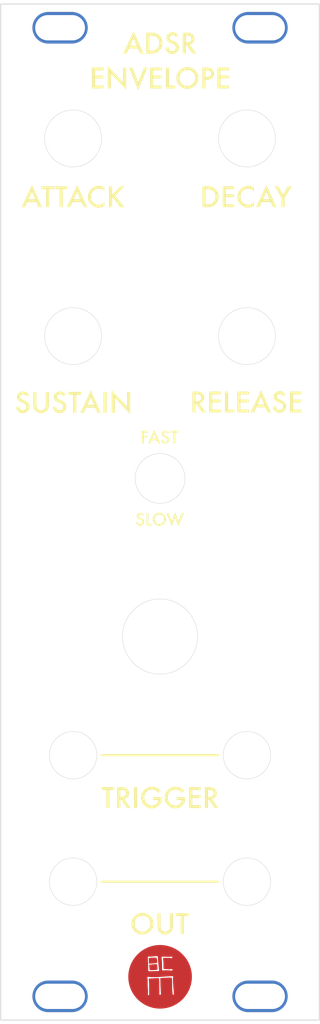
<source format=kicad_pcb>
(kicad_pcb (version 20240108) (generator "pcbnew") (generator_version "8.0")
  (title_block (comment 2 "creativecommons.org/licenses/by/4.0") (comment 3 "License: CC BY 4.0") (comment 4 "Author: Guy John"))
  (layers (0 "F.Cu" signal) (31 "B.Cu" signal) (36 "B.SilkS" user "B.Silkscreen") (37 "F.SilkS" user "F.Silkscreen") (38 "B.Mask" user) (39 "F.Mask" user) (44 "Edge.Cuts" user))
  (net 0 "")
  (footprint "Panel_Hardware:PanelHole_3.2mm_M3_elongated" (layer "F.Cu") (at 77.35 42.9)
    (property "Reference" "REF**" (hide yes))
    (property "Value" "PanelHole_3.2mm_M3_elongated" (hide yes))
    (pad "" thru_hole oval (at 0 0) (size 7 4) (drill oval 6.3 3.2) (layers "*.Cu" "*.Mask"))
  )
  (footprint "Panel_Hardware:PanelHole_3.2mm_M3_elongated" (layer "F.Cu") (at 77.35 165.4)
    (property "Reference" "REF**" (hide yes))
    (property "Value" "PanelHole_3.2mm_M3_elongated" (hide yes))
    (pad "" thru_hole oval (at 0 0) (size 7 4) (drill oval 6.3 3.2) (layers "*.Cu" "*.Mask"))
  )
  (footprint "BCM_Graphics:BCM_Logo_tiny_Copper_8mmx8mm" (layer "F.Cu") (at 90 162.95)
    (property "Reference" "REF**" (hide yes))
    (property "Value" "BCM_Logo_tiny_Copper_8mmx8mm" (hide yes))
    (fp_poly (pts (xy -0.422344 -1.589057) (xy -0.405435 -1.580031) (xy -0.395298 -1.564257) (xy -0.390784 -1.490984) (xy -0.367109 -1.338825) (xy -0.352449 -1.195683) (xy -0.342312 -1.035619) (xy -0.344568 -0.983781) (xy -0.356967 -0.964616) (xy -0.389649 -0.94433) (xy -0.440378 -0.925165) (xy -0.542947 -0.913883) (xy -0.875458 -0.89134) (xy -1.241775 -0.887971) (xy -1.28574 -0.900368) (xy -1.298137 -0.925165) (xy -1.300379 -0.967993) (xy -1.302636 -1.048017) (xy -1.318424 -1.142697) (xy -1.342087 -1.324167) (xy -1.33983 -1.424493) (xy -1.346601 -1.509031) (xy -1.338718 -1.530437) (xy -1.303779 -1.532693) (xy -1.200076 -1.537205) (xy -1.132448 -1.541719) (xy -1.012974 -1.558627) (xy -0.786419 -1.585667) (xy -0.547465 -1.590179)) (stroke (width 0.0533)) (fill solid) (layer "F.Cu"))
    (fp_poly (pts (xy -0.508 -2.413) (xy -0.483202 -2.396092) (xy -0.465172 -2.372429) (xy -0.444884 -2.334099) (xy -0.430229 -2.267608) (xy -0.417834 -2.204478) (xy -0.402044 -2.124454) (xy -0.38176 -1.901276) (xy -0.379503 -1.858448) (xy -0.388527 -1.832528) (xy -0.404305 -1.811106) (xy -0.432489 -1.798709) (xy -0.515893 -1.780681) (xy -0.692853 -1.750251) (xy -0.891232 -1.726574) (xy -1.113277 -1.714178) (xy -1.173016 -1.70291) (xy -1.281228 -1.698398) (xy -1.328568 -1.704026) (xy -1.358997 -1.724311) (xy -1.372521 -1.743475) (xy -1.383803 -1.83702) (xy -1.384931 -1.942976) (xy -1.405231 -2.339737) (xy -1.396206 -2.351003) (xy -1.387182 -2.357774) (xy -1.368031 -2.366785) (xy -1.330833 -2.376925) (xy -1.276729 -2.390462) (xy -1.195566 -2.40624) (xy -1.002834 -2.414121) (xy -0.861937 -2.416379) (xy -0.549722 -2.424277)) (stroke (width 0.0533)) (fill solid) (layer "F.Cu"))
    (fp_poly (pts (xy 0.210167 -4.012748) (xy 0.413178 -3.99731) (xy 0.613236 -3.971889) (xy 0.810092 -3.936734) (xy 1.003494 -3.892097) (xy 1.19319 -3.838229) (xy 1.378931 -3.775381) (xy 1.560463 -3.703805) (xy 1.737537 -3.623751) (xy 1.909901 -3.535471) (xy 2.077305 -3.439216) (xy 2.239495 -3.335238) (xy 2.396223 -3.223786) (xy 2.547236 -3.105113) (xy 2.692283 -2.97947) (xy 2.831114 -2.847107) (xy 2.963476 -2.708276) (xy 3.089119 -2.563229) (xy 3.207792 -2.412216) (xy 3.319243 -2.255488) (xy 3.423222 -2.093297) (xy 3.519477 -1.925893) (xy 3.607756 -1.753529) (xy 3.68781 -1.576455) (xy 3.759386 -1.394922) (xy 3.822233 -1.209182) (xy 3.876101 -1.019485) (xy 3.920738 -0.826083) (xy 3.955892 -0.629227) (xy 3.981314 -0.429169) (xy 3.996751 -0.226158) (xy 4.001952 -0.020447) (xy 3.996751 0.185263) (xy 3.981314 0.388274) (xy 3.955892 0.588332) (xy 3.920738 0.785188) (xy 3.876101 0.97859) (xy 3.822233 1.168287) (xy 3.759386 1.354027) (xy 3.68781 1.53556) (xy 3.607756 1.712634) (xy 3.519477 1.884998) (xy 3.423222 2.052401) (xy 3.319243 2.214592) (xy 3.207792 2.37132) (xy 3.089119 2.522333) (xy 2.963476 2.667381) (xy 2.831113 2.806211) (xy 2.692283 2.938574) (xy 2.547235 3.064217) (xy 2.396222 3.18289) (xy 2.239494 3.294341) (xy 2.077303 3.39832) (xy 1.9099 3.494575) (xy 1.737536 3.582855) (xy 1.560462 3.662908) (xy 1.378929 3.734485) (xy 1.193188 3.797332) (xy 1.003491 3.8512) (xy 0.810089 3.895837) (xy 0.613233 3.930992) (xy 0.413174 3.956414) (xy 0.210164 3.971851) (xy 0.004452 3.977053) (xy -0.201258 3.971851) (xy -0.404269 3.956414) (xy -0.604327 3.930992) (xy -0.801183 3.895838) (xy -0.994585 3.851201) (xy -1.184282 3.797333) (xy -1.370022 3.734485) (xy -1.551555 3.662909) (xy -1.728629 3.582856) (xy -1.900993 3.494576) (xy -2.068397 3.398321) (xy -2.230588 3.294342) (xy -2.387316 3.182891) (xy -2.538329 3.064218) (xy -2.683376 2.938575) (xy -2.822207 2.806212) (xy -2.95457 2.667381) (xy -3.080213 2.522334) (xy -3.198886 2.371321) (xy -3.310337 2.214593) (xy -3.414316 2.052402) (xy -3.510571 1.884998) (xy -3.598851 1.712634) (xy -3.678904 1.53556) (xy -3.75048 1.354027) (xy -3.813328 1.168287) (xy -3.867196 0.97859) (xy -3.911833 0.785188) (xy -3.946987 0.588332) (xy -3.972409 0.388274) (xy -3.987846 0.185263) (xy -3.98976 0.109558) (xy -1.62725 0.109558) (xy -1.623865 0.133218) (xy -1.612599 0.170416) (xy -1.6002 0.234666) (xy -1.586677 0.305683) (xy -1.587803 0.417271) (xy -1.586677 0.682143) (xy -1.592303 0.940262) (xy -1.587791 1.128486) (xy -1.561871 1.467764) (xy -1.550591 1.646979) (xy -1.550591 1.854367) (xy -1.549463 2.07529) (xy -1.561859 2.181248) (xy -1.560733 2.244363) (xy -1.550593 2.279305) (xy -1.539311 2.300725) (xy -1.523533 2.32101) (xy -1.508879 2.334535) (xy -1.486337 2.339047) (xy -1.466051 2.340175) (xy -1.438997 2.335664) (xy -1.415336 2.323265) (xy -1.397291 2.307479) (xy -1.380395 2.290579) (xy -1.357855 2.247737) (xy -1.349958 2.198144) (xy -1.355598 1.941157) (xy -1.357855 1.636833) (xy -1.356726 1.188221) (xy -1.354469 0.925604) (xy -1.36124 0.748644) (xy -1.372506 0.57506) (xy -1.399558 0.325963) (xy -1.405199 0.288767) (xy -1.399558 0.25946) (xy -1.390547 0.240294) (xy -1.373639 0.227898) (xy -1.346585 0.218887) (xy -1.26994 0.215501) (xy -1.123409 0.207604) (xy -0.894599 0.196336) (xy -0.427968 0.172661) (xy -0.254386 0.167033) (xy -0.204788 0.172661) (xy -0.173228 0.187315) (xy -0.155197 0.210992) (xy -0.145055 0.244796) (xy -0.127025 0.381183) (xy -0.120258 0.657333) (xy -0.113487 1.04733) (xy -0.110116 1.305449) (xy -0.105607 1.763069) (xy -0.107863 2.18236) (xy -0.090951 2.218436) (xy -0.0763 2.25224) (xy -0.037981 2.280415) (xy -0.008674 2.287183) (xy 0.030779 2.279302) (xy 0.069097 2.253385) (xy 0.09727 2.230842) (xy 0.116435 2.202654) (xy 0.128833 2.155316) (xy 0.13109 2.066268) (xy 0.122063 1.936648) (xy 0.111925 1.82056) (xy 0.096151 1.552297) (xy 0.073611 1.066501) (xy 0.062326 0.590836) (xy 0.053315 0.254946) (xy 0.065714 0.194085) (xy 0.081488 0.169288) (xy 0.122063 0.159148) (xy 0.188566 0.147868) (xy 0.27536 0.141111) (xy 0.453439 0.130974) (xy 0.738612 0.116318) (xy 1.125232 0.10053) (xy 1.359672 0.099404) (xy 1.39799 0.103915) (xy 1.420531 0.112927) (xy 1.436321 0.13097) (xy 1.453217 0.159144) (xy 1.467872 0.194083) (xy 1.476896 0.247055) (xy 1.485907 0.300027) (xy 1.492678 0.444301) (xy 1.497192 0.709189) (xy 1.501705 1.134126) (xy 1.507333 1.331372) (xy 1.518614 1.598499) (xy 1.534383 1.790113) (xy 1.554671 1.982863) (xy 1.565951 2.105715) (xy 1.582848 2.185741) (xy 1.594128 2.221817) (xy 1.611036 2.247735) (xy 1.624561 2.268022) (xy 1.649359 2.28381) (xy 1.666267 2.289436) (xy 1.693321 2.289436) (xy 1.713609 2.287179) (xy 1.730517 2.271405) (xy 1.747426 2.259009) (xy 1.766579 2.228579) (xy 1.771093 2.192504) (xy 1.77446 2.131645) (xy 1.769962 2.032454) (xy 1.732766 1.632315) (xy 1.706834 1.27614) (xy 1.675282 0.848949) (xy 1.660627 0.56942) (xy 1.660627 0.197458) (xy 1.662884 0.165909) (xy 1.675278 0.098267) (xy 1.686547 0.04304) (xy 1.692171 -0.012186) (xy 1.692171 -0.048262) (xy 1.67865 -0.077557) (xy 1.663994 -0.096722) (xy 1.631308 -0.1125) (xy 1.590732 -0.122638) (xy 1.449858 -0.121521) (xy 1.250357 -0.111382) (xy 0.826542 -0.08545) (xy 0.384708 -0.057277) (xy -0.02895 -0.029103) (xy -0.58915 0.002461) (xy -1.034373 0.002461) (xy -1.149337 -0.00091) (xy -1.309387 -0.02121) (xy -1.46155 -0.048262) (xy -1.475087 -0.056145) (xy -1.511146 -0.056145) (xy -1.548344 -0.049374) (xy -1.575397 -0.038094) (xy -1.604706 -0.017808) (xy -1.620479 0.005854) (xy -1.62725 0.046442) (xy -1.62725 0.109558) (xy -3.98976 0.109558) (xy -3.993048 -0.020447) (xy -3.987846 -0.226158) (xy -3.972409 -0.429169) (xy -3.946987 -0.629227) (xy -3.911833 -0.826083) (xy -3.867196 -1.019485) (xy -3.813328 -1.209182) (xy -3.75048 -1.394922) (xy -3.678904 -1.576455) (xy -3.59885 -1.753529) (xy -3.51057 -1.925894) (xy -3.414315 -2.093297) (xy -3.310337 -2.255488) (xy -3.198885 -2.412216) (xy -3.122987 -2.508798) (xy -1.575411 -2.508798) (xy -1.574284 -2.476114) (xy -1.561888 -2.43442) (xy -1.559631 -2.230406) (xy -1.551734 -1.999339) (xy -1.535956 -1.779538) (xy -1.52693 -1.573269) (xy -1.524688 -1.267824) (xy -1.521304 -0.926288) (xy -1.516791 -0.82711) (xy -1.50891 -0.792171) (xy -1.494252 -0.765117) (xy -1.481856 -0.743695) (xy -1.462705 -0.724532) (xy -1.426629 -0.705381) (xy -1.397322 -0.69861) (xy -1.284612 -0.703124) (xy -1.166269 -0.700865) (xy -0.890122 -0.709878) (xy -0.570005 -0.716647) (xy -0.245509 -0.724152) (xy -0.173777 -0.727338) (xy -0.132335 -0.741684) (xy -0.100462 -0.764001) (xy -0.086116 -0.792694) (xy -0.082932 -0.837315) (xy -0.097278 -0.905866) (xy -0.122787 -1.066855) (xy -0.156258 -1.339433) (xy -0.196106 -1.737944) (xy -0.227991 -2.037619) (xy -0.232773 -2.219341) (xy -0.242333 -2.356428) (xy -0.240739 -2.448881) (xy -0.245404 -2.487154) (xy 0.159356 -2.487154) (xy 0.168933 -2.401077) (xy 0.192836 -2.146039) (xy 0.215152 -1.881434) (xy 0.219947 -1.602482) (xy 0.224729 -1.392067) (xy 0.231101 -1.130654) (xy 0.219947 -1.097171) (xy 0.227917 -0.956902) (xy 0.242263 -0.893144) (xy 0.258192 -0.84691) (xy 0.274136 -0.813441) (xy 0.306022 -0.794302) (xy 0.403251 -0.792724) (xy 0.613666 -0.821415) (xy 0.709297 -0.824589) (xy 1.25605 -0.811843) (xy 1.429802 -0.781554) (xy 1.49038 -0.783148) (xy 1.523851 -0.794302) (xy 1.549348 -0.811843) (xy 1.573271 -0.830966) (xy 1.5924 -0.856476) (xy 1.603566 -0.878795) (xy 1.611532 -0.909072) (xy 1.606738 -0.947334) (xy 1.59081 -0.976027) (xy 1.568493 -0.996745) (xy 1.5398 -1.012688) (xy 1.507915 -1.02225) (xy 1.42343 -1.02225) (xy 1.268807 -0.993559) (xy 1.042459 -0.995139) (xy 0.706121 -1.027024) (xy 0.55469 -1.03021) (xy 0.518023 -1.041367) (xy 0.487736 -1.060489) (xy 0.465415 -1.111499) (xy 0.455855 -1.14976) (xy 0.452667 -1.466975) (xy 0.462243 -1.522761) (xy 0.457461 -1.782588) (xy 0.427174 -2.1253) (xy 0.417597 -2.254414) (xy 0.416003 -2.321368) (xy 0.417597 -2.348463) (xy 0.42397 -2.375558) (xy 0.443106 -2.394681) (xy 0.468607 -2.404243) (xy 0.518019 -2.407429) (xy 0.541934 -2.401041) (xy 0.616846 -2.389884) (xy 1.2449 -2.39148) (xy 1.275187 -2.383512) (xy 1.338945 -2.367566) (xy 1.364446 -2.358005) (xy 1.394733 -2.350051) (xy 1.477616 -2.354833) (xy 1.495158 -2.362802) (xy 1.55254 -2.410617) (xy 1.571669 -2.440906) (xy 1.584413 -2.47917) (xy 1.582835 -2.504669) (xy 1.573259 -2.536554) (xy 1.550942 -2.557274) (xy 1.527027 -2.573203) (xy 1.469641 -2.592342) (xy 1.305458 -2.592342) (xy 1.161997 -2.565245) (xy 0.408025 -2.590743) (xy 0.307603 -2.603492) (xy 0.250209 -2.57962) (xy 0.213562 -2.552511) (xy 0.186451 -2.538164) (xy 0.165733 -2.512665) (xy 0.159356 -2.487154) (xy -0.245404 -2.487154) (xy -0.248706 -2.514237) (xy -0.26783 -2.571623) (xy -0.294937 -2.611466) (xy -0.322032 -2.635381) (xy -0.363473 -2.657698) (xy -0.400137 -2.665666) (xy -0.473467 -2.665666) (xy -0.55317 -2.654504) (xy -0.932545 -2.613062) (xy -1.020206 -2.601896) (xy -1.127018 -2.590739) (xy -1.182804 -2.593927) (xy -1.291199 -2.592331) (xy -1.326269 -2.6003) (xy -1.401177 -2.605082) (xy -1.463355 -2.608268) (xy -1.515947 -2.598708) (xy -1.523563 -2.591093) (xy -1.546106 -2.573048) (xy -1.563014 -2.556152) (xy -1.575411 -2.508798) (xy -3.122987 -2.508798) (xy -3.080212 -2.563229) (xy -2.954568 -2.708277) (xy -2.822206 -2.847108) (xy -2.683375 -2.97947) (xy -2.538327 -3.105114) (xy -2.387314 -3.223787) (xy -2.230586 -3.335239) (xy -2.068395 -3.439217) (xy -1.900991 -3.535472) (xy -1.728627 -3.623752) (xy -1.551552 -3.703806) (xy -1.370019 -3.775382) (xy -1.184279 -3.83823) (xy -0.994582 -3.892097) (xy -0.80118 -3.936734) (xy -0.604324 -3.971889) (xy -0.404265 -3.997311) (xy -0.201255 -4.012748) (xy 0.004456 -4.017949)) (stroke (width 0.0533)) (fill solid) (layer "F.Cu"))
  )
  (footprint "Panel_Hardware:PanelHole_3.2mm_M3_elongated" (layer "F.Cu") (at 102.65 165.4)
    (property "Reference" "REF**" (hide yes))
    (property "Value" "PanelHole_3.2mm_M3_elongated" (hide yes))
    (pad "" thru_hole oval (at 0 0) (size 7 4) (drill oval 6.3 3.2) (layers "*.Cu" "*.Mask"))
  )
  (footprint "Panel_Hardware:PanelHole_3.2mm_M3_elongated" (layer "F.Cu") (at 102.65 42.9)
    (property "Reference" "REF**" (hide yes))
    (property "Value" "PanelHole_3.2mm_M3_elongated" (hide yes))
    (pad "" thru_hole oval (at 0 0) (size 7 4) (drill oval 6.3 3.2) (layers "*.Cu" "*.Mask"))
  )
  (gr_line (start 82.591658 150.899214) (end 97.408323 150.899214) (stroke (width 0.264583)) (layer "F.SilkS"))
  (gr_poly (pts (xy 104.730947 65.60047) (xy 104.2917 65.60047) (xy 104.012655 64.95452) (xy 102.874052 64.95452) (xy 102.57778 65.60047) (xy 102.145414 65.60047) (xy 102.621783 64.577277) (xy 103.041136 64.577277) (xy 103.849012 64.577277) (xy 103.45455 63.672942) (xy 103.041136 64.577277) (xy 102.621783 64.577277) (xy 103.461439 62.77378)) (fill solid) (layer "F.SilkS"))
  (gr_poly (pts (xy 90.739388 93.84827) (xy 90.772465 93.851419) (xy 90.804597 93.856667) (xy 90.835784 93.864014) (xy 90.866027 93.873461) (xy 90.895325 93.885008) (xy 90.923679 93.898653) (xy 90.951088 93.914398) (xy 90.977552 93.932242) (xy 91.003072 93.952186) (xy 91.027646 93.974229) (xy 91.051277 93.998371) (xy 91.073962 94.024613) (xy 91.095703 94.052954) (xy 91.116499 94.083395) (xy 91.136351 94.115935) (xy 91.136358 94.115935) (xy 90.941023 94.231696) (xy 90.934195 94.220068) (xy 90.927408 94.208957) (xy 90.920662 94.198363) (xy 90.913956 94.188286) (xy 90.90729 94.178725) (xy 90.900665 94.169681) (xy 90.894081 94.161155) (xy 90.887537 94.153145) (xy 90.881033 94.145651) (xy 90.87457 94.138675) (xy 90.868147 94.132216) (xy 90.861765 94.126273) (xy 90.855422 94.120848) (xy 90.84912 94.115939) (xy 90.842859 94.111547) (xy 90.836637 94.107672) (xy 90.83006 94.103666) (xy 90.823249 94.099919) (xy 90.816204 94.09643) (xy 90.808924 94.0932) (xy 90.801411 94.090228) (xy 90.793663 94.087515) (xy 90.785681 94.08506) (xy 90.777466 94.082865) (xy 90.769016 94.080927) (xy 90.760332 94.079248) (xy 90.751414 94.077827) (xy 90.742262 94.076665) (xy 90.732876 94.075761) (xy 90.723256 94.075115) (xy 90.713402 94.074728) (xy 90.703314 94.074599) (xy 90.690916 94.074821) (xy 90.678784 94.075487) (xy 90.666918 94.076598) (xy 90.655319 94.078152) (xy 90.643986 94.080151) (xy 90.632919 94.082593) (xy 90.622119 94.08548) (xy 90.611586 94.088811) (xy 90.601318 94.092585) (xy 90.591317 94.096804) (xy 90.581583 94.101467) (xy 90.572115 94.106573) (xy 90.562914 94.112124) (xy 90.553979 94.118118) (xy 90.545311 94.124556) (xy 90.536909 94.131438) (xy 90.5289 94.138528) (xy 90.521408 94.145844) (xy 90.514433 94.153386) (xy 90.507974 94.161154) (xy 90.502032 94.169148) (xy 90.496607 94.177368) (xy 90.491698 94.185815) (xy 90.487306 94.194487) (xy 90.48343 94.203386) (xy 90.480071 94.21251) (xy 90.477229 94.221861) (xy 90.474904 94.231437) (xy 90.473095 94.24124) (xy 90.471803 94.251268) (xy 90.471028 94.261522) (xy 90.47077 94.272002) (xy 90.470939 94.279257) (xy 90.471448 94.286423) (xy 90.472296 94.2935) (xy 90.473483 94.300488) (xy 90.475009 94.307388) (xy 90.476874 94.314198) (xy 90.479078 94.32092) (xy 90.481622 94.327553) (xy 90.484504 94.334097) (xy 90.487726 94.340553) (xy 90.491287 94.346919) (xy 90.495186 94.353197) (xy 90.499425 94.359386) (xy 90.504004 94.365486) (xy 90.508921 94.371498) (xy 90.514177 94.37742) (xy 90.519773 94.383254) (xy 90.525707 94.388999) (xy 90.531981 94.394655) (xy 90.538594 94.400222) (xy 90.552837 94.411091) (xy 90.568437 94.421604) (xy 90.585393 94.431762) (xy 90.603705 94.441565) (xy 90.623374 94.451012) (xy 90.6444 94.460105) (xy 90.803564 94.525214) (xy 90.827445 94.53517) (xy 90.85051 94.545401) (xy 90.872759 94.555906) (xy 90.894193 94.566685) (xy 90.914811 94.577739) (xy 90.934613 94.589067) (xy 90.9536 94.600669) (xy 90.971771 94.612547) (xy 90.989127 94.624698) (xy 91.005667 94.637125) (xy 91.021391 94.649826) (xy 91.0363 94.662802) (xy 91.050394 94.676052) (xy 91.063672 94.689577) (xy 91.076135 94.703377) (xy 91.087782 94.717452) (xy 91.09867 94.731736) (xy 91.108856 94.746423) (xy 91.11834 94.761515) (xy 91.127121 94.77701) (xy 91.135199 94.792908) (xy 91.142576 94.809211) (xy 91.14925 94.825917) (xy 91.155221 94.843027) (xy 91.16049 94.86054) (xy 91.165056 94.878458) (xy 91.16892 94.896778) (xy 91.172081 94.915503) (xy 91.17454 94.934631) (xy 91.176297 94.954163) (xy 91.177351 94.974098) (xy 91.177702 94.994437) (xy 91.177128 95.021656) (xy 91.175408 95.048277) (xy 91.172542 95.0743) (xy 91.168528 95.099727) (xy 91.163368 95.124556) (xy 91.157061 95.148787) (xy 91.149608 95.172421) (xy 91.141008 95.195457) (xy 91.131262 95.217896) (xy 91.120369 95.239737) (xy 91.108329 95.260981) (xy 91.095143 95.281628) (xy 91.080811 95.301676) (xy 91.065332 95.321127) (xy 91.048707 95.339981) (xy 91.030935 95.358237) (xy 91.012183 95.375759) (xy 90.992874 95.392151) (xy 90.973007 95.407412) (xy 90.952583 95.421543) (xy 90.931602 95.434543) (xy 90.910064 95.446413) (xy 90.887969 95.457152) (xy 90.865316 95.466761) (xy 90.842107 95.47524) (xy 90.81834 95.482588) (xy 90.794016 95.488805) (xy 90.769134 95.493892) (xy 90.743696 95.497849) (xy 90.7177 95.500675) (xy 90.691148 95.502371) (xy 90.664038 95.502936) (xy 90.638352 95.502456) (xy 90.613232 95.501015) (xy 90.588678 95.498613) (xy 90.564688 95.49525) (xy 90.541264 95.490926) (xy 90.518406 95.485641) (xy 90.496112 95.479396) (xy 90.474384 95.47219) (xy 90.453221 95.464022) (xy 90.432624 95.454894) (xy 90.412591 95.444805) (xy 90.393124 95.433754) (xy 90.374222 95.421743) (xy 90.355884 95.408771) (xy 90.338113 95.394837) (xy 90.320906 95.379943) (xy 90.304632 95.364177) (xy 90.289141 95.347629) (xy 90.274434 95.330297) (xy 90.260509 95.312182) (xy 90.247368 95.293284) (xy 90.235011 95.273603) (xy 90.223436 95.253138) (xy 90.212644 95.23189) (xy 90.202636 95.209859) (xy 90.193411 95.187045) (xy 90.184969 95.163448) (xy 90.177311 95.139067) (xy 90.170435 95.113904) (xy 90.164343 95.087957) (xy 90.159034 95.061226) (xy 90.154508 95.033713) (xy 90.39842 94.979972) (xy 90.40294 95.013754) (xy 90.408236 95.044824) (xy 90.411175 95.059341) (xy 90.414308 95.073181) (xy 90.417635 95.086342) (xy 90.421156 95.098824) (xy 90.424871 95.110629) (xy 90.428779 95.121755) (xy 90.432881 95.132203) (xy 90.437177 95.141973) (xy 90.441667 95.151064) (xy 90.44635 95.159478) (xy 90.451227 95.167213) (xy 90.456297 95.174269) (xy 90.465865 95.186785) (xy 90.475965 95.198493) (xy 90.486599 95.209393) (xy 90.497766 95.219486) (xy 90.509466 95.228772) (xy 90.521698 95.237251) (xy 90.534464 95.244921) (xy 90.547763 95.251785) (xy 90.561594 95.257841) (xy 90.575959 95.26309) (xy 90.590857 95.267531) (xy 90.606287 95.271165) (xy 90.62225 95.273991) (xy 90.638747 95.27601) (xy 90.655776 95.277221) (xy 90.673338 95.277625) (xy 90.68727 95.27733) (xy 90.700904 95.276446) (xy 90.714239 95.274972) (xy 90.727275 95.272909) (xy 90.740013 95.270256) (xy 90.752451 95.267014) (xy 90.764591 95.263182) (xy 90.776432 95.258761) (xy 90.787974 95.253751) (xy 90.799217 95.248151) (xy 90.810162 95.241962) (xy 90.820808 95.235184) (xy 90.831155 95.227816) (xy 90.841203 95.219859) (xy 90.850952 95.211313) (xy 90.860403 95.202178) (xy 90.869415 95.19259) (xy 90.877845 95.182687) (xy 90.885694 95.17247) (xy 90.892962 95.161937) (xy 90.899647 95.151088) (xy 90.905752 95.139925) (xy 90.911275 95.128447) (xy 90.916217 95.116654) (xy 90.920577 95.104546) (xy 90.924356 95.092123) (xy 90.927553 95.079386) (xy 90.930169 95.066334) (xy 90.932204 95.052966) (xy 90.933657 95.039285) (xy 90.934529 95.025288) (xy 90.93482 95.010977) (xy 90.93461 94.999479) (xy 90.93398 94.988238) (xy 90.93293 94.977256) (xy 90.93146 94.966531) (xy 90.92957 94.956066) (xy 90.927259 94.945859) (xy 90.924529 94.935911) (xy 90.923005 94.931034) (xy 90.921377 94.926223) (xy 90.919765 94.921341) (xy 90.918031 94.916517) (xy 90.916177 94.911748) (xy 90.914202 94.907037) (xy 90.912106 94.902382) (xy 90.909889 94.897783) (xy 90.907551 94.893241) (xy 90.905092 94.888756) (xy 90.902513 94.884327) (xy 90.899812 94.879955) (xy 90.896991 94.875639) (xy 90.894049 94.87138) (xy 90.890986 94.867178) (xy 90.887802 94.863032) (xy 90.884497 94.858943) (xy 90.881071 94.854911) (xy 90.877646 94.850797) (xy 90.874093 94.846723) (xy 90.87041 94.84269) (xy 90.866598 94.838697) (xy 90.862658 94.834745) (xy 90.858588 94.830833) (xy 90.854389 94.826961) (xy 90.850061 94.82313) (xy 90.845604 94.81934) (xy 90.841018 94.815589) (xy 90.836303 94.81188) (xy 90.831459 94.80821) (xy 90.826485 94.804581) (xy 90.821382 94.800992) (xy 90.81615 94.797444) (xy 90.810789 94.793936) (xy 90.799679 94.786749) (xy 90.788051 94.779659) (xy 90.775907 94.772665) (xy 90.763245 94.765769) (xy 90.750067 94.75897) (xy 90.736373 94.752268) (xy 90.722161 94.745664) (xy 90.707434 94.739157) (xy 90.553442 94.675078) (xy 90.513768 94.657265) (xy 90.476653 94.638452) (xy 90.442098 94.618637) (xy 90.410103 94.59782) (xy 90.380668 94.576003) (xy 90.353792 94.553185) (xy 90.329476 94.529365) (xy 90.307719 94.504544) (xy 90.297801 94.491758) (xy 90.288522 94.478722) (xy 90.279884 94.465435) (xy 90.271885 94.451899) (xy 90.264526 94.438112) (xy 90.257807 94.424074) (xy 90.251728 94.409787) (xy 90.246289 94.395249) (xy 90.24149 94.38046) (xy 90.237331 94.365422) (xy 90.233811 94.350133) (xy 90.230932 94.334594) (xy 90.228692 94.318804) (xy 90.227093 94.302765) (xy 90.225813 94.269934) (xy 90.22635 94.247685) (xy 90.227961 94.225897) (xy 90.230646 94.204568) (xy 90.234404 94.1837) (xy 90.239237 94.163292) (xy 90.245144 94.143344) (xy 90.252124 94.123857) (xy 90.260178 94.10483) (xy 90.269307 94.086262) (xy 90.279509 94.068155) (xy 90.290785 94.050508) (xy 90.303134 94.033322) (xy 90.316558 94.016595) (xy 90.331055 94.000329) (xy 90.346627 93.984522) (xy 90.363272 93.969176) (xy 90.380716 93.954409) (xy 90.398685 93.940594) (xy 90.41718 93.927732) (xy 90.436199 93.915822) (xy 90.455743 93.904866) (xy 90.475812 93.894861) (xy 90.496406 93.88581) (xy 90.517525 93.877711) (xy 90.539168 93.870565) (xy 90.561337 93.864372) (xy 90.58403 93.859131) (xy 90.607247 93.854843) (xy 90.63099 93.851508) (xy 90.655257 93.849126) (xy 90.680049 93.847697) (xy 90.705366 93.84722)) (fill solid) (layer "F.SilkS"))
  (gr_poly (pts (xy 89.037985 138.878594) (xy 89.076474 138.880088) (xy 89.114639 138.882577) (xy 89.152481 138.886062) (xy 89.19 138.890542) (xy 89.227195 138.896019) (xy 89.264068 138.902491) (xy 89.300618 138.909959) (xy 89.336845 138.918422) (xy 89.372749 138.927882) (xy 89.408329 138.938337) (xy 89.443587 138.949789) (xy 89.478522 138.962236) (xy 89.513134 138.975679) (xy 89.547422 138.990118) (xy 89.581388 139.005553) (xy 89.613653 139.022105) (xy 89.64585 139.039895) (xy 89.677979 139.058924) (xy 89.710042 139.07919) (xy 89.742036 139.100695) (xy 89.773964 139.123438) (xy 89.805824 139.147419) (xy 89.837617 139.172639) (xy 89.869342 139.199096) (xy 89.901 139.226792) (xy 89.932591 139.255727) (xy 89.964115 139.2859) (xy 89.995571 139.317311) (xy 90.02696 139.34996) (xy 90.058282 139.383848) (xy 90.089537 139.418975) (xy 89.803602 139.692855) (xy 89.762133 139.64008) (xy 89.719546 139.590711) (xy 89.675843 139.544747) (xy 89.631023 139.502187) (xy 89.585087 139.463033) (xy 89.538033 139.427283) (xy 89.489863 139.394938) (xy 89.440576 139.365998) (xy 89.390171 139.340463) (xy 89.33865 139.318332) (xy 89.286012 139.299607) (xy 89.232256 139.284286) (xy 89.177384 139.272369) (xy 89.121394 139.263858) (xy 89.064287 139.258751) (xy 89.006063 139.257048) (xy 88.953841 139.258185) (xy 88.902681 139.261597) (xy 88.852585 139.267282) (xy 88.803553 139.275242) (xy 88.755583 139.285476) (xy 88.708677 139.297984) (xy 88.662835 139.312766) (xy 88.618055 139.329823) (xy 88.574339 139.349154) (xy 88.531686 139.37076) (xy 88.490096 139.39464) (xy 88.449569 139.420794) (xy 88.410106 139.449223) (xy 88.371705 139.479926) (xy 88.334368 139.512903) (xy 88.298094 139.548156) (xy 88.263468 139.584466) (xy 88.231076 139.621907) (xy 88.200918 139.660478) (xy 88.172994 139.700179) (xy 88.147304 139.74101) (xy 88.123848 139.782971) (xy 88.102625 139.826062) (xy 88.083637 139.870284) (xy 88.066883 139.915635) (xy 88.052362 139.962117) (xy 88.040076 140.009729) (xy 88.030023 140.05847) (xy 88.022204 140.108342) (xy 88.016619 140.159344) (xy 88.013269 140.211477) (xy 88.012152 140.264739) (xy 88.013396 140.319679) (xy 88.017131 140.373394) (xy 88.023355 140.425884) (xy 88.032069 140.47715) (xy 88.043272 140.527191) (xy 88.056965 140.576007) (xy 88.073147 140.623598) (xy 88.09182 140.669965) (xy 88.112982 140.715106) (xy 88.136633 140.759024) (xy 88.162774 140.801716) (xy 88.191405 140.843184) (xy 88.222525 140.883427) (xy 88.256135 140.922446) (xy 88.292235 140.96024) (xy 88.330824 140.99681) (xy 88.368269 141.029141) (xy 88.406105 141.059386) (xy 88.44433 141.087546) (xy 88.482946 141.113619) (xy 88.521952 141.137607) (xy 88.561348 141.15951) (xy 88.601134 141.179326) (xy 88.641311 141.197057) (xy 88.681877 141.212701) (xy 88.722834 141.22626) (xy 88.764182 141.237733) (xy 88.805919 141.24712) (xy 88.848047 141.254421) (xy 88.890566 141.259636) (xy 88.933475 141.262765) (xy 88.976774 141.263808) (xy 89.013573 141.263027) (xy 89.049901 141.260686) (xy 89.085758 141.256783) (xy 89.121144 141.25132) (xy 89.156059 141.244295) (xy 89.190504 141.235709) (xy 89.224477 141.225562) (xy 89.257979 141.213855) (xy 89.291011 141.200586) (xy 89.323571 141.185756) (xy 89.355661 141.169365) (xy 89.38728 141.151413) (xy 89.418428 141.1319) (xy 89.449105 141.110826) (xy 89.479311 141.08819) (xy 89.509046 141.063994) (xy 89.53773 141.038491) (xy 89.564785 141.012368) (xy 89.590211 140.985627) (xy 89.61401 140.958268) (xy 89.636181 140.930289) (xy 89.656723 140.901692) (xy 89.675637 140.872476) (xy 89.692923 140.842641) (xy 89.708581 140.812187) (xy 89.722611 140.781114) (xy 89.735012 140.749422) (xy 89.745786 140.717112) (xy 89.754931 140.684182) (xy 89.762448 140.650633) (xy 89.768336 140.616466) (xy 89.772596 140.581679) (xy 89.109419 140.581679) (xy 89.109434 140.204467) (xy 90.20841 140.204467) (xy 90.20841 140.292311) (xy 90.207307 140.366165) (xy 90.203996 140.437866) (xy 90.198478 140.507414) (xy 90.190753 140.574809) (xy 90.180821 140.640051) (xy 90.168682 140.70314) (xy 90.154337 140.764076) (xy 90.137785 140.82286) (xy 90.128802 140.849451) (xy 90.119078 140.875827) (xy 90.108615 140.901988) (xy 90.097412 140.927933) (xy 90.085468 140.953664) (xy 90.072784 140.979179) (xy 90.05936 141.004478) (xy 90.045196 141.029563) (xy 90.030292 141.054432) (xy 90.014648 141.079086) (xy 89.998264 141.103524) (xy 89.98114 141.127747) (xy 89.963275 141.151755) (xy 89.94467 141.175548) (xy 89.925326 141.199125) (xy 89.905241 141.222487) (xy 89.858159 141.272967) (xy 89.809504 141.320189) (xy 89.759273 141.364155) (xy 89.707469 141.404863) (xy 89.654089 141.442315) (xy 89.599136 141.47651) (xy 89.542608 141.507449) (xy 89.484506 141.53513) (xy 89.424829 141.559555) (xy 89.363578 141.580723) (xy 89.300752 141.598635) (xy 89.236353 141.613289) (xy 89.170379 141.624687) (xy 89.10283 141.632829) (xy 89.033708 141.637714) (xy 88.963011 141.639342) (xy 88.893873 141.637768) (xy 88.825987 141.633044) (xy 88.759353 141.625172) (xy 88.69397 141.614151) (xy 88.629839 141.59998) (xy 88.566959 141.582661) (xy 88.505331 141.562192) (xy 88.444954 141.538575) (xy 88.385829 141.511808) (xy 88.327955 141.481893) (xy 88.271333 141.448828) (xy 88.215962 141.412614) (xy 88.161843 141.373251) (xy 88.108975 141.330738) (xy 88.057359 141.285077) (xy 88.006994 141.236266) (xy 87.958811 141.185033) (xy 87.913736 141.132535) (xy 87.87177 141.078772) (xy 87.832912 141.023744) (xy 87.797163 140.967451) (xy 87.764523 140.909893) (xy 87.734991 140.85107) (xy 87.708568 140.790982) (xy 87.685253 140.729629) (xy 87.665047 140.667012) (xy 87.647949 140.60313) (xy 87.63396 140.537984) (xy 87.62308 140.471573) (xy 87.615308 140.403898) (xy 87.610645 140.334958) (xy 87.609091 140.264754) (xy 87.610672 140.193094) (xy 87.615415 140.122806) (xy 87.623321 140.053891) (xy 87.63439 139.986348) (xy 87.64862 139.920178) (xy 87.666013 139.85538) (xy 87.686569 139.791955) (xy 87.710287 139.729903) (xy 87.737168 139.669223) (xy 87.767211 139.609916) (xy 87.800416 139.551981) (xy 87.836785 139.495419) (xy 87.876315 139.44023) (xy 87.919009 139.386413) (xy 87.964865 139.333969) (xy 88.013883 139.282897) (xy 88.06517 139.233878) (xy 88.117828 139.188022) (xy 88.17186 139.145328) (xy 88.227263 139.105797) (xy 88.284039 139.069428) (xy 88.342188 139.036221) (xy 88.401709 139.006178) (xy 88.462603 138.979296) (xy 88.52487 138.955578) (xy 88.588509 138.935021) (xy 88.653522 138.917628) (xy 88.719906 138.903396) (xy 88.787664 138.892328) (xy 88.856794 138.884421) (xy 88.927298 138.879678) (xy 88.999174 138.878096)) (fill solid) (layer "F.SilkS"))
  (gr_poly (pts (xy 93.531862 47.876041) (xy 93.601019 47.880805) (xy 93.668912 47.888745) (xy 93.735539 47.899861) (xy 93.800902 47.914152) (xy 93.865 47.93162) (xy 93.927832 47.952263) (xy 93.9894 47.976083) (xy 94.049702 48.003078) (xy 94.10874 48.033249) (xy 94.166513 48.066596) (xy 94.22302 48.103119) (xy 94.278263 48.142818) (xy 94.33224 48.185693) (xy 94.384952 48.231744) (xy 94.436399 48.28097) (xy 94.485835 48.332425) (xy 94.532082 48.385158) (xy 94.575139 48.439169) (xy 94.615006 48.494459) (xy 94.651684 48.551027) (xy 94.685173 48.608874) (xy 94.715472 48.667999) (xy 94.742581 48.728403) (xy 94.766502 48.790085) (xy 94.787232 48.853045) (xy 94.804774 48.917284) (xy 94.819126 48.982801) (xy 94.830289 49.049597) (xy 94.838262 49.117671) (xy 94.843046 49.187024) (xy 94.844641 49.257655) (xy 94.843039 49.328676) (xy 94.838235 49.398338) (xy 94.830228 49.466641) (xy 94.819019 49.533585) (xy 94.804606 49.599169) (xy 94.786991 49.663395) (xy 94.766173 49.726261) (xy 94.742152 49.787768) (xy 94.714928 49.847916) (xy 94.684502 49.906705) (xy 94.650873 49.964134) (xy 94.61404 50.020205) (xy 94.574005 50.074916) (xy 94.530767 50.128268) (xy 94.484327 50.180261) (xy 94.434683 50.230895) (xy 94.382555 50.279496) (xy 94.329096 50.324961) (xy 94.274304 50.367291) (xy 94.218179 50.406486) (xy 94.160723 50.442545) (xy 94.101934 50.475468) (xy 94.041812 50.505256) (xy 93.980359 50.531908) (xy 93.917573 50.555425) (xy 93.853455 50.575806) (xy 93.788005 50.593052) (xy 93.721223 50.607162) (xy 93.653108 50.618137) (xy 93.583661 50.625976) (xy 93.512882 50.630679) (xy 93.440771 50.632247) (xy 93.376801 50.630854) (xy 93.313653 50.626675) (xy 93.251325 50.619711) (xy 93.189818 50.609961) (xy 93.129132 50.597425) (xy 93.069266 50.582104) (xy 93.010222 50.563997) (xy 92.951999 50.543104) (xy 92.894596 50.519426) (xy 92.838014 50.492961) (xy 92.782253 50.463712) (xy 92.727313 50.431676) (xy 92.673194 50.396856) (xy 92.619895 50.359249) (xy 92.567417 50.318857) (xy 92.51576 50.275679) (xy 92.461111 50.225416) (xy 92.409987 50.173241) (xy 92.362389 50.119155) (xy 92.318317 50.063159) (xy 92.27777 50.005252) (xy 92.24075 49.945433) (xy 92.207254 49.883704) (xy 92.177285 49.820064) (xy 92.150842 49.754513) (xy 92.127924 49.687052) (xy 92.108532 49.617679) (xy 92.092665 49.546395) (xy 92.080325 49.473201) (xy 92.07151 49.398095) (xy 92.066222 49.321079) (xy 92.064574 49.247313) (xy 92.469252 49.247313) (xy 92.470409 49.301822) (xy 92.473881 49.355106) (xy 92.479668 49.407166) (xy 92.487769 49.458001) (xy 92.498186 49.507612) (xy 92.510917 49.555997) (xy 92.525962 49.603159) (xy 92.543322 49.649095) (xy 92.562997 49.693807) (xy 92.584987 49.737295) (xy 92.609291 49.779558) (xy 92.63591 49.820596) (xy 92.664844 49.860409) (xy 92.696092 49.898998) (xy 92.729654 49.936363) (xy 92.765531 49.972502) (xy 92.802708 50.00692) (xy 92.840598 50.039116) (xy 92.8792 50.069093) (xy 92.918516 50.096848) (xy 92.958545 50.122384) (xy 92.999287 50.145698) (xy 93.040742 50.166793) (xy 93.08291 50.185666) (xy 93.125792 50.20232) (xy 93.169386 50.216752) (xy 93.213694 50.228965) (xy 93.258715 50.238957) (xy 93.304448 50.246728) (xy 93.350895 50.252279) (xy 93.398055 50.25561) (xy 93.445928 50.25672) (xy 93.49774 50.25559) (xy 93.548528 50.252199) (xy 93.598294 50.246547) (xy 93.647037 50.238634) (xy 93.694757 50.22846) (xy 93.741455 50.216025) (xy 93.78713 50.20133) (xy 93.831782 50.184373) (xy 93.875412 50.165156) (xy 93.918019 50.143678) (xy 93.959603 50.119939) (xy 94.000164 50.093939) (xy 94.039703 50.065678) (xy 94.078218 50.035156) (xy 94.115711 50.002373) (xy 94.152182 49.96733) (xy 94.187015 49.930229) (xy 94.219602 49.892131) (xy 94.249941 49.853038) (xy 94.278033 49.812949) (xy 94.303878 49.771864) (xy 94.327476 49.729783) (xy 94.348826 49.686706) (xy 94.367929 49.642633) (xy 94.384785 49.597564) (xy 94.399393 49.5515) (xy 94.411754 49.504439) (xy 94.421868 49.456383) (xy 94.429734 49.407331) (xy 94.435353 49.357282) (xy 94.438724 49.306239) (xy 94.439848 49.254199) (xy 94.438738 49.201554) (xy 94.435407 49.149986) (xy 94.429856 49.099494) (xy 94.422084 49.050079) (xy 94.412092 49.00174) (xy 94.399879 48.954478) (xy 94.385446 48.908292) (xy 94.368792 48.863183) (xy 94.349918 48.819151) (xy 94.328824 48.776194) (xy 94.305509 48.734315) (xy 94.279974 48.693511) (xy 94.252219 48.653785) (xy 94.222243 48.615135) (xy 94.190047 48.577561) (xy 94.15563 48.541064) (xy 94.119792 48.506022) (xy 94.082904 48.47324) (xy 94.044967 48.442719) (xy 94.00598 48.41446) (xy 93.965944 48.38846) (xy 93.924858 48.364722) (xy 93.882722 48.343244) (xy 93.839538 48.324027) (xy 93.795303 48.307071) (xy 93.750019 48.292376) (xy 93.703686 48.279941) (xy 93.656302 48.269768) (xy 93.60787 48.261855) (xy 93.558387 48.256203) (xy 93.507856 48.252811) (xy 93.456274 48.251681) (xy 93.404888 48.252811) (xy 93.354511 48.256203) (xy 93.305143 48.261855) (xy 93.256784 48.269768) (xy 93.209434 48.279941) (xy 93.163093 48.292376) (xy 93.117761 48.307071) (xy 93.073439 48.324027) (xy 93.030125 48.343244) (xy 92.987821 48.364722) (xy 92.946526 48.38846) (xy 92.906241 48.41446) (xy 92.866965 48.442719) (xy 92.828698 48.47324) (xy 92.791441 48.506022) (xy 92.755194 48.541064) (xy 92.720568 48.577332) (xy 92.688176 48.61465) (xy 92.658018 48.653017) (xy 92.630094 48.692434) (xy 92.604404 48.732901) (xy 92.580948 48.774417) (xy 92.559725 48.816983) (xy 92.540737 48.860598) (xy 92.523983 48.905263) (xy 92.509462 48.950978) (xy 92.497176 48.997742) (xy 92.487123 49.045556) (xy 92.479304 49.09442) (xy 92.473719 49.144334) (xy 92.470369 49.195297) (xy 92.469252 49.247309) (xy 92.469252 49.247313) (xy 92.064574 49.247313) (xy 92.064459 49.242152) (xy 92.066067 49.172577) (xy 92.070891 49.104241) (xy 92.078932 49.037142) (xy 92.090189 48.971282) (xy 92.104663 48.906659) (xy 92.122353 48.843275) (xy 92.143259 48.781129) (xy 92.167381 48.720221) (xy 92.19472 48.660551) (xy 92.225275 48.60212) (xy 92.259046 48.544926) (xy 92.296034 48.48897) (xy 92.336238 48.434253) (xy 92.379659 48.380774) (xy 92.426295 48.328533) (xy 92.476149 48.277529) (xy 92.528041 48.228719) (xy 92.581225 48.183058) (xy 92.635701 48.140546) (xy 92.691469 48.101183) (xy 92.748529 48.064969) (xy 92.80688 48.031904) (xy 92.866523 48.001989) (xy 92.927458 47.975222) (xy 92.989684 47.951604) (xy 93.053203 47.931136) (xy 93.118013 47.913816) (xy 93.184114 47.899645) (xy 93.251508 47.888624) (xy 93.320193 47.880751) (xy 93.39017 47.876028) (xy 93.461439 47.874453)) (fill solid) (layer "F.SilkS"))
  (gr_poly (pts (xy 95.15212 139.307021) (xy 94.085867 139.307021) (xy 94.085867 139.946089) (xy 95.121115 139.946089) (xy 95.121115 140.323317) (xy 94.085867 140.323317) (xy 94.085867 141.212157) (xy 95.15212 141.212157) (xy 95.15212 141.5894) (xy 93.684507 141.5894) (xy 93.684507 138.929793) (xy 95.15212 138.929793)) (fill solid) (layer "F.SilkS"))
  (gr_poly (pts (xy 98.72209 48.301635) (xy 97.655836 48.301635) (xy 97.655836 48.940699) (xy 98.691084 48.940699) (xy 98.691084 49.317931) (xy 97.655836 49.317931) (xy 97.655836 50.206767) (xy 98.72209 50.206767) (xy 98.72209 50.584006) (xy 97.254476 50.584006) (xy 97.254476 47.924395) (xy 98.72209 47.924395)) (fill solid) (layer "F.SilkS"))
  (gr_poly (pts (xy 91.657813 43.464769) (xy 91.71294 43.470017) (xy 91.766493 43.478765) (xy 91.818472 43.491011) (xy 91.868877 43.506757) (xy 91.917707 43.526001) (xy 91.964962 43.548744) (xy 92.010643 43.574987) (xy 92.054749 43.604728) (xy 92.097281 43.637968) (xy 92.138239 43.674707) (xy 92.177622 43.714945) (xy 92.215431 43.758681) (xy 92.251665 43.805916) (xy 92.286325 43.856651) (xy 92.31941 43.910884) (xy 92.319395 43.910887) (xy 91.993833 44.103808) (xy 91.982455 44.08443) (xy 91.971143 44.065913) (xy 91.959899 44.048257) (xy 91.948722 44.031462) (xy 91.937613 44.015529) (xy 91.926571 44.000457) (xy 91.915596 43.986246) (xy 91.904689 43.972896) (xy 91.893849 43.960407) (xy 91.883076 43.94878) (xy 91.872371 43.938014) (xy 91.861733 43.928109) (xy 91.851162 43.919065) (xy 91.840658 43.910883) (xy 91.830222 43.903561) (xy 91.819853 43.897101) (xy 91.808892 43.890427) (xy 91.79754 43.884183) (xy 91.785798 43.87837) (xy 91.773666 43.872988) (xy 91.761144 43.868036) (xy 91.748231 43.863514) (xy 91.734928 43.859423) (xy 91.721235 43.855763) (xy 91.707152 43.852533) (xy 91.692679 43.849734) (xy 91.677815 43.847366) (xy 91.662562 43.845428) (xy 91.646918 43.843921) (xy 91.630884 43.842844) (xy 91.61446 43.842198) (xy 91.597647 43.841983) (xy 91.576983 43.842353) (xy 91.556764 43.843463) (xy 91.536988 43.845313) (xy 91.517657 43.847904) (xy 91.498769 43.851234) (xy 91.480326 43.855305) (xy 91.462326 43.860116) (xy 91.444771 43.865667) (xy 91.427659 43.871958) (xy 91.410992 43.878989) (xy 91.394768 43.886761) (xy 91.378989 43.895272) (xy 91.363653 43.904524) (xy 91.348762 43.914516) (xy 91.334314 43.925248) (xy 91.32031 43.936721) (xy 91.306961 43.948536) (xy 91.294473 43.960729) (xy 91.282846 43.973298) (xy 91.272081 43.986244) (xy 91.262177 43.999566) (xy 91.253134 44.013266) (xy 91.244952 44.027342) (xy 91.237632 44.041795) (xy 91.231173 44.056626) (xy 91.225575 44.071832) (xy 91.220838 44.087416) (xy 91.216963 44.103377) (xy 91.213949 44.119715) (xy 91.211796 44.136429) (xy 91.210504 44.15352) (xy 91.210073 44.170989) (xy 91.210356 44.18308) (xy 91.211204 44.195024) (xy 91.212617 44.206819) (xy 91.214595 44.218466) (xy 91.217138 44.229965) (xy 91.220247 44.241317) (xy 91.223921 44.25252) (xy 91.228159 44.263575) (xy 91.232964 44.274482) (xy 91.238333 44.285241) (xy 91.244267 44.295852) (xy 91.250767 44.306316) (xy 91.257832 44.316631) (xy 91.265462 44.326798) (xy 91.273658 44.336817) (xy 91.282418 44.346688) (xy 91.291744 44.35641) (xy 91.301635 44.365985) (xy 91.312091 44.375412) (xy 91.323112 44.384691) (xy 91.346851 44.402805) (xy 91.37285 44.420326) (xy 91.40111 44.437256) (xy 91.431631 44.453593) (xy 91.464413 44.469339) (xy 91.499456 44.484492) (xy 91.764738 44.593013) (xy 91.804536 44.609606) (xy 91.842976 44.626656) (xy 91.880057 44.644164) (xy 91.915778 44.66213) (xy 91.950141 44.680553) (xy 91.983145 44.699434) (xy 92.01479 44.718772) (xy 92.045076 44.738568) (xy 92.074003 44.758821) (xy 92.101571 44.779532) (xy 92.12778 44.8007) (xy 92.15263 44.822326) (xy 92.176121 44.844409) (xy 92.198253 44.86695) (xy 92.219026 44.889949) (xy 92.238439 44.913405) (xy 92.256587 44.937211) (xy 92.273563 44.961689) (xy 92.289369 44.986841) (xy 92.304004 45.012665) (xy 92.317468 45.039163) (xy 92.329762 45.066333) (xy 92.340885 45.094177) (xy 92.350837 45.122693) (xy 92.359618 45.151883) (xy 92.367228 45.181745) (xy 92.373668 45.21228) (xy 92.378937 45.243488) (xy 92.383035 45.275369) (xy 92.385962 45.307923) (xy 92.387718 45.341149) (xy 92.388304 45.375048) (xy 92.387348 45.420413) (xy 92.384482 45.464781) (xy 92.379704 45.508154) (xy 92.373016 45.550531) (xy 92.364417 45.591913) (xy 92.353906 45.632298) (xy 92.341485 45.671688) (xy 92.327153 45.710082) (xy 92.31091 45.74748) (xy 92.292756 45.783882) (xy 92.272692 45.819289) (xy 92.250716 45.853699) (xy 92.22683 45.887114) (xy 92.201032 45.919533) (xy 92.173324 45.950956) (xy 92.143705 45.981383) (xy 92.112451 46.010585) (xy 92.080267 46.037904) (xy 92.047156 46.063338) (xy 92.013115 46.086888) (xy 91.978146 46.108555) (xy 91.942249 46.128337) (xy 91.905423 46.146235) (xy 91.867668 46.162249) (xy 91.828985 46.176379) (xy 91.789373 46.188625) (xy 91.748833 46.198987) (xy 91.707364 46.207465) (xy 91.664966 46.214059) (xy 91.62164 46.218769) (xy 91.577385 46.221595) (xy 91.532202 46.222537) (xy 91.489393 46.221736) (xy 91.447526 46.219334) (xy 91.406602 46.215331) (xy 91.36662 46.209726) (xy 91.32758 46.20252) (xy 91.289482 46.193712) (xy 91.252326 46.183303) (xy 91.216113 46.171293) (xy 91.180842 46.157681) (xy 91.146512 46.142467) (xy 91.113125 46.125653) (xy 91.08068 46.107237) (xy 91.049176 46.087219) (xy 91.018615 46.0656) (xy 90.988995 46.04238) (xy 90.960318 46.017558) (xy 90.933194 45.991282) (xy 90.907376 45.963701) (xy 90.882863 45.934814) (xy 90.859655 45.904622) (xy 90.837753 45.873125) (xy 90.817157 45.840323) (xy 90.797865 45.806215) (xy 90.779879 45.770802) (xy 90.763199 45.734084) (xy 90.747824 45.69606) (xy 90.733755 45.656731) (xy 90.72099 45.616097) (xy 90.709532 45.574157) (xy 90.699379 45.530911) (xy 90.690531 45.486361) (xy 90.682989 45.440505) (xy 91.089514 45.350932) (xy 91.097047 45.407238) (xy 91.105874 45.459021) (xy 91.110772 45.483218) (xy 91.115994 45.506283) (xy 91.121539 45.528219) (xy 91.127407 45.549024) (xy 91.133598 45.568698) (xy 91.140112 45.587243) (xy 91.14695 45.604656) (xy 91.15411 45.62094) (xy 91.161593 45.636093) (xy 91.169399 45.650115) (xy 91.177528 45.663007) (xy 91.18598 45.674769) (xy 91.201926 45.695628) (xy 91.218761 45.715142) (xy 91.236484 45.733309) (xy 91.255095 45.750131) (xy 91.274594 45.765608) (xy 91.294982 45.779738) (xy 91.316258 45.792523) (xy 91.338422 45.803961) (xy 91.361474 45.814055) (xy 91.385415 45.822802) (xy 91.410243 45.830204) (xy 91.435961 45.83626) (xy 91.462566 45.84097) (xy 91.49006 45.844334) (xy 91.518442 45.846353) (xy 91.547712 45.847026) (xy 91.570932 45.846534) (xy 91.593655 45.845061) (xy 91.615879 45.842605) (xy 91.637605 45.839166) (xy 91.658834 45.834746) (xy 91.679565 45.829342) (xy 91.699798 45.822957) (xy 91.719533 45.815589) (xy 91.73877 45.807238) (xy 91.757509 45.797905) (xy 91.77575 45.78759) (xy 91.793494 45.776293) (xy 91.810739 45.764012) (xy 91.827487 45.75075) (xy 91.843736 45.736505) (xy 91.859487 45.721278) (xy 91.874507 45.705296) (xy 91.888557 45.68879) (xy 91.901638 45.671759) (xy 91.91375 45.654204) (xy 91.924893 45.636124) (xy 91.935066 45.617519) (xy 91.944271 45.598389) (xy 91.952507 45.578734) (xy 91.959774 45.558555) (xy 91.966071 45.53785) (xy 91.9714 45.516621) (xy 91.97576 45.494867) (xy 91.979151 45.472588) (xy 91.981573 45.449785) (xy 91.983026 45.426456) (xy 91.983511 45.402602) (xy 91.983161 45.383441) (xy 91.982112 45.364709) (xy 91.980363 45.346408) (xy 91.977916 45.328537) (xy 91.974769 45.311096) (xy 91.970923 45.294085) (xy 91.966378 45.277505) (xy 91.963843 45.269376) (xy 91.961134 45.261355) (xy 91.958449 45.25322) (xy 91.955563 45.24518) (xy 91.952475 45.237233) (xy 91.949185 45.229381) (xy 91.945693 45.221623) (xy 91.941999 45.213959) (xy 91.938103 45.206389) (xy 91.934005 45.198914) (xy 91.929705 45.191532) (xy 91.925203 45.184245) (xy 91.920499 45.177052) (xy 91.915593 45.169954) (xy 91.910485 45.162949) (xy 91.905175 45.156039) (xy 91.899663 45.149223) (xy 91.893949 45.142501) (xy 91.888244 45.135644) (xy 91.882323 45.128855) (xy 91.876186 45.122133) (xy 91.869834 45.115479) (xy 91.863267 45.108892) (xy 91.856484 45.102372) (xy 91.849485 45.095919) (xy 91.842272 45.089534) (xy 91.834843 45.083216) (xy 91.827198 45.076965) (xy 91.819339 45.070782) (xy 91.811264 45.064666) (xy 91.802975 45.058617) (xy 91.79447 45.052635) (xy 91.78575 45.04672) (xy 91.776815 45.040873) (xy 91.7583 45.028895) (xy 91.738923 45.017079) (xy 91.718684 45.005424) (xy 91.697583 44.993932) (xy 91.675621 44.982601) (xy 91.652797 44.971432) (xy 91.629113 44.960425) (xy 91.604566 44.94958) (xy 91.347898 44.842776) (xy 91.281775 44.81309) (xy 91.219917 44.781735) (xy 91.162325 44.748711) (xy 91.109 44.714018) (xy 91.059941 44.677656) (xy 91.015147 44.639626) (xy 90.97462 44.599927) (xy 90.938359 44.55856) (xy 90.921828 44.53725) (xy 90.906364 44.515523) (xy 90.891966 44.493379) (xy 90.878635 44.470818) (xy 90.86637 44.44784) (xy 90.855172 44.424444) (xy 90.84504 44.400631) (xy 90.835975 44.376402) (xy 90.827976 44.351755) (xy 90.821044 44.32669) (xy 90.815179 44.301209) (xy 90.810379 44.27531) (xy 90.806647 44.248994) (xy 90.80398 44.222262) (xy 90.801847 44.167544) (xy 90.802742 44.130463) (xy 90.805427 44.094148) (xy 90.809902 44.0586) (xy 90.816167 44.02382) (xy 90.824221 43.989806) (xy 90.834066 43.95656) (xy 90.8457 43.92408) (xy 90.859124 43.892368) (xy 90.874338 43.861423) (xy 90.891342 43.831244) (xy 90.910135 43.801833) (xy 90.930719 43.773189) (xy 90.953092 43.745311) (xy 90.977255 43.718201) (xy 91.003208 43.691858) (xy 91.03095 43.666281) (xy 91.060024 43.641667) (xy 91.089972 43.618641) (xy 91.120796 43.597204) (xy 91.152494 43.577354) (xy 91.185067 43.559092) (xy 91.218515 43.542418) (xy 91.252838 43.527332) (xy 91.288035 43.513834) (xy 91.324108 43.501924) (xy 91.361055 43.491603) (xy 91.398877 43.482869) (xy 91.437574 43.475723) (xy 91.477146 43.470165) (xy 91.517593 43.466195) (xy 91.558914 43.463813) (xy 91.60111 43.463019)) (fill solid) (layer "F.SilkS"))
  (gr_poly (pts (xy 87.231001 49.767527) (xy 87.976858 47.924407) (xy 88.416113 47.924407) (xy 87.222387 50.783831) (xy 86.056227 47.924407) (xy 86.495474 47.924407)) (fill solid) (layer "F.SilkS"))
  (gr_poly (pts (xy 76.591886 63.325049) (xy 75.982107 63.325049) (xy 75.982107 65.607413) (xy 75.580755 65.607413) (xy 75.580755 63.325049) (xy 74.969252 63.325049) (xy 74.969252 62.947806) (xy 76.591886 62.947806)) (fill solid) (layer "F.SilkS"))
  (gr_poly (pts (xy 87.850059 154.835388) (xy 87.919216 154.840152) (xy 87.987107 154.848092) (xy 88.053734 154.859209) (xy 88.119096 154.873501) (xy 88.183193 154.890969) (xy 88.246025 154.911613) (xy 88.307592 154.935433) (xy 88.367895 154.962429) (xy 88.426932 154.992601) (xy 88.484704 155.025949) (xy 88.541212 155.062472) (xy 88.596454 155.102172) (xy 88.650431 155.145047) (xy 88.703144 155.191098) (xy 88.754591 155.240325) (xy 88.804027 155.291779) (xy 88.850273 155.344511) (xy 88.89333 155.398522) (xy 88.933198 155.453811) (xy 88.969876 155.510379) (xy 89.003364 155.568226) (xy 89.033663 155.627351) (xy 89.060773 155.687754) (xy 89.084693 155.749436) (xy 89.105424 155.812397) (xy 89.122965 155.876636) (xy 89.137317 155.942154) (xy 89.14848 156.00895) (xy 89.156454 156.077024) (xy 89.161238 156.146378) (xy 89.162832 156.217009) (xy 89.161231 156.28803) (xy 89.156427 156.357691) (xy 89.14842 156.425994) (xy 89.13721 156.492938) (xy 89.122798 156.558522) (xy 89.105183 156.622747) (xy 89.084364 156.685614) (xy 89.060344 156.747121) (xy 89.03312 156.807269) (xy 89.002693 156.866057) (xy 88.969064 156.923487) (xy 88.932232 156.979557) (xy 88.892197 157.034268) (xy 88.848959 157.08762) (xy 88.802518 157.139612) (xy 88.752874 157.190245) (xy 88.700747 157.238848) (xy 88.647287 157.284315) (xy 88.592495 157.326646) (xy 88.536371 157.365841) (xy 88.478914 157.4019) (xy 88.420125 157.434824) (xy 88.360004 157.464611) (xy 88.298551 157.491263) (xy 88.235765 157.514779) (xy 88.171647 157.53516) (xy 88.106197 157.552405) (xy 88.039414 157.566514) (xy 87.9713 157.577488) (xy 87.901853 157.585327) (xy 87.831074 157.59003) (xy 87.758963 157.591597) (xy 87.694993 157.590205) (xy 87.631844 157.586026) (xy 87.569516 157.579062) (xy 87.508009 157.569313) (xy 87.447323 157.556777) (xy 87.387458 157.541456) (xy 87.328414 157.52335) (xy 87.270191 157.502457) (xy 87.212789 157.478779) (xy 87.156208 157.452315) (xy 87.100447 157.423066) (xy 87.045508 157.39103) (xy 86.991389 157.356209) (xy 86.938092 157.318602) (xy 86.885615 157.278209) (xy 86.833959 157.23503) (xy 86.779309 157.184765) (xy 86.728184 157.132589) (xy 86.680585 157.078504) (xy 86.636512 157.022507) (xy 86.595964 156.9646) (xy 86.558943 156.904782) (xy 86.525447 156.843053) (xy 86.495478 156.779414) (xy 86.469034 156.713864) (xy 86.446116 156.646403) (xy 86.426723 156.577031) (xy 86.410857 156.505748) (xy 86.398517 156.432554) (xy 86.389702 156.357449) (xy 86.384413 156.280433) (xy 86.382765 156.206649) (xy 86.787451 156.206649) (xy 86.788608 156.26116) (xy 86.79208 156.314446) (xy 86.797866 156.366508) (xy 86.805967 156.417345) (xy 86.816383 156.466958) (xy 86.829113 156.515346) (xy 86.844158 156.562509) (xy 86.861518 156.608447) (xy 86.881192 156.65316) (xy 86.903181 156.696649) (xy 86.927485 156.738912) (xy 86.954103 156.77995) (xy 86.983036 156.819764) (xy 87.014283 156.858352) (xy 87.047846 156.895715) (xy 87.083723 156.931853) (xy 87.120899 156.966268) (xy 87.158789 156.998464) (xy 87.197392 157.02844) (xy 87.236708 157.056195) (xy 87.276737 157.081731) (xy 87.317479 157.105046) (xy 87.358934 157.126141) (xy 87.401103 157.145016) (xy 87.443985 157.161671) (xy 87.48758 157.176105) (xy 87.531888 157.188319) (xy 87.576909 157.198312) (xy 87.622644 157.206085) (xy 87.669092 157.211637) (xy 87.716253 157.214968) (xy 87.764128 157.216078) (xy 87.815939 157.214948) (xy 87.866727 157.211557) (xy 87.916492 157.205904) (xy 87.965235 157.197991) (xy 88.012955 157.187817) (xy 88.059652 157.175382) (xy 88.105326 157.160686) (xy 88.149978 157.143729) (xy 88.193606 157.124511) (xy 88.236213 157.103032) (xy 88.277796 157.079293) (xy 88.318357 157.053292) (xy 88.357895 157.02503) (xy 88.39641 156.994508) (xy 88.433903 156.961725) (xy 88.470373 156.92668) (xy 88.505207 156.889578) (xy 88.537793 156.85148) (xy 88.568133 156.812387) (xy 88.596225 156.772297) (xy 88.62207 156.731211) (xy 88.645667 156.68913) (xy 88.667018 156.646052) (xy 88.686121 156.601979) (xy 88.702977 156.55691) (xy 88.717585 156.510845) (xy 88.729946 156.463784) (xy 88.74006 156.415728) (xy 88.747926 156.366676) (xy 88.753544 156.316628) (xy 88.756916 156.265585) (xy 88.758039 156.213546) (xy 88.756929 156.1609) (xy 88.753599 156.109331) (xy 88.748048 156.058839) (xy 88.740276 156.009423) (xy 88.730285 155.961084) (xy 88.718073 155.913821) (xy 88.70364 155.867635) (xy 88.686987 155.822526) (xy 88.668113 155.778493) (xy 88.647019 155.735537) (xy 88.623704 155.693657) (xy 88.598169 155.652854) (xy 88.570413 155.613128) (xy 88.540437 155.574479) (xy 88.508239 155.536907) (xy 88.473822 155.500411) (xy 88.437983 155.465367) (xy 88.401095 155.432584) (xy 88.363158 155.402062) (xy 88.324171 155.373801) (xy 88.284135 155.347802) (xy 88.243049 155.324064) (xy 88.200914 155.302586) (xy 88.157729 155.28337) (xy 88.113495 155.266414) (xy 88.068211 155.25172) (xy 88.021877 155.239286) (xy 87.974494 155.229113) (xy 87.926061 155.221201) (xy 87.876579 155.215549) (xy 87.826047 155.212158) (xy 87.774465 155.211028) (xy 87.72308 155.212158) (xy 87.672703 155.215549) (xy 87.623335 155.221201) (xy 87.574976 155.229113) (xy 87.527627 155.239286) (xy 87.481286 155.25172) (xy 87.435955 155.266414) (xy 87.391633 155.28337) (xy 87.34832 155.302586) (xy 87.306016 155.324064) (xy 87.264721 155.347802) (xy 87.224436 155.373801) (xy 87.185159 155.402062) (xy 87.146892 155.432584) (xy 87.109634 155.465367) (xy 87.073385 155.500411) (xy 87.038759 155.536681) (xy 87.006368 155.574) (xy 86.97621 155.612368) (xy 86.948287 155.651785) (xy 86.922597 155.692252) (xy 86.899142 155.733768) (xy 86.87792 155.776333) (xy 86.858932 155.819947) (xy 86.842179 155.864611) (xy 86.827659 155.910324) (xy 86.815373 155.957087) (xy 86.805321 156.0049) (xy 86.797503 156.053762) (xy 86.791918 156.103675) (xy 86.788568 156.154637) (xy 86.787451 156.206649) (xy 86.382765 156.206649) (xy 86.38265 156.201506) (xy 86.384259 156.13193) (xy 86.389083 156.063593) (xy 86.397124 155.996494) (xy 86.408382 155.930633) (xy 86.422856 155.86601) (xy 86.440546 155.802626) (xy 86.461453 155.74048) (xy 86.485576 155.679572) (xy 86.512915 155.619902) (xy 86.54347 155.56147) (xy 86.577241 155.504276) (xy 86.614229 155.448321) (xy 86.654433 155.393603) (xy 86.697852 155.340123) (xy 86.744488 155.287881) (xy 86.79434 155.236876) (xy 86.846233 155.188068) (xy 86.899417 155.142408) (xy 86.953893 155.099897) (xy 87.009661 155.060535) (xy 87.06672 155.024321) (xy 87.125072 154.991256) (xy 87.184715 154.96134) (xy 87.24565 154.934573) (xy 87.307877 154.910955) (xy 87.371396 154.890485) (xy 87.436207 154.873165) (xy 87.502309 154.858994) (xy 87.569704 154.847972) (xy 87.63839 154.840099) (xy 87.708368 154.835375) (xy 87.779638 154.8338)) (fill solid) (layer "F.SilkS"))
  (gr_poly (pts (xy 80.788008 65.607413) (xy 80.348761 65.607413) (xy 80.069708 64.961463) (xy 78.931105 64.961463) (xy 78.634832 65.607413) (xy 78.202474 65.607413) (xy 78.678844 64.58422) (xy 79.098196 64.58422) (xy 79.906073 64.58422) (xy 79.51161 63.679885) (xy 79.098196 64.58422) (xy 78.678844 64.58422) (xy 79.518499 62.780722)) (fill solid) (layer "F.SilkS"))
  (gr_poly (pts (xy 84.219137 139.307021) (xy 83.609358 139.307021) (xy 83.609358 141.5894) (xy 83.207998 141.5894) (xy 83.207998 139.307021) (xy 82.596495 139.307021) (xy 82.596495 138.929793) (xy 84.219137 138.929793)) (fill solid) (layer "F.SilkS"))
  (gr_poly (pts (xy 94.627524 88.905474) (xy 94.68998 88.907795) (xy 94.750148 88.911664) (xy 94.808029 88.917081) (xy 94.863621 88.924045) (xy 94.916926 88.932557) (xy 94.967942 88.942616) (xy 95.016671 88.954223) (xy 95.063112 88.967378) (xy 95.107265 88.98208) (xy 95.149131 88.998329) (xy 95.188708 89.016126) (xy 95.225998 89.035471) (xy 95.261 89.056363) (xy 95.293714 89.078803) (xy 95.32414 89.10279) (xy 95.355429 89.130903) (xy 95.384699 89.16012) (xy 95.411951 89.19044) (xy 95.437184 89.221863) (xy 95.460398 89.25439) (xy 95.481594 89.28802) (xy 95.500771 89.322754) (xy 95.517929 89.358591) (xy 95.533069 89.395532) (xy 95.54619 89.433576) (xy 95.557292 89.472724) (xy 95.566376 89.512976) (xy 95.573441 89.554331) (xy 95.578488 89.59679) (xy 95.581516 89.640353) (xy 95.582525 89.685019) (xy 95.581893 89.720021) (xy 95.579995 89.754403) (xy 95.576833 89.788167) (xy 95.572406 89.821311) (xy 95.566713 89.853837) (xy 95.559756 89.885744) (xy 95.551534 89.917032) (xy 95.542046 89.947701) (xy 95.531294 89.977751) (xy 95.519277 90.007183) (xy 95.505994 90.035995) (xy 95.491447 90.064189) (xy 95.475635 90.091764) (xy 95.458557 90.11872) (xy 95.440214 90.145057) (xy 95.420607 90.170775) (xy 95.399963 90.195611) (xy 95.378512 90.219302) (xy 95.356253 90.24185) (xy 95.333187 90.263253) (xy 95.309314 90.283513) (xy 95.284634 90.302629) (xy 95.259146 90.320601) (xy 95.232851 90.33743) (xy 95.205748 90.353114) (xy 95.177838 90.367655) (xy 95.14912 90.381051) (xy 95.119594 90.393304) (xy 95.089261 90.404413) (xy 95.05812 90.414378) (xy 95.026171 90.423199) (xy 94.993414 90.430876) (xy 95.816793 91.564307) (xy 95.325865 91.564307) (xy 94.566221 90.475661) (xy 94.493872 90.475661) (xy 94.493872 91.564307) (xy 94.092527 91.564307) (xy 94.092527 89.281943) (xy 94.493872 89.281943) (xy 94.493872 90.125983) (xy 94.621344 90.125983) (xy 94.690386 90.124281) (xy 94.754974 90.119174) (xy 94.815108 90.110662) (xy 94.870787 90.098746) (xy 94.922013 90.083425) (xy 94.945955 90.074488) (xy 94.968784 90.064699) (xy 94.990499 90.05406) (xy 95.0111 90.042569) (xy 95.030588 90.030227) (xy 95.048962 90.017034) (xy 95.066223 90.00299) (xy 95.08237 89.988095) (xy 95.097404 89.972348) (xy 95.111324 89.95575) (xy 95.12413 89.938301) (xy 95.135823 89.920001) (xy 95.146402 89.90085) (xy 95.155868 89.880847) (xy 95.16422 89.859994) (xy 95.171459 89.838289) (xy 95.177583 89.815733) (xy 95.182595 89.792325) (xy 95.186492 89.768067) (xy 95.189276 89.742957) (xy 95.190947 89.716996) (xy 95.191503 89.690184) (xy 95.190962 89.665068) (xy 95.189337 89.640748) (xy 95.186628 89.617227) (xy 95.182837 89.594502) (xy 95.177962 89.572575) (xy 95.172003 89.551445) (xy 95.164962 89.531113) (xy 95.156837 89.511578) (xy 95.147628 89.49284) (xy 95.137337 89.4749) (xy 95.125962 89.457757) (xy 95.113503 89.441411) (xy 95.099962 89.425863) (xy 95.085337 89.411112) (xy 95.069629 89.397159) (xy 95.052837 89.384002) (xy 95.034962 89.371644) (xy 95.016004 89.360082) (xy 94.995963 89.349318) (xy 94.974838 89.339351) (xy 94.95263 89.330182) (xy 94.929339 89.32181) (xy 94.904965 89.314235) (xy 94.879507 89.307458) (xy 94.852966 89.301478) (xy 94.825341 89.296295) (xy 94.796634 89.29191) (xy 94.766843 89.288322) (xy 94.735969 89.285531) (xy 94.704011 89.283538) (xy 94.67097 89.282342) (xy 94.636846 89.281943) (xy 94.493872 89.281943) (xy 94.092527 89.281943) (xy 94.092527 88.9047) (xy 94.56278 88.9047)) (fill solid) (layer "F.SilkS"))
  (gr_poly (pts (xy 98.612478 91.187072) (xy 99.394514 91.187072) (xy 99.394514 91.564307) (xy 98.211126 91.564307) (xy 98.211126 88.9047) (xy 98.612478 88.9047)) (fill solid) (layer "F.SilkS"))
  (gr_poly (pts (xy 92.32543 105.327742) (xy 92.766752 104.261145) (xy 93.028234 104.261145) (xy 92.3151 105.958197) (xy 91.904791 104.827521) (xy 91.476904 105.959235) (xy 90.79891 104.261145) (xy 91.060392 104.261145) (xy 91.475874 105.327742) (xy 91.909956 104.183631)) (fill solid) (layer "F.SilkS"))
  (gr_poly (pts (xy 87.102674 141.5894) (xy 86.701315 141.5894) (xy 86.701315 138.929793) (xy 87.102674 138.929793)) (fill solid) (layer "F.SilkS"))
  (gr_poly (pts (xy 88.526182 105.630576) (xy 88.995405 105.630576) (xy 88.995405 105.856917) (xy 88.285368 105.856917) (xy 88.285368 104.261153) (xy 88.526182 104.261153)) (fill solid) (layer "F.SilkS"))
  (gr_poly (pts (xy 93.617338 155.26097) (xy 93.007551 155.26097) (xy 93.007551 157.543349) (xy 92.606207 157.543349) (xy 92.606207 155.26097) (xy 91.994703 155.26097) (xy 91.994703 154.883742) (xy 93.617338 154.883742)) (fill solid) (layer "F.SilkS"))
  (gr_poly (pts (xy 105.225195 88.854753) (xy 105.280323 88.860001) (xy 105.333877 88.868748) (xy 105.385856 88.880994) (xy 105.436261 88.896739) (xy 105.485092 88.915983) (xy 105.532348 88.938726) (xy 105.57803 88.964967) (xy 105.622137 88.994708) (xy 105.66467 89.027948) (xy 105.705628 89.064686) (xy 105.745011 89.104924) (xy 105.782821 89.14866) (xy 105.819055 89.195896) (xy 105.853715 89.24663) (xy 105.886801 89.300864) (xy 105.8868 89.300865) (xy 105.886799 89.300865) (xy 105.886799 89.300866) (xy 105.886798 89.300866) (xy 105.886796 89.300868) (xy 105.886795 89.300868) (xy 105.886793 89.300869) (xy 105.886792 89.30087) (xy 105.88679 89.300871) (xy 105.886788 89.300872) (xy 105.88678 89.300875) (xy 105.886778 89.300876) (xy 105.886776 89.300877) (xy 105.886773 89.300878) (xy 105.88677 89.300879) (xy 105.561209 89.493804) (xy 105.549831 89.474426) (xy 105.538521 89.455909) (xy 105.527278 89.438254) (xy 105.516102 89.42146) (xy 105.504993 89.405527) (xy 105.493952 89.390455) (xy 105.482978 89.376244) (xy 105.472071 89.362895) (xy 105.461231 89.350406) (xy 105.450458 89.338779) (xy 105.439753 89.328013) (xy 105.429115 89.318108) (xy 105.418544 89.309065) (xy 105.408041 89.300882) (xy 105.397605 89.293561) (xy 105.387236 89.287101) (xy 105.376274 89.280425) (xy 105.364923 89.27418) (xy 105.353181 89.268367) (xy 105.341049 89.262983) (xy 105.328526 89.258031) (xy 105.315613 89.253509) (xy 105.30231 89.249418) (xy 105.288617 89.245758) (xy 105.274533 89.242528) (xy 105.26006 89.239729) (xy 105.245195 89.237361) (xy 105.229941 89.235423) (xy 105.214297 89.233916) (xy 105.198262 89.232839) (xy 105.181837 89.232193) (xy 105.165022 89.231978) (xy 105.14436 89.232348) (xy 105.124141 89.233458) (xy 105.104367 89.235309) (xy 105.085036 89.237899) (xy 105.06615 89.24123) (xy 105.047707 89.2453) (xy 105.029708 89.250111) (xy 105.012154 89.255662) (xy 104.995043 89.261953) (xy 104.978376 89.268984) (xy 104.962153 89.276755) (xy 104.946375 89.285266) (xy 104.93104 89.294518) (xy 104.916149 89.304509) (xy 104.901703 89.315241) (xy 104.887701 89.326712) (xy 104.874351 89.338528) (xy 104.861863 89.35072) (xy 104.850236 89.363289) (xy 104.83947 89.376235) (xy 104.829565 89.389558) (xy 104.820522 89.403257) (xy 104.812339 89.417333) (xy 104.805018 89.431786) (xy 104.798559 89.446616) (xy 104.79296 89.461822) (xy 104.788223 89.477406) (xy 104.784347 89.493366) (xy 104.781332 89.509702) (xy 104.779179 89.526416) (xy 104.777887 89.543506) (xy 104.777456 89.560973) (xy 104.777739 89.573065) (xy 104.778587 89.585008) (xy 104.78 89.596804) (xy 104.781978 89.608452) (xy 104.784522 89.619951) (xy 104.78763 89.631303) (xy 104.791304 89.642506) (xy 104.795543 89.653561) (xy 104.800348 89.664469) (xy 104.805717 89.675228) (xy 104.811652 89.685839) (xy 104.818152 89.696302) (xy 104.825218 89.706617) (xy 104.832848 89.716784) (xy 104.841044 89.726803) (xy 104.849805 89.736674) (xy 104.859131 89.746397) (xy 104.869022 89.755972) (xy 104.879479 89.765398) (xy 104.8905 89.774677) (xy 104.91424 89.79279) (xy 104.940239 89.810311) (xy 104.9685 89.82724) (xy 104.999022 89.843576) (xy 105.031804 89.85932) (xy 105.066847 89.874472) (xy 105.332113 89.982993) (xy 105.371914 89.999587) (xy 105.410356 90.016637) (xy 105.447439 90.034146) (xy 105.483162 90.052111) (xy 105.517526 90.070534) (xy 105.550531 90.089415) (xy 105.582177 90.108753) (xy 105.612464 90.128548) (xy 105.641391 90.148801) (xy 105.668959 90.169512) (xy 105.695168 90.190681) (xy 105.720017 90.212307) (xy 105.743508 90.234391) (xy 105.765639 90.256932) (xy 105.78641 90.279932) (xy 105.805822 90.303389) (xy 105.823968 90.327195) (xy 105.840943 90.351673) (xy 105.856748 90.376825) (xy 105.871382 90.402649) (xy 105.884846 90.429147) (xy 105.897139 90.456317) (xy 105.908261 90.484161) (xy 105.918213 90.512677) (xy 105.926994 90.541866) (xy 105.934604 90.571728) (xy 105.941043 90.602263) (xy 105.946312 90.633471) (xy 105.95041 90.665351) (xy 105.953337 90.697904) (xy 105.955093 90.73113) (xy 105.955679 90.765029) (xy 105.954723 90.810393) (xy 105.951857 90.854761) (xy 105.947079 90.898134) (xy 105.940391 90.940511) (xy 105.931792 90.981892) (xy 105.921282 91.022277) (xy 105.90886 91.061667) (xy 105.894528 91.10006) (xy 105.878285 91.137458) (xy 105.860131 91.17386) (xy 105.840067 91.209266) (xy 105.818091 91.243676) (xy 105.794205 91.277091) (xy 105.768407 91.30951) (xy 105.740699 91.340932) (xy 105.71108 91.37136) (xy 105.679826 91.400563) (xy 105.647643 91.427882) (xy 105.614531 91.453316) (xy 105.580491 91.476867) (xy 105.545522 91.498534) (xy 105.509624 91.518316) (xy 105.472798 91.536214) (xy 105.435043 91.552229) (xy 105.39636 91.566359) (xy 105.356748 91.578605) (xy 105.316208 91.588967) (xy 105.274739 91.597445) (xy 105.232341 91.604039) (xy 105.189015 91.608749) (xy 105.14476 91.611575) (xy 105.099577 91.612517) (xy 105.056769 91.611716) (xy 105.014904 91.609314) (xy 104.97398 91.605311) (xy 104.933999 91.599706) (xy 104.89496 91.592499) (xy 104.856863 91.583691) (xy 104.819708 91.573282) (xy 104.783495 91.561271) (xy 104.748224 91.547659) (xy 104.713895 91.532446) (xy 104.680508 91.515631) (xy 104.648062 91.497215) (xy 104.616559 91.477198) (xy 104.585998 91.455579) (xy 104.556378 91.432359) (xy 104.5277 91.407538) (xy 104.500577 91.381261) (xy 104.474759 91.353679) (xy 104.450246 91.324791) (xy 104.427038 91.294599) (xy 104.405136 91.263101) (xy 104.384539 91.230299) (xy 104.365248 91.196191) (xy 104.347261 91.160778) (xy 104.330581 91.124059) (xy 104.315205 91.086036) (xy 104.301135 91.046707) (xy 104.28837 91.006073) (xy 104.276911 90.964133) (xy 104.266756 90.920888) (xy 104.257908 90.876337) (xy 104.250364 90.830481) (xy 104.656889 90.740912) (xy 104.664424 90.797217) (xy 104.673252 90.849) (xy 104.678151 90.873196) (xy 104.683373 90.896262) (xy 104.688917 90.918198) (xy 104.694785 90.939003) (xy 104.700976 90.958677) (xy 104.70749 90.977222) (xy 104.714326 90.994636) (xy 104.721486 91.010919) (xy 104.728969 91.026073) (xy 104.736775 91.040095) (xy 104.744903 91.052988) (xy 104.753355 91.064749) (xy 104.769302 91.085609) (xy 104.786136 91.105122) (xy 104.80386 91.12329) (xy 104.822471 91.140112) (xy 104.841971 91.155588) (xy 104.862359 91.169718) (xy 104.883635 91.182503) (xy 104.9058 91.193942) (xy 104.928852 91.204035) (xy 104.952793 91.212782) (xy 104.977622 91.220184) (xy 105.003339 91.22624) (xy 105.029944 91.23095) (xy 105.057437 91.234314) (xy 105.085818 91.236333) (xy 105.115087 91.237006) (xy 105.138309 91.236515) (xy 105.161032 91.235041) (xy 105.183258 91.232585) (xy 105.204985 91.229147) (xy 105.226214 91.224726) (xy 105.246946 91.219323) (xy 105.267179 91.212937) (xy 105.286915 91.205569) (xy 105.306152 91.197219) (xy 105.324892 91.187886) (xy 105.343133 91.177571) (xy 105.360876 91.166273) (xy 105.378122 91.153993) (xy 105.394869 91.14073) (xy 105.411119 91.126486) (xy 105.42687 91.111258) (xy 105.441888 91.095279) (xy 105.455938 91.078774) (xy 105.469018 91.061744) (xy 105.481129 91.044189) (xy 105.492272 91.026109) (xy 105.502446 91.007504) (xy 105.511651 90.988374) (xy 105.519887 90.968719) (xy 105.527154 90.948539) (xy 105.533452 90.927835) (xy 105.538782 90.906605) (xy 105.543142 90.884851) (xy 105.546533 90.862572) (xy 105.548956 90.839768) (xy 105.550409 90.816439) (xy 105.550894 90.792586) (xy 105.550544 90.773424) (xy 105.549495 90.754692) (xy 105.547746 90.736391) (xy 105.545298 90.71852) (xy 105.54215 90.70108) (xy 105.538302 90.68407) (xy 105.533755 90.667491) (xy 105.53122 90.659363) (xy 105.528509 90.651343) (xy 105.525826 90.643208) (xy 105.522941 90.635167) (xy 105.519854 90.62722) (xy 105.516564 90.619367) (xy 105.513073 90.611608) (xy 105.50938 90.603944) (xy 105.505484 90.596374) (xy 105.501387 90.588898) (xy 105.497087 90.581517) (xy 105.492585 90.57423) (xy 105.487882 90.567037) (xy 105.482976 90.559938) (xy 105.477868 90.552933) (xy 105.472558 90.546023) (xy 105.467046 90.539207) (xy 105.461332 90.532485) (xy 105.455626 90.525629) (xy 105.449704 90.51884) (xy 105.443567 90.512119) (xy 105.437215 90.505464) (xy 105.430648 90.498877) (xy 105.423866 90.492356) (xy 105.416868 90.485903) (xy 105.409655 90.479518) (xy 105.402228 90.473199) (xy 105.394584 90.466948) (xy 105.386726 90.460764) (xy 105.378653 90.454647) (xy 105.370364 90.448598) (xy 105.36186 90.442616) (xy 105.35314 90.436701) (xy 105.344206 90.430854) (xy 105.325688 90.418876) (xy 105.306309 90.40706) (xy 105.286068 90.395405) (xy 105.264967 90.383913) (xy 105.243004 90.372581) (xy 105.22018 90.361411) (xy 105.196495 90.350402) (xy 105.171949 90.339553) (xy 104.915289 90.232756) (xy 104.849165 90.20307) (xy 104.787307 90.171715) (xy 104.729716 90.138691) (xy 104.67639 90.103998) (xy 104.627331 90.067636) (xy 104.582538 90.029605) (xy 104.542011 89.989906) (xy 104.50575 89.948538) (xy 104.489219 89.927228) (xy 104.473755 89.905501) (xy 104.459357 89.883356) (xy 104.446026 89.860795) (xy 104.433761 89.837816) (xy 104.422563 89.81442) (xy 104.412431 89.790607) (xy 104.403366 89.766377) (xy 104.395367 89.74173) (xy 104.388435 89.716665) (xy 104.382569 89.691183) (xy 104.37777 89.665284) (xy 104.374037 89.638968) (xy 104.371371 89.612235) (xy 104.369238 89.557517) (xy 104.370133 89.520435) (xy 104.372818 89.484121) (xy 104.377292 89.448573) (xy 104.383557 89.413793) (xy 104.391611 89.37978) (xy 104.401456 89.346534) (xy 104.41309 89.314055) (xy 104.426514 89.282343) (xy 104.441727 89.251398) (xy 104.45873 89.22122) (xy 104.477523 89.191809) (xy 104.498106 89.163164) (xy 104.520478 89.135287) (xy 104.54464 89.108177) (xy 104.570592 89.081834) (xy 104.598333 89.056258) (xy 104.627408 89.031645) (xy 104.657358 89.008619) (xy 104.688182 88.987182) (xy 104.719881 88.967333) (xy 104.752455 88.949072) (xy 104.785903 88.932398) (xy 104.820226 88.917313) (xy 104.855424 88.903816) (xy 104.891496 88.891907) (xy 104.928443 88.881585) (xy 104.966265 88.872852) (xy 105.004962 88.865706) (xy 105.044533 88.860149) (xy 105.084978 88.856179) (xy 105.126298 88.853797) (xy 105.168493 88.853003)) (fill solid) (layer "F.SilkS"))
  (gr_poly (pts (xy 90.214445 48.301646) (xy 89.148191 48.301646) (xy 89.148191 48.940711) (xy 90.183439 48.940711) (xy 90.183439 49.317942) (xy 89.148191 49.317942) (xy 89.148191 50.206778) (xy 90.214445 50.206778) (xy 90.214445 50.584017) (xy 88.746832 50.584017) (xy 88.746832 47.924407) (xy 90.214445 47.924407)) (fill solid) (layer "F.SilkS"))
  (gr_poly (pts (xy 96.214217 138.930567) (xy 96.276673 138.932888) (xy 96.336841 138.936757) (xy 96.394722 138.942173) (xy 96.450314 138.949137) (xy 96.503618 138.957648) (xy 96.554635 138.967707) (xy 96.603364 138.979314) (xy 96.649805 138.992468) (xy 96.693958 139.00717) (xy 96.735823 139.023419) (xy 96.775401 139.041216) (xy 96.812691 139.060561) (xy 96.847693 139.081454) (xy 96.880407 139.103894) (xy 96.910833 139.127883) (xy 96.942122 139.155995) (xy 96.971392 139.18521) (xy 96.998644 139.21553) (xy 97.023877 139.246953) (xy 97.047091 139.279479) (xy 97.068286 139.313109) (xy 97.087463 139.347842) (xy 97.104622 139.383679) (xy 97.119762 139.420619) (xy 97.132883 139.458663) (xy 97.143985 139.497811) (xy 97.153069 139.538061) (xy 97.160134 139.579415) (xy 97.165181 139.621872) (xy 97.168209 139.665433) (xy 97.169218 139.710097) (xy 97.168585 139.745101) (xy 97.166688 139.779486) (xy 97.163526 139.813251) (xy 97.159098 139.846397) (xy 97.153406 139.878923) (xy 97.146449 139.910831) (xy 97.138227 139.942119) (xy 97.128739 139.972789) (xy 97.117987 140.002839) (xy 97.10597 140.03227) (xy 97.092687 140.061082) (xy 97.07814 140.089276) (xy 97.062327 140.11685) (xy 97.04525 140.143806) (xy 97.026907 140.170143) (xy 97.007299 140.195861) (xy 96.986655 140.220695) (xy 96.965204 140.244386) (xy 96.942946 140.266933) (xy 96.91988 140.288337) (xy 96.896007 140.308597) (xy 96.871327 140.327713) (xy 96.845839 140.345686) (xy 96.819544 140.362515) (xy 96.792441 140.3782) (xy 96.764531 140.392741) (xy 96.735812 140.406139) (xy 96.706287 140.418392) (xy 96.675953 140.429501) (xy 96.644812 140.439465) (xy 96.612863 140.448286) (xy 96.580107 140.455962) (xy 97.403479 141.5894) (xy 96.912558 141.5894) (xy 96.152914 140.500746) (xy 96.080564 140.500746) (xy 96.080564 141.5894) (xy 95.67922 141.5894) (xy 95.67922 139.307021) (xy 96.080564 139.307021) (xy 96.080564 140.151076) (xy 96.208036 140.151076) (xy 96.277079 140.149374) (xy 96.341667 140.144266) (xy 96.401801 140.135754) (xy 96.45748 140.123837) (xy 96.508705 140.108515) (xy 96.532648 140.099577) (xy 96.555476 140.089788) (xy 96.577192 140.079148) (xy 96.597793 140.067657) (xy 96.617281 140.055314) (xy 96.635655 140.042121) (xy 96.652916 140.028076) (xy 96.669063 140.01318) (xy 96.684097 139.997433) (xy 96.698017 139.980835) (xy 96.710823 139.963385) (xy 96.722516 139.945085) (xy 96.733095 139.925933) (xy 96.742561 139.905931) (xy 96.750913 139.885077) (xy 96.758151 139.863372) (xy 96.764276 139.840816) (xy 96.769287 139.817409) (xy 96.773185 139.793151) (xy 96.775969 139.768042) (xy 96.777639 139.742081) (xy 96.778196 139.71527) (xy 96.777655 139.690154) (xy 96.77603 139.665835) (xy 96.773321 139.642314) (xy 96.76953 139.619589) (xy 96.764654 139.597662) (xy 96.758696 139.576533) (xy 96.751654 139.5562) (xy 96.743529 139.536665) (xy 96.734321 139.517927) (xy 96.724029 139.499987) (xy 96.712655 139.482844) (xy 96.700196 139.466498) (xy 96.686655 139.450949) (xy 96.67203 139.436198) (xy 96.656322 139.422244) (xy 96.63953 139.409087) (xy 96.621655 139.396728) (xy 96.602697 139.385166) (xy 96.582656 139.374401) (xy 96.561531 139.364434) (xy 96.539323 139.355264) (xy 96.516032 139.346891) (xy 96.491657 139.339316) (xy 96.4662 139.332538) (xy 96.439658 139.326557) (xy 96.412034 139.321374) (xy 96.383326 139.316989) (xy 96.353536 139.3134) (xy 96.322661 139.310609) (xy 96.290704 139.308616) (xy 96.257663 139.30742) (xy 96.223539 139.307021) (xy 96.080564 139.307021) (xy 95.67922 139.307021) (xy 95.67922 138.929793) (xy 96.149473 138.929793)) (fill solid) (layer "F.SilkS"))
  (gr_poly (pts (xy 90.068891 156.485701) (xy 90.069329 156.527831) (xy 90.070641 156.56852) (xy 90.072828 156.607769) (xy 90.075889 156.645578) (xy 90.079826 156.681947) (xy 90.084637 156.716876) (xy 90.090323 156.750365) (xy 90.096884 156.782414) (xy 90.104319 156.813023) (xy 90.112629 156.842192) (xy 90.121814 156.869921) (xy 90.131874 156.89621) (xy 90.142808 156.921059) (xy 90.154618 156.944469) (xy 90.167302 156.966438) (xy 90.18086 156.986968) (xy 90.202278 157.014712) (xy 90.224758 157.040666) (xy 90.248301 157.06483) (xy 90.272908 157.087204) (xy 90.298578 157.107788) (xy 90.325311 157.126582) (xy 90.353107 157.143586) (xy 90.381967 157.158801) (xy 90.411889 157.172225) (xy 90.442875 157.18386) (xy 90.474923 157.193704) (xy 90.508035 157.201759) (xy 90.54221 157.208024) (xy 90.577448 157.212499) (xy 90.613749 157.215184) (xy 90.651113 157.216078) (xy 90.688687 157.215184) (xy 90.725184 157.212499) (xy 90.760604 157.208024) (xy 90.794947 157.201759) (xy 90.828214 157.193704) (xy 90.860404 157.18386) (xy 90.891518 157.172225) (xy 90.921554 157.158801) (xy 90.950515 157.143586) (xy 90.978398 157.126582) (xy 91.005205 157.107788) (xy 91.030936 157.087204) (xy 91.055589 157.06483) (xy 91.079166 157.040666) (xy 91.101667 157.014712) (xy 91.123091 156.986968) (xy 91.136649 156.967044) (xy 91.149333 156.9456) (xy 91.161143 156.922635) (xy 91.172077 156.89815) (xy 91.182137 156.872144) (xy 91.191322 156.844617) (xy 91.199632 156.815569) (xy 91.207067 156.785001) (xy 91.213628 156.752911) (xy 91.219314 156.719301) (xy 91.224125 156.68417) (xy 91.228062 156.647518) (xy 91.231123 156.609345) (xy 91.23331 156.569652) (xy 91.234622 156.528437) (xy 91.23506 156.485701) (xy 91.23506 154.883742) (xy 91.636412 154.883742) (xy 91.636412 156.595946) (xy 91.635389 156.647904) (xy 91.63232 156.698705) (xy 91.627206 156.748349) (xy 91.620047 156.796836) (xy 91.610841 156.844165) (xy 91.599591 156.890337) (xy 91.586294 156.935351) (xy 91.570952 156.979209) (xy 91.553565 157.021909) (xy 91.534132 157.063452) (xy 91.512653 157.103837) (xy 91.489129 157.143065) (xy 91.46356 157.181136) (xy 91.435945 157.21805) (xy 91.406284 157.253806) (xy 91.374578 157.288405) (xy 91.337234 157.325115) (xy 91.298839 157.359457) (xy 91.259395 157.391431) (xy 91.218902 157.421036) (xy 91.177358 157.448273) (xy 91.134765 157.473142) (xy 91.091123 157.495642) (xy 91.04643 157.515774) (xy 91.000689 157.533538) (xy 90.953897 157.548933) (xy 90.906056 157.56196) (xy 90.857165 157.572618) (xy 90.807225 157.580908) (xy 90.756235 157.58683) (xy 90.704195 157.590383) (xy 90.651106 157.591567) (xy 90.598025 157.590383) (xy 90.546006 157.58683) (xy 90.495051 157.580908) (xy 90.445158 157.572618) (xy 90.396328 157.56196) (xy 90.348562 157.548933) (xy 90.301858 157.533538) (xy 90.256217 157.515774) (xy 90.211639 157.495642) (xy 90.168124 157.473142) (xy 90.125672 157.448273) (xy 90.084283 157.421036) (xy 90.043957 157.391431) (xy 90.004694 157.359457) (xy 89.966494 157.325115) (xy 89.929357 157.288405) (xy 89.897652 157.253806) (xy 89.867991 157.21805) (xy 89.840377 157.181136) (xy 89.814808 157.143065) (xy 89.791284 157.103837) (xy 89.769806 157.063452) (xy 89.750374 157.021909) (xy 89.732987 156.979209) (xy 89.717646 156.935351) (xy 89.70435 156.890337) (xy 89.6931 156.844165) (xy 89.683896 156.796836) (xy 89.676736 156.748349) (xy 89.671623 156.698705) (xy 89.668555 156.647904) (xy 89.667532 156.595946) (xy 89.667532 154.883742) (xy 90.068891 154.883742)) (fill solid) (layer "F.SilkS"))
  (gr_poly (pts (xy 80.018896 89.325148) (xy 79.409109 89.325148) (xy 79.409109 91.607512) (xy 79.007757 91.607512) (xy 79.007757 89.325148) (xy 78.396253 89.325148) (xy 78.396253 88.947905) (xy 80.018896 88.947905)) (fill solid) (layer "F.SilkS"))
  (gr_poly (pts (xy 83.246931 91.607512) (xy 82.845587 91.607512) (xy 82.845587 88.947905) (xy 83.246931 88.947905)) (fill solid) (layer "F.SilkS"))
  (gr_poly (pts (xy 101.242796 89.281943) (xy 100.176542 89.281943) (xy 100.176542 89.921004) (xy 101.21179 89.921004) (xy 101.21179 90.298247) (xy 100.176542 90.298247) (xy 100.176542 91.187079) (xy 101.242796 91.187079) (xy 101.242796 91.564315) (xy 99.77519 91.564315) (xy 99.77519 88.904708) (xy 101.242796 88.904708)) (fill solid) (layer "F.SilkS"))
  (gr_poly (pts (xy 101.232381 62.88995) (xy 101.276885 62.892231) (xy 101.3212 62.896033) (xy 101.365327 62.901356) (xy 101.409265 62.908199) (xy 101.453015 62.916563) (xy 101.496577 62.926448) (xy 101.53995 62.937854) (xy 101.583135 62.95078) (xy 101.626132 62.965226) (xy 101.66894 62.981194) (xy 101.71156 62.998682) (xy 101.753991 63.01769) (xy 101.796234 63.038219) (xy 101.838289 63.060268) (xy 101.880155 63.083838) (xy 101.880148 63.083838) (xy 101.880148 63.559264) (xy 101.836559 63.524013) (xy 101.792782 63.491036) (xy 101.748816 63.460334) (xy 101.704663 63.431906) (xy 101.66032 63.405752) (xy 101.61579 63.381872) (xy 101.571071 63.360266) (xy 101.526164 63.340934) (xy 101.481068 63.323877) (xy 101.435784 63.309094) (xy 101.390312 63.296586) (xy 101.344651 63.286351) (xy 101.298802 63.278391) (xy 101.252764 63.272705) (xy 101.206538 63.269294) (xy 101.160124 63.268157) (xy 101.109383 63.269307) (xy 101.059652 63.272759) (xy 101.01093 63.278512) (xy 100.963217 63.286566) (xy 100.916513 63.296921) (xy 100.870819 63.309578) (xy 100.826134 63.324536) (xy 100.782458 63.341795) (xy 100.739792 63.361355) (xy 100.698135 63.383216) (xy 100.657487 63.407379) (xy 100.617849 63.433843) (xy 100.57922 63.462609) (xy 100.5416 63.493675) (xy 100.50499 63.527043) (xy 100.469389 63.562712) (xy 100.435179 63.599828) (xy 100.403176 63.637966) (xy 100.373381 63.677127) (xy 100.345792 63.71731) (xy 100.320411 63.758517) (xy 100.297237 63.800746) (xy 100.276271 63.843998) (xy 100.257511 63.888272) (xy 100.240959 63.933569) (xy 100.226613 63.979889) (xy 100.214475 64.027231) (xy 100.204543 64.075596) (xy 100.196819 64.124983) (xy 100.191302 64.175393) (xy 100.187991 64.226826) (xy 100.186888 64.27928) (xy 100.187991 64.331091) (xy 100.191302 64.38188) (xy 100.196819 64.431646) (xy 100.204543 64.480389) (xy 100.214475 64.528109) (xy 100.226613 64.574807) (xy 100.240959 64.620482) (xy 100.257511 64.665134) (xy 100.276271 64.708764) (xy 100.297237 64.751371) (xy 100.320411 64.792955) (xy 100.345792 64.833516) (xy 100.373381 64.873055) (xy 100.403176 64.91157) (xy 100.435179 64.949063) (xy 100.469389 64.985533) (xy 100.505198 65.020367) (xy 100.542003 65.052953) (xy 100.579804 65.083292) (xy 100.618601 65.111384) (xy 100.658394 65.137228) (xy 100.699184 65.160825) (xy 100.740969 65.182175) (xy 100.78375 65.201277) (xy 100.827528 65.218132) (xy 100.872301 65.23274) (xy 100.918071 65.2451) (xy 100.964836 65.255213) (xy 101.012597 65.263079) (xy 101.061354 65.268697) (xy 101.111107 65.272068) (xy 101.161856 65.273192) (xy 101.18809 65.272923) (xy 101.213826 65.272116) (xy 101.239065 65.27077) (xy 101.263805 65.268886) (xy 101.288048 65.266464) (xy 101.311793 65.263504) (xy 101.33504 65.260005) (xy 101.357789 65.255968) (xy 101.38004 65.251392) (xy 101.401793 65.246279) (xy 101.423049 65.240627) (xy 101.443806 65.234436) (xy 101.464066 65.227708) (xy 101.483827 65.220441) (xy 101.503091 65.212635) (xy 101.521856 65.204291) (xy 101.54261 65.1953) (xy 101.563524 65.185556) (xy 101.584599 65.175058) (xy 101.605835 65.163808) (xy 101.627231 65.151804) (xy 101.648789 65.139047) (xy 101.670508 65.125537) (xy 101.692388 65.111274) (xy 101.714916 65.096254) (xy 101.737713 65.080482) (xy 101.760779 65.063956) (xy 101.784114 65.046676) (xy 101.807718 65.028644) (xy 101.831592 65.009857) (xy 101.855735 64.990317) (xy 101.880148 64.970023) (xy 101.880148 65.454062) (xy 101.836949 65.477632) (xy 101.793481 65.499681) (xy 101.749744 65.52021) (xy 101.705738 65.539218) (xy 101.661463 65.556705) (xy 101.616919 65.572672) (xy 101.572106 65.587118) (xy 101.527023 65.600043) (xy 101.481672 65.611448) (xy 101.436051 65.621332) (xy 101.390161 65.629695) (xy 101.344002 65.636538) (xy 101.297574 65.64186) (xy 101.250877 65.645662) (xy 101.203911 65.647943) (xy 101.156675 65.648703) (xy 101.086058 65.647149) (xy 101.016747 65.642486) (xy 100.94874 65.634714) (xy 100.882039 65.623833) (xy 100.816643 65.609843) (xy 100.752552 65.592745) (xy 100.689766 65.572538) (xy 100.628286 65.549223) (xy 100.568111 65.522799) (xy 100.509242 65.493266) (xy 100.451678 65.460625) (xy 100.395419 65.424875) (xy 100.340466 65.386017) (xy 100.286818 65.34405) (xy 100.234476 65.298976) (xy 100.183439 65.250792) (xy 100.134839 65.199978) (xy 100.089374 65.147872) (xy 100.047045 65.094474) (xy 100.007851 65.039783) (xy 99.971793 64.983801) (xy 99.93887 64.926526) (xy 99.909083 64.86796) (xy 99.882431 64.808101) (xy 99.858915 64.746951) (xy 99.838534 64.684508) (xy 99.821289 64.620774) (xy 99.807179 64.555747) (xy 99.796205 64.489429) (xy 99.788366 64.421818) (xy 99.783663 64.352916) (xy 99.782095 64.282721) (xy 99.783407 64.219634) (xy 99.787343 64.157408) (xy 99.793903 64.096043) (xy 99.803088 64.035539) (xy 99.814896 63.975896) (xy 99.829329 63.917115) (xy 99.846386 63.859194) (xy 99.866067 63.802135) (xy 99.888372 63.745937) (xy 99.913301 63.690601) (xy 99.940855 63.636125) (xy 99.971033 63.582511) (xy 100.003835 63.529759) (xy 100.039261 63.477868) (xy 100.077312 63.426838) (xy 100.117987 63.37667) (xy 100.170611 63.317638) (xy 100.225133 63.262416) (xy 100.281553 63.211002) (xy 100.33987 63.163396) (xy 100.400085 63.119599) (xy 100.462198 63.07961) (xy 100.526208 63.04343) (xy 100.592115 63.011059) (xy 100.65992 62.982495) (xy 100.729623 62.957741) (xy 100.801224 62.936794) (xy 100.874721 62.919657) (xy 100.950117 62.906327) (xy 101.02741 62.896806) (xy 101.106601 62.891094) (xy 101.187689 62.889189)) (fill solid) (layer "F.SilkS"))
  (gr_poly (pts (xy 85.82559 90.796187) (xy 85.82559 88.947898) (xy 86.226934 88.947898) (xy 86.226934 91.769423) (xy 84.287352 89.745436) (xy 84.287352 91.607505) (xy 83.886 91.607512) (xy 83.886 88.767035)) (fill solid) (layer "F.SilkS"))
  (gr_poly (pts (xy 97.684027 89.281943) (xy 96.617773 89.281943) (xy 96.617773 89.921004) (xy 97.653021 89.921004) (xy 97.653021 90.298247) (xy 96.617773 90.298247) (xy 96.617773 91.187079) (xy 97.684027 91.187079) (xy 97.684027 91.564315) (xy 96.216421 91.564315) (xy 96.216421 88.904708) (xy 97.684027 88.904708)) (fill solid) (layer "F.SilkS"))
  (gr_poly (pts (xy 92.304243 94.10456) (xy 91.938375 94.10456) (xy 91.938375 95.47399) (xy 91.697561 95.47399) (xy 91.697561 94.10456) (xy 91.330664 94.10456) (xy 91.330664 93.878218) (xy 92.304243 93.878218)) (fill solid) (layer "F.SilkS"))
  (gr_poly (pts (xy 92.009374 138.878594) (xy 92.047861 138.880088) (xy 92.086025 138.882577) (xy 92.123866 138.886062) (xy 92.161384 138.890542) (xy 92.19858 138.896019) (xy 92.235452 138.902491) (xy 92.272002 138.909959) (xy 92.308229 138.918422) (xy 92.344133 138.927882) (xy 92.379714 138.938337) (xy 92.414973 138.949789) (xy 92.449908 138.962236) (xy 92.484521 138.975679) (xy 92.518811 138.990118) (xy 92.552778 139.005553) (xy 92.585041 139.022105) (xy 92.617237 139.039895) (xy 92.649366 139.058924) (xy 92.681428 139.07919) (xy 92.713423 139.100695) (xy 92.74535 139.123438) (xy 92.777211 139.147419) (xy 92.809004 139.172639) (xy 92.84073 139.199096) (xy 92.872388 139.226792) (xy 92.90398 139.255727) (xy 92.935504 139.2859) (xy 92.96696 139.317311) (xy 92.99835 139.34996) (xy 93.029672 139.383848) (xy 93.060926 139.418975) (xy 92.774984 139.692855) (xy 92.733516 139.64008) (xy 92.690931 139.590711) (xy 92.647228 139.544747) (xy 92.602409 139.502187) (xy 92.556472 139.463033) (xy 92.509419 139.427283) (xy 92.461248 139.394938) (xy 92.411961 139.365998) (xy 92.361556 139.340463) (xy 92.310034 139.318332) (xy 92.257395 139.299607) (xy 92.203639 139.284286) (xy 92.148767 139.272369) (xy 92.092777 139.263858) (xy 92.03567 139.258751) (xy 91.977446 139.257048) (xy 91.925224 139.258185) (xy 91.874066 139.261597) (xy 91.823971 139.267282) (xy 91.774939 139.275242) (xy 91.726971 139.285476) (xy 91.680065 139.297984) (xy 91.634223 139.312766) (xy 91.589444 139.329823) (xy 91.545728 139.349154) (xy 91.503075 139.37076) (xy 91.461486 139.39464) (xy 91.420959 139.420794) (xy 91.381496 139.449223) (xy 91.343095 139.479926) (xy 91.305758 139.512903) (xy 91.269483 139.548156) (xy 91.234858 139.584466) (xy 91.202466 139.621907) (xy 91.172308 139.660478) (xy 91.144384 139.700179) (xy 91.118694 139.74101) (xy 91.095238 139.782971) (xy 91.074015 139.826062) (xy 91.055027 139.870284) (xy 91.038272 139.915635) (xy 91.023752 139.962117) (xy 91.011465 140.009729) (xy 91.001413 140.05847) (xy 90.993594 140.108342) (xy 90.988009 140.159344) (xy 90.984658 140.211477) (xy 90.983541 140.264739) (xy 90.984786 140.319679) (xy 90.98852 140.373394) (xy 90.994744 140.425884) (xy 91.003457 140.47715) (xy 91.01466 140.527191) (xy 91.028352 140.576007) (xy 91.044534 140.623598) (xy 91.063206 140.669965) (xy 91.084367 140.715106) (xy 91.108018 140.759024) (xy 91.134158 140.801716) (xy 91.162788 140.843184) (xy 91.193908 140.883427) (xy 91.227517 140.922446) (xy 91.263617 140.96024) (xy 91.302206 140.99681) (xy 91.339653 141.029141) (xy 91.37749 141.059386) (xy 91.415716 141.087546) (xy 91.454333 141.113619) (xy 91.493339 141.137607) (xy 91.532736 141.15951) (xy 91.572523 141.179326) (xy 91.612699 141.197057) (xy 91.653266 141.212701) (xy 91.694224 141.22626) (xy 91.735571 141.237733) (xy 91.777309 141.24712) (xy 91.819437 141.254421) (xy 91.861955 141.259636) (xy 91.904864 141.262765) (xy 91.948164 141.263808) (xy 91.984963 141.263027) (xy 92.021291 141.260686) (xy 92.057148 141.256783) (xy 92.092534 141.25132) (xy 92.127449 141.244295) (xy 92.161893 141.235709) (xy 92.195866 141.225562) (xy 92.229368 141.213855) (xy 92.262399 141.200586) (xy 92.294959 141.185756) (xy 92.327048 141.169365) (xy 92.358666 141.151413) (xy 92.389813 141.1319) (xy 92.420489 141.110826) (xy 92.450695 141.08819) (xy 92.480429 141.063994) (xy 92.509113 141.038491) (xy 92.536169 141.012368) (xy 92.561596 140.985627) (xy 92.585395 140.958268) (xy 92.607566 140.930289) (xy 92.628109 140.901692) (xy 92.647023 140.872476) (xy 92.664308 140.842641) (xy 92.679966 140.812187) (xy 92.693995 140.781114) (xy 92.706396 140.749422) (xy 92.717169 140.717112) (xy 92.726314 140.684182) (xy 92.73383 140.650633) (xy 92.739718 140.616466) (xy 92.743978 140.581679) (xy 92.080801 140.581679) (xy 92.080816 140.204467) (xy 93.1798 140.204467) (xy 93.1798 140.292311) (xy 93.178696 140.366165) (xy 93.175385 140.437866) (xy 93.169867 140.507414) (xy 93.162142 140.574809) (xy 93.152209 140.640051) (xy 93.140069 140.70314) (xy 93.125722 140.764076) (xy 93.109167 140.82286) (xy 93.100185 140.849451) (xy 93.090463 140.875827) (xy 93.080001 140.901988) (xy 93.068798 140.927933) (xy 93.056855 140.953664) (xy 93.044172 140.979179) (xy 93.030748 141.004478) (xy 93.016584 141.029563) (xy 93.00168 141.054432) (xy 92.986036 141.079086) (xy 92.969651 141.103524) (xy 92.952526 141.127747) (xy 92.934661 141.151755) (xy 92.916055 141.175548) (xy 92.896709 141.199125) (xy 92.876623 141.222487) (xy 92.829543 141.272967) (xy 92.780888 141.320189) (xy 92.730659 141.364155) (xy 92.678855 141.404863) (xy 92.625476 141.442315) (xy 92.570523 141.47651) (xy 92.513996 141.507449) (xy 92.455893 141.53513) (xy 92.396217 141.559555) (xy 92.334965 141.580723) (xy 92.272139 141.598635) (xy 92.207739 141.613289) (xy 92.141764 141.624687) (xy 92.074215 141.632829) (xy 92.005091 141.637714) (xy 91.934393 141.639342) (xy 91.865255 141.637768) (xy 91.79737 141.633044) (xy 91.730735 141.625172) (xy 91.665352 141.614151) (xy 91.601221 141.59998) (xy 91.538341 141.582661) (xy 91.476713 141.562192) (xy 91.416337 141.538575) (xy 91.357212 141.511808) (xy 91.299339 141.481893) (xy 91.242717 141.448828) (xy 91.187347 141.412614) (xy 91.133229 141.373251) (xy 91.080362 141.330738) (xy 91.028747 141.285077) (xy 90.978384 141.236266) (xy 90.930199 141.185033) (xy 90.885124 141.132535) (xy 90.843156 141.078772) (xy 90.804298 141.023744) (xy 90.768548 140.967451) (xy 90.735907 140.909893) (xy 90.706374 140.85107) (xy 90.679951 140.790982) (xy 90.656636 140.729629) (xy 90.636429 140.667012) (xy 90.619331 140.60313) (xy 90.605342 140.537984) (xy 90.594462 140.471573) (xy 90.58669 140.403898) (xy 90.582027 140.334958) (xy 90.580473 140.264754) (xy 90.582054 140.193094) (xy 90.586798 140.122806) (xy 90.594704 140.053891) (xy 90.605773 139.986348) (xy 90.620004 139.920178) (xy 90.637398 139.85538) (xy 90.657954 139.791955) (xy 90.681673 139.729903) (xy 90.708554 139.669223) (xy 90.738598 139.609916) (xy 90.771804 139.551981) (xy 90.808173 139.495419) (xy 90.847704 139.44023) (xy 90.890398 139.386413) (xy 90.936254 139.333969) (xy 90.985273 139.282897) (xy 91.036558 139.233878) (xy 91.089216 139.188022) (xy 91.143247 139.145328) (xy 91.19865 139.105797) (xy 91.255426 139.069428) (xy 91.313575 139.036221) (xy 91.373096 139.006178) (xy 91.43399 138.979296) (xy 91.496257 138.955578) (xy 91.559897 138.935021) (xy 91.62491 138.917628) (xy 91.691295 138.903396) (xy 91.759053 138.892328) (xy 91.828184 138.884421) (xy 91.898687 138.879678) (xy 91.970564 138.878096)) (fill solid) (layer "F.SilkS"))
  (gr_poly (pts (xy 82.513128 91.607512) (xy 82.073881 91.607512) (xy 81.794836 90.961562) (xy 80.656233 90.961562) (xy 80.35996 91.607512) (xy 79.927595 91.607512) (xy 80.403964 90.584319) (xy 80.823316 90.584319) (xy 81.631193 90.584319) (xy 81.23673 89.679984) (xy 80.823316 90.584319) (xy 80.403964 90.584319) (xy 81.24362 88.780822)) (fill solid) (layer "F.SilkS"))
  (gr_poly (pts (xy 75.063993 65.607413) (xy 74.624742 65.607413) (xy 74.345693 64.961463) (xy 73.20709 64.961463) (xy 72.910814 65.607413) (xy 72.478453 65.607413) (xy 72.954823 64.58422) (xy 73.374182 64.58422) (xy 74.182054 64.58422) (xy 73.787588 63.679885) (xy 73.374182 64.58422) (xy 72.954823 64.58422) (xy 73.794481 62.780722)) (fill solid) (layer "F.SilkS"))
  (gr_poly (pts (xy 95.885091 47.925122) (xy 95.960964 47.927302) (xy 96.031723 47.930936) (xy 96.097369 47.936022) (xy 96.157901 47.942563) (xy 96.21332 47.950556) (xy 96.263624 47.960004) (xy 96.308813 47.970904) (xy 96.330184 47.977041) (xy 96.351231 47.983823) (xy 96.371956 47.991252) (xy 96.392358 47.999327) (xy 96.412436 48.008047) (xy 96.432192 48.017414) (xy 96.451625 48.027427) (xy 96.470734 48.038085) (xy 96.489521 48.04939) (xy 96.507985 48.06134) (xy 96.526125 48.073936) (xy 96.543943 48.087178) (xy 96.561437 48.101066) (xy 96.578609 48.1156) (xy 96.595457 48.13078) (xy 96.611982 48.146605) (xy 96.639725 48.175054) (xy 96.665677 48.204417) (xy 96.68984 48.234696) (xy 96.712213 48.26589) (xy 96.732795 48.297999) (xy 96.751588 48.331023) (xy 96.768592 48.364962) (xy 96.783805 48.399817) (xy 96.797228 48.435586) (xy 96.808862 48.472271) (xy 96.818706 48.509871) (xy 96.82676 48.548386) (xy 96.833024 48.587816) (xy 96.837498 48.628161) (xy 96.840183 48.669421) (xy 96.841078 48.711596) (xy 96.840122 48.756652) (xy 96.837256 48.800523) (xy 96.832478 48.84321) (xy 96.82579 48.884713) (xy 96.817191 48.925032) (xy 96.80668 48.964166) (xy 96.794259 49.002116) (xy 96.779927 49.038882) (xy 96.763684 49.074464) (xy 96.74553 49.108861) (xy 96.725466 49.142074) (xy 96.70349 49.174102) (xy 96.679604 49.204947) (xy 96.653806 49.234607) (xy 96.626098 49.263082) (xy 96.596479 49.290374) (xy 96.565239 49.316239) (xy 96.532666 49.340436) (xy 96.498761 49.362963) (xy 96.463523 49.383822) (xy 96.426953 49.403013) (xy 96.389051 49.420534) (xy 96.349816 49.436387) (xy 96.309249 49.450571) (xy 96.267349 49.463087) (xy 96.224117 49.473933) (xy 96.179553 49.483111) (xy 96.133656 49.49062) (xy 96.086426 49.496461) (xy 96.037864 49.500632) (xy 95.98797 49.503136) (xy 95.936743 49.50397) (xy 95.7507 49.50397) (xy 95.7507 50.584006) (xy 95.349356 50.584006) (xy 95.349356 48.294745) (xy 95.7507 48.294745) (xy 95.7507 49.1319) (xy 95.900564 49.1319) (xy 95.967521 49.130238) (xy 96.030158 49.125252) (xy 96.088475 49.116942) (xy 96.142472 49.105308) (xy 96.167851 49.098244) (xy 96.19215 49.09035) (xy 96.215369 49.081625) (xy 96.237507 49.072068) (xy 96.258566 49.061681) (xy 96.278545 49.050463) (xy 96.297445 49.038413) (xy 96.315264 49.025533) (xy 96.332003 49.011822) (xy 96.347662 48.997279) (xy 96.362241 48.981906) (xy 96.375741 48.965702) (xy 96.38816 48.948667) (xy 96.3995 48.930801) (xy 96.409759 48.912103) (xy 96.418939 48.892575) (xy 96.427038 48.872216) (xy 96.434058 48.851026) (xy 96.439998 48.829005) (xy 96.444857 48.806153) (xy 96.448637 48.78247) (xy 96.451337 48.757956) (xy 96.452957 48.732611) (xy 96.453497 48.706435) (xy 96.45294 48.681106) (xy 96.45127 48.656582) (xy 96.448486 48.632861) (xy 96.444588 48.609945) (xy 96.439577 48.587833) (xy 96.433452 48.566525) (xy 96.426214 48.546021) (xy 96.417861 48.526321) (xy 96.408396 48.507425) (xy 96.397817 48.489333) (xy 96.386124 48.472045) (xy 96.373317 48.455562) (xy 96.359397 48.439882) (xy 96.344364 48.425006) (xy 96.328217 48.410935) (xy 96.310956 48.397668) (xy 96.292582 48.385204) (xy 96.273094 48.373545) (xy 96.252492 48.36269) (xy 96.230777 48.352639) (xy 96.207948 48.343392) (xy 96.184006 48.334949) (xy 96.15895 48.32731) (xy 96.132781 48.320476) (xy 96.105498 48.314445) (xy 96.077101 48.309219) (xy 96.047591 48.304796) (xy 96.016967 48.301178) (xy 95.98523 48.298364) (xy 95.952379 48.296353) (xy 95.918415 48.295147) (xy 95.883337 48.294745) (xy 95.7507 48.294745) (xy 95.349356 48.294745) (xy 95.349356 47.924395) (xy 95.804106 47.924395)) (fill solid) (layer "F.SilkS"))
  (gr_poly (pts (xy 105.569822 64.003669) (xy 106.179602 62.940863) (xy 106.641241 62.940863) (xy 105.769636 64.451537) (xy 105.769636 65.60047) (xy 105.368284 65.60047) (xy 105.368292 64.451537) (xy 104.500128 62.940863) (xy 104.961767 62.940863)) (fill solid) (layer "F.SilkS"))
  (gr_poly (pts (xy 85.112424 138.930567) (xy 85.17488 138.932888) (xy 85.235047 138.936757) (xy 85.292927 138.942173) (xy 85.348519 138.949137) (xy 85.401824 138.957648) (xy 85.452841 138.967707) (xy 85.50157 138.979314) (xy 85.548011 138.992468) (xy 85.592165 139.00717) (xy 85.63403 139.023419) (xy 85.673608 139.041216) (xy 85.710899 139.060561) (xy 85.745901 139.081454) (xy 85.778615 139.103894) (xy 85.809042 139.127883) (xy 85.840331 139.155995) (xy 85.869601 139.18521) (xy 85.896852 139.21553) (xy 85.922085 139.246953) (xy 85.945299 139.279479) (xy 85.966495 139.313109) (xy 85.985672 139.347842) (xy 86.00283 139.383679) (xy 86.01797 139.420619) (xy 86.031091 139.458663) (xy 86.042194 139.497811) (xy 86.051278 139.538061) (xy 86.058343 139.579415) (xy 86.063389 139.621872) (xy 86.066417 139.665433) (xy 86.067427 139.710097) (xy 86.066794 139.745101) (xy 86.064897 139.779486) (xy 86.061734 139.813251) (xy 86.057307 139.846397) (xy 86.051615 139.878923) (xy 86.044657 139.910831) (xy 86.036435 139.942119) (xy 86.026948 139.972789) (xy 86.016196 140.002839) (xy 86.004178 140.03227) (xy 85.990896 140.061082) (xy 85.976348 140.089276) (xy 85.960536 140.11685) (xy 85.943458 140.143806) (xy 85.925116 140.170143) (xy 85.905508 140.195861) (xy 85.884864 140.220695) (xy 85.863413 140.244386) (xy 85.841155 140.266933) (xy 85.818089 140.288337) (xy 85.794216 140.308597) (xy 85.769536 140.327713) (xy 85.744048 140.345686) (xy 85.717752 140.362515) (xy 85.69065 140.3782) (xy 85.662739 140.392741) (xy 85.634021 140.406139) (xy 85.604495 140.418392) (xy 85.574162 140.429501) (xy 85.543021 140.439465) (xy 85.511072 140.448286) (xy 85.478315 140.455962) (xy 86.301687 141.5894) (xy 85.810766 141.5894) (xy 85.051123 140.500746) (xy 84.978773 140.500746) (xy 84.978773 141.5894) (xy 84.577421 141.5894) (xy 84.577421 139.307021) (xy 84.978773 139.307021) (xy 84.978773 140.151076) (xy 85.106245 140.151076) (xy 85.175287 140.149374) (xy 85.239875 140.144266) (xy 85.300009 140.135754) (xy 85.355689 140.123837) (xy 85.406914 140.108515) (xy 85.430856 140.099577) (xy 85.453685 140.089788) (xy 85.4754 140.079148) (xy 85.496002 140.067657) (xy 85.51549 140.055314) (xy 85.533864 140.042121) (xy 85.551125 140.028076) (xy 85.567272 140.01318) (xy 85.582305 139.997433) (xy 85.596225 139.980835) (xy 85.609032 139.963385) (xy 85.620725 139.945085) (xy 85.631304 139.925933) (xy 85.64077 139.905931) (xy 85.649122 139.885077) (xy 85.65636 139.863372) (xy 85.662485 139.840816) (xy 85.667496 139.817409) (xy 85.671394 139.793151) (xy 85.674178 139.768042) (xy 85.675848 139.742081) (xy 85.676405 139.71527) (xy 85.675863 139.690154) (xy 85.674238 139.665835) (xy 85.67153 139.642314) (xy 85.667738 139.619589) (xy 85.662863 139.597662) (xy 85.656905 139.576533) (xy 85.649863 139.5562) (xy 85.641738 139.536665) (xy 85.63253 139.517927) (xy 85.622238 139.499987) (xy 85.610863 139.482844) (xy 85.598405 139.466498) (xy 85.584863 139.450949) (xy 85.570238 139.436198) (xy 85.55453 139.422244) (xy 85.537739 139.409087) (xy 85.519864 139.396728) (xy 85.500906 139.385166) (xy 85.480864 139.374401) (xy 85.45974 139.364434) (xy 85.437532 139.355264) (xy 85.414241 139.346891) (xy 85.389866 139.339316) (xy 85.364408 139.332538) (xy 85.337867 139.326557) (xy 85.310243 139.321374) (xy 85.281535 139.316989) (xy 85.251744 139.3134) (xy 85.22087 139.310609) (xy 85.188913 139.308616) (xy 85.155872 139.30742) (xy 85.121748 139.307021) (xy 84.978773 139.307021) (xy 84.577421 139.307021) (xy 84.577421 138.929793) (xy 85.047682 138.929793)) (fill solid) (layer "F.SilkS"))
  (gr_poly (pts (xy 99.387625 63.318099) (xy 98.321371 63.318099) (xy 98.321371 63.957167) (xy 99.356619 63.957167) (xy 99.356619 64.33441) (xy 98.321371 64.33441) (xy 98.321371 65.223243) (xy 99.387625 65.223243) (xy 99.387625 65.600478) (xy 97.920011 65.600478) (xy 97.920011 62.940871) (xy 99.387625 62.940871)) (fill solid) (layer "F.SilkS"))
  (gr_poly (pts (xy 82.855741 48.301646) (xy 81.789488 48.301646) (xy 81.789488 48.940711) (xy 82.824736 48.940711) (xy 82.824736 49.317942) (xy 81.789488 49.317942) (xy 81.789488 50.206778) (xy 82.855741 50.206778) (xy 82.855741 50.584017) (xy 81.388136 50.584017) (xy 81.388136 47.924407) (xy 82.855741 47.924407)) (fill solid) (layer "F.SilkS"))
  (gr_poly (pts (xy 78.29376 63.325049) (xy 77.683981 63.325049) (xy 77.683981 65.607413) (xy 77.282629 65.607413) (xy 77.282629 63.325049) (xy 76.671125 63.325049) (xy 76.671125 62.947806) (xy 78.29376 62.947806)) (fill solid) (layer "F.SilkS"))
  (gr_poly (pts (xy 89.959565 104.23213) (xy 90.001059 104.234988) (xy 90.041795 104.239752) (xy 90.081771 104.246422) (xy 90.120988 104.254997) (xy 90.159447 104.265478) (xy 90.197146 104.277864) (xy 90.234086 104.292156) (xy 90.270267 104.308353) (xy 90.305689 104.326456) (xy 90.340353 104.346465) (xy 90.374257 104.368379) (xy 90.407403 104.392198) (xy 90.43979 104.417923) (xy 90.471418 104.445553) (xy 90.502287 104.475089) (xy 90.531949 104.505962) (xy 90.559697 104.537603) (xy 90.585531 104.57001) (xy 90.609452 104.603184) (xy 90.631459 104.637125) (xy 90.651553 104.671834) (xy 90.669733 104.707309) (xy 90.685999 104.743551) (xy 90.700351 104.78056) (xy 90.71279 104.818337) (xy 90.723315 104.85688) (xy 90.731927 104.89619) (xy 90.738625 104.936268) (xy 90.743409 104.977112) (xy 90.746279 105.018724) (xy 90.747236 105.061103) (xy 90.746275 105.103716) (xy 90.743392 105.145514) (xy 90.738588 105.186496) (xy 90.731861 105.226663) (xy 90.723213 105.266014) (xy 90.712643 105.30455) (xy 90.700152 105.34227) (xy 90.685738 105.379174) (xy 90.669404 105.415263) (xy 90.651147 105.450536) (xy 90.630969 105.484994) (xy 90.60887 105.518636) (xy 90.584849 105.551463) (xy 90.558906 105.583474) (xy 90.531042 105.614669) (xy 90.501257 105.645049) (xy 90.46998 105.67421) (xy 90.437903 105.70149) (xy 90.405028 105.726888) (xy 90.371353 105.750405) (xy 90.336879 105.77204) (xy 90.301606 105.791794) (xy 90.265534 105.809666) (xy 90.228662 105.825657) (xy 90.190991 105.839766) (xy 90.152521 105.851994) (xy 90.113252 105.862341) (xy 90.073183 105.870806) (xy 90.032314 105.87739) (xy 89.990647 105.882093) (xy 89.948179 105.884915) (xy 89.904913 105.885855) (xy 89.86653 105.88502) (xy 89.828639 105.882513) (xy 89.791242 105.878334) (xy 89.754337 105.872484) (xy 89.717925 105.864963) (xy 89.682005 105.855771) (xy 89.646579 105.844907) (xy 89.611645 105.832371) (xy 89.577203 105.818165) (xy 89.543254 105.802287) (xy 89.509798 105.784737) (xy 89.476834 105.765516) (xy 89.444363 105.744624) (xy 89.412385 105.722061) (xy 89.380899 105.697826) (xy 89.349905 105.67192) (xy 89.317115 105.641762) (xy 89.286441 105.610458) (xy 89.257882 105.578007) (xy 89.231439 105.544409) (xy 89.207111 105.509665) (xy 89.184898 105.473775) (xy 89.164801 105.436737) (xy 89.146819 105.398554) (xy 89.130953 105.359223) (xy 89.117202 105.318746) (xy 89.105567 105.277122) (xy 89.096047 105.234351) (xy 89.088642 105.190434) (xy 89.083354 105.14537) (xy 89.08018 105.09916) (xy 89.079191 105.054892) (xy 89.321997 105.054892) (xy 89.322691 105.087597) (xy 89.324774 105.119567) (xy 89.328246 105.150803) (xy 89.333107 105.181304) (xy 89.339357 105.21107) (xy 89.346996 105.240102) (xy 89.356023 105.268399) (xy 89.36644 105.295961) (xy 89.378245 105.322789) (xy 89.391439 105.348882) (xy 89.406022 105.37424) (xy 89.421994 105.398864) (xy 89.439354 105.422753) (xy 89.458104 105.445907) (xy 89.478242 105.468327) (xy 89.499769 105.490012) (xy 89.522074 105.510662) (xy 89.544808 105.52998) (xy 89.567969 105.547965) (xy 89.591558 105.564619) (xy 89.615575 105.57994) (xy 89.64002 105.593929) (xy 89.664893 105.606586) (xy 89.690194 105.61791) (xy 89.715923 105.627902) (xy 89.74208 105.636562) (xy 89.768665 105.64389) (xy 89.795678 105.649886) (xy 89.823119 105.654549) (xy 89.850988 105.657879) (xy 89.879285 105.659878) (xy 89.90801 105.660544) (xy 89.939097 105.659866) (xy 89.969571 105.657831) (xy 89.99943 105.65444) (xy 90.028676 105.649692) (xy 90.057308 105.643588) (xy 90.085326 105.636127) (xy 90.11273 105.62731) (xy 90.139521 105.617136) (xy 90.165697 105.605605) (xy 90.191261 105.592718) (xy 90.21621 105.578474) (xy 90.240546 105.562874) (xy 90.264269 105.545917) (xy 90.287378 105.527604) (xy 90.309873 105.507934) (xy 90.331755 105.486907) (xy 90.352657 105.464645) (xy 90.37221 105.441787) (xy 90.390414 105.41833) (xy 90.40727 105.394277) (xy 90.422777 105.369626) (xy 90.436936 105.344377) (xy 90.449746 105.318531) (xy 90.461207 105.292087) (xy 90.47132 105.265046) (xy 90.480085 105.237408) (xy 90.4875 105.209171) (xy 90.493568 105.180338) (xy 90.498287 105.150907) (xy 90.501658 105.120878) (xy 90.50368 105.090251) (xy 90.504354 105.059027) (xy 90.503688 105.027441) (xy 90.50169 104.996501) (xy 90.49836 104.966206) (xy 90.493697 104.936557) (xy 90.487702 104.907554) (xy 90.480375 104.879197) (xy 90.471715 104.851485) (xy 90.461723 104.82442) (xy 90.450399 104.798) (xy 90.437742 104.772226) (xy 90.423754 104.747098) (xy 90.408432 104.722616) (xy 90.391778 104.69878) (xy 90.373792 104.67559) (xy 90.354473 104.653046) (xy 90.333822 104.631148) (xy 90.31232 104.610123) (xy 90.290188 104.590453) (xy 90.267426 104.57214) (xy 90.244035 104.555184) (xy 90.220013 104.539584) (xy 90.195362 104.52534) (xy 90.170081 104.512453) (xy 90.144171 104.500922) (xy 90.11763 104.490748) (xy 90.09046 104.48193) (xy 90.06266 104.474468) (xy 90.03423 104.468364) (xy 90.005171 104.463616) (xy 89.975481 104.460224) (xy 89.945162 104.458189) (xy 89.914213 104.457511) (xy 89.883381 104.458189) (xy 89.853154 104.460224) (xy 89.823533 104.463616) (xy 89.794517 104.468364) (xy 89.766106 104.474468) (xy 89.738302 104.48193) (xy 89.711103 104.490748) (xy 89.684509 104.500922) (xy 89.658521 104.512453) (xy 89.633139 104.52534) (xy 89.608363 104.539584) (xy 89.584192 104.555184) (xy 89.560627 104.57214) (xy 89.537668 104.590453) (xy 89.515314 104.610123) (xy 89.493566 104.631148) (xy 89.47279 104.652908) (xy 89.453355 104.675298) (xy 89.435259 104.698318) (xy 89.418505 104.721968) (xy 89.40309 104.746248) (xy 89.389016 104.771158) (xy 89.376282 104.796698) (xy 89.364889 104.822867) (xy 89.354836 104.849667) (xy 89.346124 104.877096) (xy 89.338751 104.905154) (xy 89.33272 104.933843) (xy 89.328028 104.963161) (xy 89.324677 104.993109) (xy 89.322667 105.023686) (xy 89.321997 105.054892) (xy 89.079191 105.054892) (xy 89.079122 105.051802) (xy 89.080087 105.010057) (xy 89.082982 104.969054) (xy 89.087806 104.928794) (xy 89.094559 104.889278) (xy 89.103243 104.850504) (xy 89.113856 104.812473) (xy 89.126399 104.775185) (xy 89.140872 104.738641) (xy 89.157275 104.702839) (xy 89.175607 104.66778) (xy 89.19587 104.633464) (xy 89.218062 104.599891) (xy 89.242184 104.567061) (xy 89.268237 104.534974) (xy 89.296219 104.50363) (xy 89.326132 104.473029) (xy 89.357267 104.443743) (xy 89.389177 104.416346) (xy 89.421863 104.390838) (xy 89.455324 104.36722) (xy 89.48956 104.345491) (xy 89.524571 104.325652) (xy 89.560357 104.307702) (xy 89.596919 104.291641) (xy 89.634256 104.27747) (xy 89.672367 104.265188) (xy 89.711254 104.254796) (xy 89.750915 104.246293) (xy 89.791352 104.23968) (xy 89.832563 104.234956) (xy 89.87455 104.232122) (xy 89.917311 104.231177)) (fill solid) (layer "F.SilkS"))
  (gr_poly (pts (xy 87.556641 104.231197) (xy 87.589718 104.234346) (xy 87.62185 104.239594) (xy 87.653037 104.246941) (xy 87.68328 104.256388) (xy 87.712578 104.267934) (xy 87.740931 104.28158) (xy 87.76834 104.297325) (xy 87.794804 104.315169) (xy 87.820323 104.335113) (xy 87.844897 104.357156) (xy 87.868526 104.381298) (xy 87.891211 104.40754) (xy 87.912951 104.435881) (xy 87.933746 104.466322) (xy 87.953596 104.498862) (xy 87.953604 104.498862) (xy 87.758268 104.614615) (xy 87.751441 104.602988) (xy 87.744654 104.591877) (xy 87.737907 104.581283) (xy 87.731201 104.571206) (xy 87.724536 104.561646) (xy 87.717911 104.552603) (xy 87.711326 104.544076) (xy 87.704782 104.536067) (xy 87.698279 104.528574) (xy 87.691815 104.521598) (xy 87.685393 104.515138) (xy 87.67901 104.509196) (xy 87.672668 104.50377) (xy 87.666366 104.49886) (xy 87.660104 104.494468) (xy 87.653883 104.490592) (xy 87.647306 104.486587) (xy 87.640494 104.48284) (xy 87.633449 104.479353) (xy 87.62617 104.476123) (xy 87.618656 104.473152) (xy 87.610909 104.47044) (xy 87.602927 104.467986) (xy 87.594711 104.46579) (xy 87.586261 104.463853) (xy 87.577578 104.462174) (xy 87.56866 104.460754) (xy 87.559508 104.459592) (xy 87.550122 104.458688) (xy 87.540502 104.458042) (xy 87.530647 104.457655) (xy 87.520559 104.457526) (xy 87.508161 104.457748) (xy 87.496029 104.458414) (xy 87.484164 104.459524) (xy 87.472564 104.461078) (xy 87.461232 104.463076) (xy 87.450165 104.465518) (xy 87.439365 104.468404) (xy 87.428832 104.471735) (xy 87.418565 104.475509) (xy 87.408565 104.479728) (xy 87.398831 104.48439) (xy 87.389364 104.489497) (xy 87.380163 104.495048) (xy 87.37123 104.501043) (xy 87.362562 104.507482) (xy 87.354162 104.514365) (xy 87.346152 104.521455) (xy 87.338659 104.52877) (xy 87.331683 104.536312) (xy 87.325223 104.54408) (xy 87.31928 104.552073) (xy 87.313854 104.560293) (xy 87.308945 104.568739) (xy 87.304552 104.577411) (xy 87.300676 104.58631) (xy 87.297317 104.595434) (xy 87.294475 104.604784) (xy 87.292149 104.614361) (xy 87.290341 104.624164) (xy 87.289049 104.634193) (xy 87.288274 104.644448) (xy 87.288015 104.654929) (xy 87.288185 104.662184) (xy 87.288694 104.66935) (xy 87.289541 104.676427) (xy 87.290728 104.683415) (xy 87.292254 104.690315) (xy 87.294119 104.697125) (xy 87.296324 104.703847) (xy 87.298867 104.71048) (xy 87.30175 104.717024) (xy 87.304971 104.72348) (xy 87.308532 104.729846) (xy 87.312432 104.736124) (xy 87.316671 104.742313) (xy 87.321249 104.748413) (xy 87.326166 104.754425) (xy 87.331423 104.760347) (xy 87.337018 104.766181) (xy 87.342953 104.771926) (xy 87.349227 104.777582) (xy 87.355839 104.783149) (xy 87.370082 104.794018) (xy 87.385682 104.804531) (xy 87.402638 104.814689) (xy 87.420951 104.824491) (xy 87.44062 104.833939) (xy 87.461645 104.843032) (xy 87.620809 104.908141) (xy 87.64469 104.918096) (xy 87.667755 104.928325) (xy 87.690005 104.93883) (xy 87.711438 104.949609) (xy 87.732057 104.960662) (xy 87.751859 104.97199) (xy 87.770846 104.983593) (xy 87.789018 104.995471) (xy 87.806374 105.007623) (xy 87.822914 105.02005) (xy 87.838639 105.032751) (xy 87.853549 105.045727) (xy 87.867643 105.058978) (xy 87.880923 105.072504) (xy 87.893386 105.086304) (xy 87.905035 105.100379) (xy 87.915923 105.114661) (xy 87.926109 105.129348) (xy 87.935592 105.144438) (xy 87.944373 105.159932) (xy 87.952451 105.17583) (xy 87.959826 105.192132) (xy 87.9665 105.208838) (xy 87.97247 105.225948) (xy 87.977738 105.243462) (xy 87.982304 105.261379) (xy 87.986167 105.2797) (xy 87.989328 105.298426) (xy 87.991787 105.317554) (xy 87.993543 105.337087) (xy 87.994596 105.357024) (xy 87.994947 105.377364) (xy 87.994374 105.404583) (xy 87.992654 105.431204) (xy 87.989788 105.457227) (xy 87.985775 105.482654) (xy 87.980615 105.507483) (xy 87.974309 105.531714) (xy 87.966857 105.555348) (xy 87.958258 105.578384) (xy 87.948512 105.600823) (xy 87.93762 105.622664) (xy 87.925581 105.643908) (xy 87.912395 105.664554) (xy 87.898063 105.684603) (xy 87.882585 105.704054) (xy 87.86596 105.722908) (xy 87.848188 105.741164) (xy 87.829435 105.758686) (xy 87.810124 105.775077) (xy 87.790257 105.790338) (xy 87.769833 105.804469) (xy 87.748852 105.817468) (xy 87.727313 105.829338) (xy 87.705218 105.840076) (xy 87.682566 105.849684) (xy 87.659356 105.858162) (xy 87.635589 105.86551) (xy 87.611265 105.871726) (xy 87.586383 105.876813) (xy 87.560944 105.880769) (xy 87.534948 105.883595) (xy 87.508394 105.88529) (xy 87.481283 105.885855) (xy 87.455599 105.885375) (xy 87.43048 105.883934) (xy 87.405926 105.881532) (xy 87.381937 105.878169) (xy 87.358513 105.873846) (xy 87.335655 105.868561) (xy 87.313361 105.862316) (xy 87.291633 105.85511) (xy 87.270469 105.846943) (xy 87.249871 105.837815) (xy 87.229838 105.827727) (xy 87.21037 105.816677) (xy 87.191468 105.804666) (xy 87.17313 105.791695) (xy 87.155358 105.777763) (xy 87.138151 105.76287) (xy 87.121877 105.747104) (xy 87.106387 105.730556) (xy 87.091679 105.713224) (xy 87.077755 105.695109) (xy 87.064614 105.676211) (xy 87.052256 105.65653) (xy 87.040681 105.636065) (xy 87.02989 105.614817) (xy 87.019882 105.592786) (xy 87.010657 105.569972) (xy 87.002215 105.546375) (xy 86.994556 105.521994) (xy 86.987681 105.496831) (xy 86.981589 105.470884) (xy 86.97628 105.444153) (xy 86.971754 105.41664) (xy 87.215666 105.362891) (xy 87.220188 105.396674) (xy 87.225485 105.427744) (xy 87.228424 105.442262) (xy 87.231557 105.456102) (xy 87.234884 105.469264) (xy 87.238404 105.481747) (xy 87.242118 105.493553) (xy 87.246026 105.50468) (xy 87.250128 105.515128) (xy 87.254424 105.524899) (xy 87.258913 105.533991) (xy 87.263596 105.542404) (xy 87.268472 105.550139) (xy 87.273542 105.557196) (xy 87.283111 105.569712) (xy 87.293213 105.58142) (xy 87.303847 105.59232) (xy 87.315015 105.602413) (xy 87.326714 105.611699) (xy 87.338947 105.620177) (xy 87.351713 105.627848) (xy 87.365011 105.634712) (xy 87.378842 105.640768) (xy 87.393207 105.646017) (xy 87.408104 105.650458) (xy 87.423534 105.654092) (xy 87.439497 105.656918) (xy 87.455992 105.658937) (xy 87.473021 105.660148) (xy 87.490583 105.660552) (xy 87.504516 105.660257) (xy 87.51815 105.659373) (xy 87.531485 105.657899) (xy 87.544521 105.655836) (xy 87.557258 105.653183) (xy 87.569697 105.649941) (xy 87.581837 105.646109) (xy 87.593678 105.641688) (xy 87.605221 105.636678) (xy 87.616465 105.631078) (xy 87.62741 105.624889) (xy 87.638057 105.618111) (xy 87.648404 105.610743) (xy 87.658454 105.602786) (xy 87.668204 105.59424) (xy 87.677656 105.585105) (xy 87.686667 105.575516) (xy 87.695096 105.565612) (xy 87.702944 105.555394) (xy 87.71021 105.54486) (xy 87.716895 105.534012) (xy 87.722999 105.522848) (xy 87.728522 105.51137) (xy 87.733463 105.499577) (xy 87.737823 105.487469) (xy 87.741602 105.475046) (xy 87.744799 105.462309) (xy 87.747415 105.449256) (xy 87.74945 105.435889) (xy 87.750903 105.422206) (xy 87.751775 105.408209) (xy 87.752066 105.393897) (xy 87.751856 105.382399) (xy 87.751226 105.371159) (xy 87.750176 105.360178) (xy 87.748706 105.349455) (xy 87.746816 105.33899) (xy 87.744505 105.328785) (xy 87.741774 105.318838) (xy 87.740251 105.313961) (xy 87.738623 105.309149) (xy 87.737011 105.304268) (xy 87.735279 105.299443) (xy 87.733425 105.294675) (xy 87.73145 105.289964) (xy 87.729354 105.285308) (xy 87.727137 105.28071) (xy 87.724799 105.276168) (xy 87.72234 105.271682) (xy 87.719761 105.267254) (xy 87.71706 105.262881) (xy 87.714238 105.258566) (xy 87.711295 105.254307) (xy 87.708232 105.250105) (xy 87.705047 105.245959) (xy 87.701742 105.24187) (xy 87.698316 105.237838) (xy 87.694893 105.233724) (xy 87.69134 105.22965) (xy 87.687658 105.225617) (xy 87.683847 105.221624) (xy 87.679906 105.217672) (xy 87.675837 105.213759) (xy 87.671638 105.209888) (xy 87.66731 105.206056) (xy 87.662852 105.202265) (xy 87.658266 105.198514) (xy 87.65355 105.194804) (xy 87.648705 105.191134) (xy 87.643731 105.187504) (xy 87.638628 105.183914) (xy 87.633396 105.180365) (xy 87.628035 105.176856) (xy 87.616924 105.169671) (xy 87.605297 105.162582) (xy 87.593153 105.15559) (xy 87.580492 105.148695) (xy 87.567315 105.141896) (xy 87.553621 105.135195) (xy 87.539412 105.128591) (xy 87.524687 105.122084) (xy 87.370687 105.058005) (xy 87.331013 105.040192) (xy 87.293899 105.021379) (xy 87.259344 105.001564) (xy 87.227349 104.980747) (xy 87.197913 104.95893) (xy 87.171037 104.936112) (xy 87.146721 104.912292) (xy 87.124965 104.887471) (xy 87.115046 104.874685) (xy 87.105768 104.861649) (xy 87.097129 104.848362) (xy 87.08913 104.834826) (xy 87.081772 104.821039) (xy 87.075053 104.807001) (xy 87.068974 104.792714) (xy 87.063535 104.778176) (xy 87.058736 104.763387) (xy 87.054576 104.748349) (xy 87.051057 104.73306) (xy 87.048177 104.717521) (xy 87.045938 104.701731) (xy 87.044338 104.685692) (xy 87.043058 104.652861) (xy 87.043595 104.630612) (xy 87.045206 104.608823) (xy 87.047891 104.587495) (xy 87.05165 104.566626) (xy 87.056483 104.546218) (xy 87.062389 104.526269) (xy 87.06937 104.506781) (xy 87.077424 104.487754) (xy 87.086552 104.469186) (xy 87.096754 104.451079) (xy 87.10803 104.433432) (xy 87.12038 104.416245) (xy 87.133804 104.399519) (xy 87.148301 104.383253) (xy 87.163872 104.367448) (xy 87.180517 104.352103) (xy 87.197961 104.337336) (xy 87.215931 104.323521) (xy 87.234425 104.310659) (xy 87.253444 104.298749) (xy 87.272989 104.287793) (xy 87.293058 104.277788) (xy 87.313652 104.268737) (xy 87.334771 104.260638) (xy 87.356415 104.253492) (xy 87.378584 104.247298) (xy 87.401278 104.242058) (xy 87.424496 104.23777) (xy 87.44824 104.234435) (xy 87.472508 104.232053) (xy 87.497301 104.230624) (xy 87.522619 104.230147)) (fill solid) (layer "F.SilkS"))
  (gr_poly (pts (xy 88.49259 94.104567) (xy 87.936552 94.104567) (xy 87.936552 94.488005) (xy 88.472952 94.488005) (xy 88.472952 94.714354) (xy 87.936552 94.714354) (xy 87.936552 95.473998) (xy 87.695745 95.473998) (xy 87.695745 93.878226) (xy 88.49259 93.878226)) (fill solid) (layer "F.SilkS"))
  (gr_poly (pts (xy 90.03462 95.473998) (xy 89.77107 95.473998) (xy 89.603636 95.086425) (xy 88.920477 95.086425) (xy 88.742704 95.473998) (xy 88.48329 95.473998) (xy 88.769114 94.860076) (xy 89.020727 94.860076) (xy 89.505453 94.860076) (xy 89.268774 94.317473) (xy 89.020727 94.860076) (xy 88.769114 94.860076) (xy 89.272909 93.777976)) (fill solid) (layer "F.SilkS"))
  (gr_poly (pts (xy 93.407323 43.515474) (xy 93.469779 43.517796) (xy 93.529946 43.521665) (xy 93.587826 43.527081) (xy 93.643418 43.534045) (xy 93.696723 43.542557) (xy 93.74774 43.552616) (xy 93.796469 43.564223) (xy 93.84291 43.577377) (xy 93.887064 43.592079) (xy 93.928929 43.608328) (xy 93.968507 43.626125) (xy 94.005798 43.64547) (xy 94.0408 43.666363) (xy 94.073514 43.688803) (xy 94.103941 43.71279) (xy 94.13523 43.740903) (xy 94.1645 43.770119) (xy 94.191751 43.800439) (xy 94.216984 43.831862) (xy 94.240198 43.864388) (xy 94.261394 43.898018) (xy 94.280571 43.932752) (xy 94.297729 43.968589) (xy 94.312869 44.00553) (xy 94.32599 44.043574) (xy 94.337093 44.082721) (xy 94.346177 44.122972) (xy 94.353242 44.164327) (xy 94.358288 44.206785) (xy 94.361316 44.250347) (xy 94.362326 44.295012) (xy 94.361693 44.330015) (xy 94.359796 44.364398) (xy 94.356633 44.398163) (xy 94.352206 44.431308) (xy 94.346514 44.463834) (xy 94.339556 44.495741) (xy 94.331334 44.527029) (xy 94.321847 44.557698) (xy 94.311095 44.587749) (xy 94.299077 44.61718) (xy 94.285795 44.645992) (xy 94.271247 44.674185) (xy 94.255435 44.701759) (xy 94.238357 44.728714) (xy 94.220015 44.755051) (xy 94.200407 44.780768) (xy 94.179763 44.805604) (xy 94.158312 44.829296) (xy 94.136054 44.851844) (xy 94.112988 44.873249) (xy 94.089115 44.893509) (xy 94.064434 44.912625) (xy 94.038947 44.930598) (xy 94.012651 44.947426) (xy 93.985549 44.963111) (xy 93.957638 44.977651) (xy 93.92892 44.991048) (xy 93.899394 45.003301) (xy 93.869061 45.01441) (xy 93.83792 45.024375) (xy 93.805971 45.033196) (xy 93.773214 45.040873) (xy 93.773222 45.040873) (xy 94.596594 46.174304) (xy 94.105673 46.174304) (xy 93.346029 45.085662) (xy 93.27368 45.085662) (xy 93.27368 46.174304) (xy 92.87232 46.174304) (xy 92.87232 43.891936) (xy 93.27368 43.891936) (xy 93.273687 44.73598) (xy 93.401152 44.73598) (xy 93.470194 44.734277) (xy 93.534782 44.72917) (xy 93.594916 44.720659) (xy 93.650595 44.708742) (xy 93.701821 44.693421) (xy 93.725763 44.684484) (xy 93.748592 44.674695) (xy 93.770307 44.664055) (xy 93.790908 44.652564) (xy 93.810396 44.640222) (xy 93.828771 44.627029) (xy 93.846031 44.612985) (xy 93.862178 44.598089) (xy 93.877212 44.582342) (xy 93.891132 44.565744) (xy 93.903938 44.548295) (xy 93.915631 44.529995) (xy 93.926211 44.510844) (xy 93.935676 44.490841) (xy 93.944028 44.469987) (xy 93.951267 44.448282) (xy 93.957391 44.425726) (xy 93.962403 44.402319) (xy 93.9663 44.37806) (xy 93.969084 44.35295) (xy 93.970755 44.326989) (xy 93.971311 44.300177) (xy 93.97077 44.275061) (xy 93.969145 44.250742) (xy 93.966436 44.22722) (xy 93.962645 44.204496) (xy 93.95777 44.182569) (xy 93.951811 44.16144) (xy 93.94477 44.141107) (xy 93.936645 44.121572) (xy 93.927436 44.102835) (xy 93.917145 44.084894) (xy 93.90577 44.067751) (xy 93.893311 44.051406) (xy 93.87977 44.035858) (xy 93.865145 44.021107) (xy 93.849437 44.007153) (xy 93.832645 43.993997) (xy 93.814771 43.981638) (xy 93.795812 43.970076) (xy 93.775771 43.959312) (xy 93.754646 43.949345) (xy 93.732438 43.940176) (xy 93.709147 43.931804) (xy 93.684773 43.924229) (xy 93.659315 43.917451) (xy 93.632774 43.911471) (xy 93.605149 43.906288) (xy 93.576442 43.901903) (xy 93.546651 43.898315) (xy 93.515777 43.895524) (xy 93.483819 43.893531) (xy 93.450778 43.892335) (xy 93.416654 43.891936) (xy 93.27368 43.891936) (xy 92.87232 43.891936) (xy 92.87232 43.514701) (xy 93.342581 43.514701)) (fill solid) (layer "F.SilkS"))
  (gr_poly (pts (xy 82.314084 62.8969) (xy 82.358588 62.899181) (xy 82.402903 62.902983) (xy 82.44703 62.908305) (xy 82.490969 62.915148) (xy 82.534719 62.923511) (xy 82.57828 62.933395) (xy 82.621653 62.9448) (xy 82.664838 62.957725) (xy 82.707835 62.972172) (xy 82.750643 62.988138) (xy 82.793263 63.005625) (xy 82.835694 63.024633) (xy 82.877937 63.045162) (xy 82.919992 63.067211) (xy 82.961859 63.090781) (xy 82.961859 63.566199) (xy 82.91827 63.530948) (xy 82.874492 63.497972) (xy 82.830527 63.467269) (xy 82.786372 63.438841) (xy 82.74203 63.412687) (xy 82.697499 63.388807) (xy 82.65278 63.367201) (xy 82.607872 63.34787) (xy 82.562776 63.330812) (xy 82.517492 63.316029) (xy 82.472019 63.303521) (xy 82.426359 63.293286) (xy 82.38051 63.285326) (xy 82.334473 63.279641) (xy 82.288248 63.276229) (xy 82.241835 63.275092) (xy 82.191094 63.276242) (xy 82.141363 63.279694) (xy 82.09264 63.285447) (xy 82.044928 63.293501) (xy 81.998224 63.303857) (xy 81.95253 63.316513) (xy 81.907845 63.331471) (xy 81.864169 63.34873) (xy 81.821503 63.36829) (xy 81.779846 63.390152) (xy 81.739198 63.414314) (xy 81.699559 63.440778) (xy 81.66093 63.469544) (xy 81.623311 63.50061) (xy 81.586701 63.533978) (xy 81.5511 63.569648) (xy 81.51689 63.606763) (xy 81.484887 63.644901) (xy 81.455092 63.684062) (xy 81.427503 63.724246) (xy 81.402122 63.765452) (xy 81.378948 63.807682) (xy 81.357982 63.850934) (xy 81.339222 63.895209) (xy 81.322669 63.940507) (xy 81.308324 63.986828) (xy 81.296185 64.034171) (xy 81.286254 64.082537) (xy 81.27853 64.131927) (xy 81.273012 64.182338) (xy 81.269702 64.233773) (xy 81.268598 64.286231) (xy 81.269702 64.338042) (xy 81.273012 64.38883) (xy 81.27853 64.438595) (xy 81.286254 64.487337) (xy 81.296185 64.535056) (xy 81.308324 64.581752) (xy 81.322669 64.627426) (xy 81.339222 64.672077) (xy 81.357982 64.715705) (xy 81.378948 64.758311) (xy 81.402122 64.799893) (xy 81.427503 64.840453) (xy 81.455092 64.879991) (xy 81.484887 64.918506) (xy 81.51689 64.955999) (xy 81.5511 64.992469) (xy 81.58691 65.027302) (xy 81.623716 65.059889) (xy 81.661517 65.090228) (xy 81.700315 65.11832) (xy 81.740108 65.144165) (xy 81.780898 65.167763) (xy 81.822683 65.189113) (xy 81.865464 65.208216) (xy 81.909241 65.225072) (xy 81.954014 65.23968) (xy 81.999783 65.252041) (xy 82.046548 65.262155) (xy 82.094308 65.270021) (xy 82.143065 65.27564) (xy 82.192818 65.279011) (xy 82.243566 65.280135) (xy 82.269801 65.279866) (xy 82.295537 65.279058) (xy 82.320775 65.277713) (xy 82.345516 65.275829) (xy 82.369759 65.273407) (xy 82.393504 65.270446) (xy 82.416751 65.266948) (xy 82.4395 65.262911) (xy 82.461751 65.258335) (xy 82.483504 65.253222) (xy 82.50476 65.247569) (xy 82.525517 65.241379) (xy 82.545776 65.23465) (xy 82.565538 65.227383) (xy 82.584801 65.219578) (xy 82.603567 65.211234) (xy 82.624321 65.202245) (xy 82.645235 65.192503) (xy 82.66631 65.182006) (xy 82.687546 65.170756) (xy 82.708942 65.158752) (xy 82.7305 65.145994) (xy 82.752219 65.132482) (xy 82.774099 65.118216) (xy 82.796627 65.103199) (xy 82.819424 65.087429) (xy 82.84249 65.070904) (xy 82.865825 65.053626) (xy 82.889429 65.035593) (xy 82.913303 65.016807) (xy 82.937446 64.997267) (xy 82.961859 64.976973) (xy 82.961859 65.461005) (xy 82.91866 65.484575) (xy 82.875192 65.506624) (xy 82.831455 65.527153) (xy 82.787449 65.546162) (xy 82.743174 65.563649) (xy 82.69863 65.579617) (xy 82.653817 65.594063) (xy 82.608734 65.60699) (xy 82.563382 65.618395) (xy 82.517762 65.62828) (xy 82.471872 65.636644) (xy 82.425713 65.643487) (xy 82.379285 65.64881) (xy 82.332588 65.652612) (xy 82.285621 65.654893) (xy 82.238386 65.655654) (xy 82.167769 65.654099) (xy 82.098457 65.649436) (xy 82.030451 65.641665) (xy 81.96375 65.630784) (xy 81.898354 65.616795) (xy 81.834263 65.599697) (xy 81.771477 65.579491) (xy 81.709997 65.556176) (xy 81.649822 65.529752) (xy 81.590953 65.50022) (xy 81.533389 65.467579) (xy 81.47713 65.431829) (xy 81.422177 65.39297) (xy 81.368529 65.351003) (xy 81.316187 65.305927) (xy 81.26515 65.257743) (xy 81.21655 65.206929) (xy 81.171085 65.154822) (xy 81.128756 65.101424) (xy 81.089562 65.046734) (xy 81.053504 64.990752) (xy 81.020581 64.933477) (xy 80.990794 64.874911) (xy 80.964142 64.815053) (xy 80.940625 64.753903) (xy 80.920245 64.69146) (xy 80.902999 64.627727) (xy 80.88889 64.562701) (xy 80.877915 64.496383) (xy 80.870077 64.428774) (xy 80.865373 64.359872) (xy 80.863806 64.289679) (xy 80.865118 64.226591) (xy 80.869054 64.164364) (xy 80.875615 64.102998) (xy 80.8848 64.042493) (xy 80.896609 63.982849) (xy 80.911042 63.924067) (xy 80.928099 63.866146) (xy 80.947781 63.809087) (xy 80.970086 63.752888) (xy 80.995016 63.697551) (xy 81.022569 63.643076) (xy 81.052747 63.589462) (xy 81.085549 63.536709) (xy 81.120974 63.484818) (xy 81.159024 63.433788) (xy 81.199697 63.38362) (xy 81.252322 63.324589) (xy 81.306844 63.269366) (xy 81.363264 63.217952) (xy 81.421581 63.170346) (xy 81.481796 63.126549) (xy 81.543908 63.086561) (xy 81.607918 63.050381) (xy 81.673825 63.018009) (xy 81.74163 62.989446) (xy 81.811332 62.964691) (xy 81.882932 62.943745) (xy 81.956429 62.926607) (xy 82.031824 62.913278) (xy 82.109116 62.903757) (xy 82.188305 62.898044) (xy 82.269392 62.89614)) (fill solid) (layer "F.SilkS"))
  (gr_poly (pts (xy 74.363779 90.549872) (xy 74.364216 90.592) (xy 74.365528 90.632688) (xy 74.367715 90.671937) (xy 74.370777 90.709745) (xy 74.374713 90.746113) (xy 74.379524 90.781041) (xy 74.38521 90.81453) (xy 74.391771 90.846578) (xy 74.399206 90.877187) (xy 74.407516 90.906356) (xy 74.416701 90.934085) (xy 74.42676 90.960374) (xy 74.437694 90.985223) (xy 74.449503 91.008632) (xy 74.462186 91.030601) (xy 74.475744 91.051131) (xy 74.497162 91.078872) (xy 74.519643 91.104824) (xy 74.543186 91.128986) (xy 74.567793 91.151358) (xy 74.593463 91.171941) (xy 74.620196 91.190734) (xy 74.647992 91.207737) (xy 74.676852 91.222951) (xy 74.706774 91.236375) (xy 74.737759 91.248009) (xy 74.769808 91.257853) (xy 74.802919 91.265907) (xy 74.837094 91.272172) (xy 74.872332 91.276647) (xy 74.908633 91.279331) (xy 74.945997 91.280226) (xy 74.983571 91.279331) (xy 75.020067 91.276647) (xy 75.055487 91.272172) (xy 75.089831 91.265907) (xy 75.123098 91.257853) (xy 75.155288 91.248009) (xy 75.186401 91.236375) (xy 75.216438 91.222951) (xy 75.245398 91.207737) (xy 75.273282 91.190734) (xy 75.300089 91.171941) (xy 75.325819 91.151358) (xy 75.350473 91.128986) (xy 75.37405 91.104824) (xy 75.396551 91.078872) (xy 75.417974 91.051131) (xy 75.431533 91.031209) (xy 75.444217 91.009765) (xy 75.456026 90.986801) (xy 75.466961 90.962315) (xy 75.477021 90.936309) (xy 75.486205 90.908782) (xy 75.494516 90.879734) (xy 75.501951 90.849165) (xy 75.508512 90.817075) (xy 75.514198 90.783465) (xy 75.519009 90.748334) (xy 75.522945 90.711682) (xy 75.526007 90.67351) (xy 75.528194 90.633818) (xy 75.529506 90.592605) (xy 75.529943 90.549872) (xy 75.529943 88.947898) (xy 75.931295 88.947898) (xy 75.931295 90.660109) (xy 75.930273 90.712068) (xy 75.927204 90.762869) (xy 75.922091 90.812513) (xy 75.914932 90.861) (xy 75.905727 90.90833) (xy 75.894477 90.954502) (xy 75.881181 90.999518) (xy 75.86584 91.043376) (xy 75.848453 91.086076) (xy 75.829021 91.12762) (xy 75.807543 91.168006) (xy 75.784019 91.207235) (xy 75.75845 91.245306) (xy 75.730836 91.28222) (xy 75.701176 91.317977) (xy 75.66947 91.352576) (xy 75.632125 91.389287) (xy 75.593731 91.423631) (xy 75.554287 91.455605) (xy 75.513794 91.485211) (xy 75.472251 91.512449) (xy 75.429659 91.537319) (xy 75.386017 91.55982) (xy 75.341325 91.579952) (xy 75.295583 91.597716) (xy 75.248792 91.613111) (xy 75.200951 91.626138) (xy 75.15206 91.636797) (xy 75.102119 91.645087) (xy 75.051128 91.651008) (xy 74.999088 91.654561) (xy 74.945997 91.655745) (xy 74.892915 91.654561) (xy 74.840895 91.651008) (xy 74.789939 91.645087) (xy 74.740046 91.636797) (xy 74.691216 91.626138) (xy 74.643449 91.613111) (xy 74.596745 91.597716) (xy 74.551104 91.579952) (xy 74.506527 91.55982) (xy 74.463013 91.537319) (xy 74.420561 91.512449) (xy 74.379173 91.485211) (xy 74.338849 91.455605) (xy 74.299587 91.423631) (xy 74.261388 91.389287) (xy 74.224253 91.352576) (xy 74.192547 91.317977) (xy 74.162888 91.282221) (xy 74.135273 91.245307) (xy 74.109704 91.207236) (xy 74.086181 91.168008) (xy 74.064703 91.127622) (xy 74.045271 91.086079) (xy 74.027884 91.043379) (xy 74.012543 90.999521) (xy 73.999247 90.954506) (xy 73.987996 90.908333) (xy 73.978791 90.861003) (xy 73.971632 90.812516) (xy 73.966518 90.762871) (xy 73.96345 90.712069) (xy 73.962427 90.660109) (xy 73.962427 88.947898) (xy 74.363779 88.947898)) (fill solid) (layer "F.SilkS"))
  (gr_poly (pts (xy 88.909999 43.515939) (xy 89.002423 43.519653) (xy 89.089573 43.525843) (xy 89.171449 43.53451) (xy 89.248049 43.545652) (xy 89.319376 43.559271) (xy 89.385427 43.575365) (xy 89.416474 43.584341) (xy 89.446203 43.593936) (xy 89.477242 43.604049) (xy 89.507918 43.61501) (xy 89.538231 43.626819) (xy 89.56818 43.639476) (xy 89.597766 43.652981) (xy 89.626988 43.667333) (xy 89.655847 43.682533) (xy 89.684342 43.698581) (xy 89.712474 43.715477) (xy 89.740243 43.73322) (xy 89.767648 43.751812) (xy 89.79469 43.771251) (xy 89.821368 43.791538) (xy 89.847683 43.812672) (xy 89.873634 43.834655) (xy 89.899221 43.857486) (xy 89.949074 43.905347) (xy 89.995711 43.955052) (xy 90.039132 44.0066) (xy 90.079337 44.059992) (xy 90.116325 44.115228) (xy 90.150097 44.172307) (xy 90.180653 44.231231) (xy 90.207992 44.291997) (xy 90.232116 44.354607) (xy 90.253022 44.419061) (xy 90.270713 44.485359) (xy 90.285187 44.5535) (xy 90.296445 44.623485) (xy 90.304486 44.695313) (xy 90.30931 44.768985) (xy 90.310919 44.8445) (xy 90.309243 44.920238) (xy 90.304217 44.994146) (xy 90.295839 45.066224) (xy 90.284111 45.136472) (xy 90.269032 45.204889) (xy 90.250602 45.271476) (xy 90.228821 45.336233) (xy 90.203689 45.39916) (xy 90.175206 45.460257) (xy 90.143372 45.519523) (xy 90.108187 45.576959) (xy 90.069652 45.632564) (xy 90.027766 45.68634) (xy 89.982528 45.738285) (xy 89.933941 45.7884) (xy 89.882002 45.836684) (xy 89.855006 45.859918) (xy 89.827849 45.882251) (xy 89.80053 45.903682) (xy 89.77305 45.924211) (xy 89.745408 45.943839) (xy 89.717605 45.962565) (xy 89.689641 45.980389) (xy 89.661515 45.997312) (xy 89.633228 46.013333) (xy 89.604779 46.028453) (xy 89.57617 46.042671) (xy 89.547398 46.055987) (xy 89.518466 46.068401) (xy 89.489372 46.079914) (xy 89.460117 46.090525) (xy 89.4307 46.100234) (xy 89.402419 46.109203) (xy 89.372697 46.117594) (xy 89.341536 46.125406) (xy 89.308935 46.132639) (xy 89.274894 46.139294) (xy 89.239413 46.14537) (xy 89.202493 46.150867) (xy 89.164132 46.155785) (xy 89.124332 46.160124) (xy 89.083091 46.163885) (xy 88.996291 46.169671) (xy 88.90373 46.173143) (xy 88.80541 46.1743) (xy 88.254194 46.174304) (xy 88.254194 43.891936) (xy 88.655531 43.891936) (xy 88.655546 45.797072) (xy 88.836409 45.797072) (xy 88.902593 45.796184) (xy 88.965924 45.793519) (xy 89.026402 45.789079) (xy 89.084026 45.782861) (xy 89.138797 45.774868) (xy 89.190715 45.765098) (xy 89.239781 45.753552) (xy 89.285993 45.740229) (xy 89.308252 45.732418) (xy 89.330242 45.724054) (xy 89.351962 45.715138) (xy 89.373413 45.705671) (xy 89.394595 45.695652) (xy 89.415508 45.685081) (xy 89.436152 45.673959) (xy 89.456527 45.662284) (xy 89.476632 45.650058) (xy 89.496468 45.63728) (xy 89.516035 45.62395) (xy 89.535333 45.610069) (xy 89.554361 45.595635) (xy 89.57312 45.58065) (xy 89.59161 45.565114) (xy 89.609831 45.549025) (xy 89.645708 45.514581) (xy 89.67927 45.478858) (xy 89.710518 45.441857) (xy 89.739451 45.403577) (xy 89.766069 45.364019) (xy 89.790373 45.323183) (xy 89.812362 45.281067) (xy 89.832036 45.237674) (xy 89.849396 45.193002) (xy 89.86444 45.147052) (xy 89.877171 45.099823) (xy 89.887586 45.051315) (xy 89.895687 45.001529) (xy 89.901474 44.950465) (xy 89.904946 44.898122) (xy 89.906103 44.8445) (xy 89.904959 44.790456) (xy 89.901528 44.737703) (xy 89.895808 44.686242) (xy 89.887801 44.636073) (xy 89.877506 44.587196) (xy 89.864924 44.539611) (xy 89.850053 44.493318) (xy 89.832895 44.448317) (xy 89.813449 44.404607) (xy 89.791716 44.36219) (xy 89.767694 44.321064) (xy 89.741385 44.28123) (xy 89.712789 44.242689) (xy 89.681904 44.205439) (xy 89.648732 44.16948) (xy 89.613272 44.134814) (xy 89.579351 44.105403) (xy 89.54348 44.077889) (xy 89.505657 44.052273) (xy 89.465883 44.028555) (xy 89.424158 44.006734) (xy 89.380482 43.98681) (xy 89.334854 43.968784) (xy 89.287275 43.952656) (xy 89.237745 43.938424) (xy 89.186264 43.926091) (xy 89.132831 43.915655) (xy 89.077448 43.907116) (xy 89.020113 43.900475) (xy 88.960827 43.895731) (xy 88.899589 43.892885) (xy 88.836401 43.891936) (xy 88.655531 43.891936) (xy 88.254194 43.891936) (xy 88.254194 43.514701) (xy 88.8123 43.514701)) (fill solid) (layer "F.SilkS"))
  (gr_poly (pts (xy 96.014399 62.942101) (xy 96.106824 62.945816) (xy 96.193973 62.952006) (xy 96.275848 62.960673) (xy 96.352448 62.971816) (xy 96.423773 62.985435) (xy 96.489822 63.001531) (xy 96.520869 63.010507) (xy 96.550596 63.020102) (xy 96.581635 63.030215) (xy 96.612311 63.041176) (xy 96.642624 63.052984) (xy 96.672573 63.065641) (xy 96.702159 63.079145) (xy 96.731382 63.093498) (xy 96.760241 63.108698) (xy 96.788737 63.124746) (xy 96.81687 63.141642) (xy 96.84464 63.159386) (xy 96.872046 63.177977) (xy 96.899089 63.197417) (xy 96.925769 63.217704) (xy 96.952086 63.238839) (xy 96.978039 63.260822) (xy 97.00363 63.283652) (xy 97.053483 63.331513) (xy 97.100119 63.381218) (xy 97.14354 63.432766) (xy 97.183744 63.486158) (xy 97.220732 63.541394) (xy 97.254503 63.598473) (xy 97.285058 63.657396) (xy 97.312397 63.718162) (xy 97.336519 63.780772) (xy 97.357425 63.845226) (xy 97.375115 63.911524) (xy 97.389589 63.979665) (xy 97.400846 64.04965) (xy 97.408887 64.121478) (xy 97.413711 64.195151) (xy 97.415319 64.270667) (xy 97.413644 64.346406) (xy 97.408617 64.420314) (xy 97.40024 64.492392) (xy 97.388512 64.56264) (xy 97.373432 64.631058) (xy 97.355002 64.697645) (xy 97.333221 64.762402) (xy 97.308089 64.825329) (xy 97.279606 64.886425) (xy 97.247773 64.945691) (xy 97.212588 65.003127) (xy 97.174052 65.058733) (xy 97.132166 65.112509) (xy 97.086929 65.164454) (xy 97.038341 65.214569) (xy 96.986402 65.262854) (xy 96.959407 65.28609) (xy 96.932249 65.308424) (xy 96.904931 65.329856) (xy 96.87745 65.350386) (xy 96.849809 65.370014) (xy 96.822006 65.388741) (xy 96.794042 65.406565) (xy 96.765916 65.423488) (xy 96.737629 65.439509) (xy 96.70918 65.454629) (xy 96.68057 65.468846) (xy 96.651799 65.482161) (xy 96.622866 65.494575) (xy 96.593773 65.506087) (xy 96.564517 65.516696) (xy 96.535101 65.526404) (xy 96.506819 65.535373) (xy 96.477098 65.543763) (xy 96.445937 65.551575) (xy 96.413336 65.558808) (xy 96.379295 65.565462) (xy 96.343814 65.571538) (xy 96.306894 65.577035) (xy 96.268534 65.581954) (xy 96.228734 65.586294) (xy 96.187494 65.590055) (xy 96.100695 65.595841) (xy 96.008136 65.599313) (xy 95.909819 65.60047) (xy 95.358595 65.60047) (xy 95.358595 63.318099) (xy 95.759939 63.318099) (xy 95.759947 65.223235) (xy 95.940817 65.223235) (xy 96.006999 65.222347) (xy 96.070329 65.219682) (xy 96.130807 65.21524) (xy 96.188432 65.209022) (xy 96.243204 65.201028) (xy 96.295123 65.191258) (xy 96.344189 65.179711) (xy 96.390402 65.166388) (xy 96.412659 65.158576) (xy 96.434647 65.150213) (xy 96.456367 65.141297) (xy 96.477817 65.13183) (xy 96.498999 65.121811) (xy 96.519911 65.11124) (xy 96.540554 65.100118) (xy 96.560928 65.088443) (xy 96.581033 65.076217) (xy 96.600869 65.06344) (xy 96.620436 65.05011) (xy 96.639733 65.036229) (xy 96.658762 65.021796) (xy 96.677521 65.006812) (xy 96.696011 64.991276) (xy 96.714231 64.975188) (xy 96.750109 64.940743) (xy 96.783671 64.90502) (xy 96.814919 64.868019) (xy 96.843852 64.829739) (xy 96.87047 64.790181) (xy 96.894773 64.749345) (xy 96.916762 64.70723) (xy 96.936437 64.663837) (xy 96.953796 64.619166) (xy 96.968841 64.573216) (xy 96.981571 64.525987) (xy 96.991987 64.477481) (xy 97.000088 64.427695) (xy 97.005875 64.376631) (xy 97.009346 64.324288) (xy 97.010504 64.270667) (xy 97.00936 64.216623) (xy 97.005928 64.163871) (xy 97.000209 64.11241) (xy 96.992202 64.062241) (xy 96.981907 64.013365) (xy 96.969324 63.965779) (xy 96.954454 63.919486) (xy 96.937296 63.874485) (xy 96.91785 63.830775) (xy 96.896116 63.788357) (xy 96.872095 63.747232) (xy 96.845786 63.707398) (xy 96.817189 63.668855) (xy 96.786305 63.631605) (xy 96.753132 63.595647) (xy 96.717672 63.560981) (xy 96.683753 63.531569) (xy 96.647883 63.504056) (xy 96.610061 63.47844) (xy 96.570288 63.454721) (xy 96.528564 63.432899) (xy 96.484888 63.412976) (xy 96.43926 63.394949) (xy 96.391682 63.37882) (xy 96.342151 63.364589) (xy 96.29067 63.352255) (xy 96.237237 63.341818) (xy 96.181853 63.333279) (xy 96.124517 63.326638) (xy 96.06523 63.321894) (xy 96.003991 63.319048) (xy 95.940802 63.318099) (xy 95.759939 63.318099) (xy 95.358595 63.318099) (xy 95.358595 62.940863) (xy 95.9167 62.940863)) (fill solid) (layer "F.SilkS"))
  (gr_poly (pts (xy 85.322431 49.772696) (xy 85.322431 47.924407) (xy 85.723776 47.924407) (xy 85.723776 50.745936) (xy 83.784193 48.721949) (xy 83.784193 50.584017) (xy 83.382841 50.584017) (xy 83.382841 47.743541)) (fill solid) (layer "F.SilkS"))
  (gr_poly (pts (xy 83.943701 64.008887) (xy 84.978949 62.947798) (xy 85.514662 62.947798) (xy 84.31233 64.151862) (xy 85.521559 65.607405) (xy 84.984129 65.607405) (xy 84.026396 64.424018) (xy 83.943708 64.506697) (xy 83.943708 65.607405) (xy 83.542364 65.607405) (xy 83.542364 62.947798) (xy 83.943708 62.947798)) (fill solid) (layer "F.SilkS"))
  (gr_poly (pts (xy 87.921736 46.174304) (xy 87.482489 46.174304) (xy 87.203443 45.52835) (xy 86.06484 45.52835) (xy 85.768568 46.174304) (xy 85.336203 46.174304) (xy 85.812568 45.151118) (xy 86.231924 45.151118) (xy 87.039801 45.151118) (xy 86.645338 44.246783) (xy 86.231924 45.151118) (xy 85.812568 45.151118) (xy 86.652227 43.347613)) (fill solid) (layer "F.SilkS"))
  (gr_poly (pts (xy 107.907316 89.281943) (xy 106.841062 89.281943) (xy 106.841062 89.921004) (xy 107.87631 89.921004) (xy 107.87631 90.298247) (xy 106.841062 90.298247) (xy 106.841062 91.187079) (xy 107.907316 91.187079) (xy 107.907316 91.564315) (xy 106.439703 91.564315) (xy 106.439703 88.904708) (xy 107.907316 88.904708)) (fill solid) (layer "F.SilkS"))
  (gr_poly (pts (xy 72.747897 88.897958) (xy 72.803025 88.903206) (xy 72.856579 88.911953) (xy 72.908558 88.924199) (xy 72.958962 88.939944) (xy 73.007792 88.959188) (xy 73.055048 88.981931) (xy 73.100728 89.008173) (xy 73.144835 89.037913) (xy 73.187367 89.071153) (xy 73.228324 89.107892) (xy 73.267707 89.148129) (xy 73.305515 89.191866) (xy 73.341749 89.239101) (xy 73.376409 89.289836) (xy 73.409494 89.344069) (xy 73.40949 89.344084) (xy 73.083933 89.537009) (xy 73.072555 89.51763) (xy 73.061245 89.499112) (xy 73.050001 89.481456) (xy 73.038825 89.464661) (xy 73.027716 89.448727) (xy 73.016675 89.433655) (xy 73.0057 89.419444) (xy 72.994793 89.406094) (xy 72.983953 89.393606) (xy 72.97318 89.381979) (xy 72.962474 89.371214) (xy 72.951836 89.361309) (xy 72.941265 89.352266) (xy 72.930761 89.344085) (xy 72.920325 89.336765) (xy 72.909956 89.330306) (xy 72.898995 89.32363) (xy 72.887644 89.317386) (xy 72.875903 89.311572) (xy 72.863771 89.306189) (xy 72.851249 89.301236) (xy 72.838337 89.296714) (xy 72.825034 89.292623) (xy 72.811341 89.288963) (xy 72.797258 89.285733) (xy 72.782784 89.282934) (xy 72.767921 89.280566) (xy 72.752667 89.278628) (xy 72.737023 89.277121) (xy 72.720989 89.276045) (xy 72.704564 89.275399) (xy 72.68775 89.275183) (xy 72.667086 89.275553) (xy 72.646866 89.276664) (xy 72.62709 89.278514) (xy 72.607758 89.281104) (xy 72.58887 89.284435) (xy 72.570426 89.288505) (xy 72.552427 89.293316) (xy 72.534871 89.298867) (xy 72.51776 89.305158) (xy 72.501092 89.312189) (xy 72.484869 89.31996) (xy 72.46909 89.328471) (xy 72.453755 89.337723) (xy 72.438863 89.347714) (xy 72.424417 89.358446) (xy 72.410414 89.369918) (xy 72.397064 89.381733) (xy 72.384576 89.393926) (xy 72.372949 89.406495) (xy 72.362184 89.419441) (xy 72.35228 89.432763) (xy 72.343237 89.446463) (xy 72.335055 89.460539) (xy 72.327735 89.474992) (xy 72.321276 89.489823) (xy 72.315678 89.505029) (xy 72.310941 89.520613) (xy 72.307066 89.536574) (xy 72.304052 89.552912) (xy 72.301899 89.569626) (xy 72.300607 89.586717) (xy 72.300177 89.604186) (xy 72.300459 89.616277) (xy 72.301307 89.62822) (xy 72.30272 89.640015) (xy 72.304698 89.651662) (xy 72.307241 89.663161) (xy 72.31035 89.674512) (xy 72.314024 89.685715) (xy 72.318263 89.69677) (xy 72.323067 89.707677) (xy 72.328436 89.718436) (xy 72.334371 89.729046) (xy 72.34087 89.739509) (xy 72.347935 89.749824) (xy 72.355565 89.759991) (xy 72.363761 89.77001) (xy 72.372521 89.77988) (xy 72.381847 89.789603) (xy 72.391738 89.799178) (xy 72.402194 89.808604) (xy 72.413216 89.817883) (xy 72.436954 89.835996) (xy 72.462953 89.853516) (xy 72.491214 89.870445) (xy 72.521735 89.886781) (xy 72.554517 89.902526) (xy 72.589559 89.917678) (xy 72.85483 90.026198) (xy 72.894629 90.042792) (xy 72.93307 90.059843) (xy 72.970151 90.077352) (xy 73.005874 90.095318) (xy 73.040237 90.113741) (xy 73.073241 90.132622) (xy 73.104886 90.151961) (xy 73.135172 90.171756) (xy 73.164098 90.19201) (xy 73.191666 90.212721) (xy 73.217874 90.233889) (xy 73.242723 90.255515) (xy 73.266213 90.277599) (xy 73.288344 90.30014) (xy 73.309115 90.323138) (xy 73.328527 90.346595) (xy 73.346675 90.3704) (xy 73.363652 90.394879) (xy 73.379458 90.42003) (xy 73.394093 90.445855) (xy 73.407557 90.472352) (xy 73.41985 90.499523) (xy 73.430973 90.527366) (xy 73.440924 90.555882) (xy 73.449705 90.585071) (xy 73.457315 90.614933) (xy 73.463754 90.645468) (xy 73.469022 90.676676) (xy 73.47312 90.708556) (xy 73.476046 90.741109) (xy 73.477802 90.774335) (xy 73.478388 90.808234) (xy 73.477432 90.853598) (xy 73.474566 90.897967) (xy 73.469788 90.941339) (xy 73.4631 90.983716) (xy 73.454501 91.025097) (xy 73.44399 91.065483) (xy 73.431569 91.104873) (xy 73.417237 91.143266) (xy 73.400994 91.180665) (xy 73.382839 91.217067) (xy 73.362774 91.252474) (xy 73.340798 91.286885) (xy 73.316912 91.3203) (xy 73.291114 91.35272) (xy 73.263405 91.384144) (xy 73.233786 91.414572) (xy 73.202531 91.443774) (xy 73.170348 91.471092) (xy 73.137236 91.496526) (xy 73.103196 91.520076) (xy 73.068227 91.541741) (xy 73.032329 91.561523) (xy 72.995503 91.579421) (xy 72.957749 91.595435) (xy 72.919066 91.609565) (xy 72.879454 91.621811) (xy 72.838914 91.632173) (xy 72.797445 91.64065) (xy 72.755048 91.647244) (xy 72.711723 91.651954) (xy 72.667468 91.65478) (xy 72.622286 91.655722) (xy 72.579478 91.654922) (xy 72.537612 91.652519) (xy 72.496688 91.648516) (xy 72.456706 91.642911) (xy 72.417666 91.635704) (xy 72.379568 91.626897) (xy 72.342412 91.616487) (xy 72.306199 91.604477) (xy 72.270927 91.590865) (xy 72.236597 91.575651) (xy 72.203209 91.558837) (xy 72.170763 91.540421) (xy 72.13926 91.520403) (xy 72.108698 91.498785) (xy 72.079079 91.475565) (xy 72.050402 91.450743) (xy 72.023278 91.424467) (xy 71.99746 91.396886) (xy 71.972947 91.367999) (xy 71.949739 91.337807) (xy 71.927837 91.30631) (xy 71.90724 91.273507) (xy 71.887949 91.239399) (xy 71.869963 91.203986) (xy 71.853282 91.167267) (xy 71.837906 91.129243) (xy 71.823836 91.089914) (xy 71.811071 91.049279) (xy 71.799612 91.007339) (xy 71.789458 90.964093) (xy 71.780609 90.919543) (xy 71.773065 90.873687) (xy 72.179586 90.784117) (xy 72.187123 90.840422) (xy 72.195951 90.892205) (xy 72.200849 90.916402) (xy 72.206071 90.939467) (xy 72.211615 90.961403) (xy 72.217482 90.982208) (xy 72.223672 91.001883) (xy 72.230185 91.020427) (xy 72.237022 91.037841) (xy 72.244181 91.054125) (xy 72.251663 91.069278) (xy 72.259469 91.083301) (xy 72.267597 91.096193) (xy 72.276049 91.107955) (xy 72.291996 91.128814) (xy 72.308831 91.148327) (xy 72.326555 91.166495) (xy 72.345167 91.183317) (xy 72.364667 91.198793) (xy 72.385055 91.212924) (xy 72.406331 91.225708) (xy 72.428495 91.237147) (xy 72.451548 91.24724) (xy 72.475489 91.255988) (xy 72.500318 91.263389) (xy 72.526035 91.269445) (xy 72.55264 91.274155) (xy 72.580133 91.27752) (xy 72.608515 91.279538) (xy 72.637785 91.280211) (xy 72.661006 91.27972) (xy 72.683728 91.278246) (xy 72.705953 91.27579) (xy 72.72768 91.272352) (xy 72.748909 91.267931) (xy 72.769641 91.262528) (xy 72.789874 91.256142) (xy 72.809609 91.248774) (xy 72.828847 91.240424) (xy 72.847586 91.231091) (xy 72.865828 91.220776) (xy 72.883572 91.209478) (xy 72.900818 91.197198) (xy 72.917566 91.183936) (xy 72.933816 91.169691) (xy 72.949568 91.154464) (xy 72.964586 91.138484) (xy 72.978635 91.121979) (xy 72.991715 91.104949) (xy 73.003827 91.087394) (xy 73.01497 91.069314) (xy 73.025143 91.050709) (xy 73.034348 91.031579) (xy 73.042584 91.011924) (xy 73.049851 90.991745) (xy 73.05615 90.97104) (xy 73.061479 90.94981) (xy 73.065839 90.928056) (xy 73.069231 90.905777) (xy 73.071653 90.882973) (xy 73.073107 90.859645) (xy 73.073591 90.835791) (xy 73.073241 90.816629) (xy 73.072192 90.797897) (xy 73.070443 90.779596) (xy 73.067995 90.761725) (xy 73.064847 90.744285) (xy 73.061 90.727276) (xy 73.056453 90.710697) (xy 73.053917 90.702569) (xy 73.051206 90.694548) (xy 73.048523 90.686413) (xy 73.045637 90.678372) (xy 73.042549 90.670425) (xy 73.039259 90.662572) (xy 73.035767 90.654814) (xy 73.032073 90.647149) (xy 73.028177 90.639579) (xy 73.024079 90.632104) (xy 73.019779 90.624722) (xy 73.015277 90.617435) (xy 73.010574 90.610242) (xy 73.005668 90.603143) (xy 73.00056 90.596138) (xy 72.995251 90.589228) (xy 72.989739 90.582412) (xy 72.984026 90.57569) (xy 72.978321 90.568834) (xy 72.9724 90.562045) (xy 72.966264 90.555324) (xy 72.959912 90.548669) (xy 72.953346 90.542082) (xy 72.946563 90.535562) (xy 72.939566 90.529109) (xy 72.932353 90.522723) (xy 72.924925 90.516404) (xy 72.917281 90.510153) (xy 72.909422 90.503969) (xy 72.901347 90.497852) (xy 72.893057 90.491803) (xy 72.884552 90.485821) (xy 72.875832 90.479906) (xy 72.866896 90.474059) (xy 72.848378 90.462083) (xy 72.828998 90.450268) (xy 72.808758 90.438614) (xy 72.787657 90.427121) (xy 72.765694 90.415789) (xy 72.74287 90.404618) (xy 72.719185 90.393607) (xy 72.694639 90.382758) (xy 72.437982 90.275962) (xy 72.371859 90.246275) (xy 72.310002 90.21492) (xy 72.252411 90.181896) (xy 72.199086 90.147203) (xy 72.150027 90.110841) (xy 72.105234 90.072811) (xy 72.064707 90.033112) (xy 72.028447 89.991744) (xy 72.011916 89.970434) (xy 71.996452 89.948707) (xy 71.982054 89.926563) (xy 71.968723 89.904002) (xy 71.956458 89.881024) (xy 71.94526 89.857628) (xy 71.935128 89.833815) (xy 71.926063 89.809586) (xy 71.918064 89.784939) (xy 71.911132 89.759874) (xy 71.905266 89.734393) (xy 71.900467 89.708495) (xy 71.896734 89.682179) (xy 71.894068 89.655446) (xy 71.891935 89.60073) (xy 71.89283 89.563647) (xy 71.895515 89.527331) (xy 71.899989 89.491783) (xy 71.906253 89.457002) (xy 71.914307 89.422988) (xy 71.924151 89.389741) (xy 71.935785 89.357261) (xy 71.949208 89.325549) (xy 71.964421 89.294604) (xy 71.981425 89.264425) (xy 72.000218 89.235014) (xy 72.0208 89.20637) (xy 72.043173 89.178493) (xy 72.067336 89.151383) (xy 72.093288 89.125039) (xy 72.121031 89.099463) (xy 72.150105 89.07485) (xy 72.180055 89.051825) (xy 72.210879 89.030387) (xy 72.242578 89.010538) (xy 72.275152 88.992277) (xy 72.308601 88.975604) (xy 72.342924 88.960518) (xy 72.378122 88.947021) (xy 72.414194 88.935112) (xy 72.451142 88.924791) (xy 72.488964 88.916057) (xy 72.527661 88.908912) (xy 72.567232 88.903354) (xy 72.607678 88.899384) (xy 72.648999 88.897002) (xy 72.691194 88.896208)) (fill solid) (layer "F.SilkS"))
  (gr_poly (pts (xy 91.142897 50.206778) (xy 91.924932 50.206778) (xy 91.924932 50.584017) (xy 90.741552 50.584017) (xy 90.741552 47.924407) (xy 91.142897 47.924407)) (fill solid) (layer "F.SilkS"))
  (gr_poly (pts (xy 104.050543 91.564307) (xy 103.611288 91.564307) (xy 103.332243 90.918357) (xy 102.193647 90.918357) (xy 101.897367 91.564307) (xy 101.46501 91.564307) (xy 101.941376 90.541114) (xy 102.360731 90.541114) (xy 103.1686 90.541114) (xy 102.774137 89.636779) (xy 102.360731 90.541114) (xy 101.941376 90.541114) (xy 102.781027 88.737616)) (fill solid) (layer "F.SilkS"))
  (gr_line (start 82.591658 134.899993) (end 97.408323 134.899993) (stroke (width 0.264583)) (layer "F.SilkS"))
  (gr_poly (pts (xy 77.410826 88.897958) (xy 77.465954 88.903206) (xy 77.519507 88.911953) (xy 77.571486 88.924199) (xy 77.62189 88.939944) (xy 77.67072 88.959188) (xy 77.717976 88.981931) (xy 77.763657 89.008173) (xy 77.807763 89.037913) (xy 77.850295 89.071153) (xy 77.891253 89.107892) (xy 77.930636 89.148129) (xy 77.968445 89.191866) (xy 78.004679 89.239101) (xy 78.039339 89.289836) (xy 78.072424 89.344069) (xy 78.072421 89.344072) (xy 78.07242 89.344073) (xy 78.072419 89.344074) (xy 78.072419 89.344075) (xy 78.072418 89.344075) (xy 78.072418 89.344076) (xy 78.072417 89.344076) (xy 78.072417 89.344077) (xy 78.072417 89.344078) (xy 78.072417 89.344079) (xy 78.072416 89.344079) (xy 78.072416 89.34408) (xy 78.072416 89.344081) (xy 78.072416 89.344082) (xy 78.072416 89.344084) (xy 77.746855 89.537009) (xy 77.735477 89.51763) (xy 77.724166 89.499112) (xy 77.712923 89.481456) (xy 77.701747 89.464661) (xy 77.690638 89.448727) (xy 77.679596 89.433655) (xy 77.668621 89.419444) (xy 77.657714 89.406094) (xy 77.646874 89.393606) (xy 77.636101 89.381979) (xy 77.625396 89.371214) (xy 77.614758 89.361309) (xy 77.604188 89.352266) (xy 77.593685 89.344085) (xy 77.583249 89.336765) (xy 77.572882 89.330306) (xy 77.56192 89.32363) (xy 77.550569 89.317386) (xy 77.538827 89.311572) (xy 77.526695 89.306189) (xy 77.514172 89.301236) (xy 77.50126 89.296714) (xy 77.487956 89.292623) (xy 77.474263 89.288963) (xy 77.460179 89.285733) (xy 77.445706 89.282934) (xy 77.430842 89.280566) (xy 77.415587 89.278628) (xy 77.399943 89.277121) (xy 77.383908 89.276045) (xy 77.367483 89.275399) (xy 77.350668 89.275183) (xy 77.330004 89.275553) (xy 77.309785 89.276664) (xy 77.290009 89.278514) (xy 77.270678 89.281104) (xy 77.251791 89.284435) (xy 77.233347 89.288505) (xy 77.215348 89.293316) (xy 77.197793 89.298867) (xy 77.180682 89.305158) (xy 77.164015 89.312189) (xy 77.147792 89.31996) (xy 77.132013 89.328471) (xy 77.116678 89.337723) (xy 77.101788 89.347714) (xy 77.087342 89.358446) (xy 77.073339 89.369918) (xy 77.05999 89.381733) (xy 77.047501 89.393926) (xy 77.035874 89.406495) (xy 77.025108 89.419441) (xy 77.015204 89.432763) (xy 77.00616 89.446463) (xy 76.997978 89.460539) (xy 76.990657 89.474992) (xy 76.984197 89.489823) (xy 76.978598 89.505029) (xy 76.973861 89.520613) (xy 76.969985 89.536574) (xy 76.966971 89.552912) (xy 76.964817 89.569626) (xy 76.963525 89.586717) (xy 76.963095 89.604186) (xy 76.963377 89.616277) (xy 76.964225 89.62822) (xy 76.965638 89.640015) (xy 76.967616 89.651662) (xy 76.97016 89.663161) (xy 76.973269 89.674512) (xy 76.976943 89.685715) (xy 76.981182 89.69677) (xy 76.985986 89.707677) (xy 76.991356 89.718436) (xy 76.997291 89.729046) (xy 77.003791 89.739509) (xy 77.010856 89.749824) (xy 77.018487 89.759991) (xy 77.026682 89.77001) (xy 77.035443 89.77988) (xy 77.044769 89.789603) (xy 77.054661 89.799178) (xy 77.065117 89.808604) (xy 77.076139 89.817883) (xy 77.099878 89.835996) (xy 77.125878 89.853516) (xy 77.154139 89.870445) (xy 77.18466 89.886781) (xy 77.217442 89.902526) (xy 77.252485 89.917678) (xy 77.517752 90.026198) (xy 77.557553 90.042792) (xy 77.595994 90.059843) (xy 77.633076 90.077352) (xy 77.668799 90.095318) (xy 77.703163 90.113741) (xy 77.736168 90.132622) (xy 77.767813 90.151961) (xy 77.798098 90.171756) (xy 77.827025 90.19201) (xy 77.854592 90.212721) (xy 77.880801 90.233889) (xy 77.905649 90.255515) (xy 77.929139 90.277599) (xy 77.95127 90.30014) (xy 77.972041 90.323138) (xy 77.991453 90.346595) (xy 78.0096 90.3704) (xy 78.026577 90.394879) (xy 78.042383 90.42003) (xy 78.057018 90.445855) (xy 78.070482 90.472352) (xy 78.082775 90.499523) (xy 78.093898 90.527366) (xy 78.10385 90.555882) (xy 78.112632 90.585071) (xy 78.120242 90.614933) (xy 78.126682 90.645468) (xy 78.13195 90.676676) (xy 78.136048 90.708556) (xy 78.138976 90.741109) (xy 78.140732 90.774335) (xy 78.141317 90.808234) (xy 78.140362 90.853598) (xy 78.137495 90.897967) (xy 78.132718 90.941339) (xy 78.12603 90.983716) (xy 78.11743 91.025097) (xy 78.10692 91.065483) (xy 78.094499 91.104873) (xy 78.080167 91.143266) (xy 78.063924 91.180665) (xy 78.04577 91.217067) (xy 78.025705 91.252474) (xy 78.00373 91.286885) (xy 77.979843 91.3203) (xy 77.954046 91.35272) (xy 77.926338 91.384144) (xy 77.896719 91.414572) (xy 77.865464 91.443774) (xy 77.833281 91.471092) (xy 77.800169 91.496526) (xy 77.766129 91.520076) (xy 77.73116 91.541741) (xy 77.695262 91.561523) (xy 77.658436 91.579421) (xy 77.620681 91.595435) (xy 77.581997 91.609565) (xy 77.542385 91.621811) (xy 77.501844 91.632173) (xy 77.460374 91.64065) (xy 77.417975 91.647244) (xy 77.374648 91.651954) (xy 77.330392 91.65478) (xy 77.285208 91.655722) (xy 77.2424 91.654922) (xy 77.200534 91.652519) (xy 77.159611 91.648516) (xy 77.119629 91.642911) (xy 77.080589 91.635704) (xy 77.042491 91.626897) (xy 77.005336 91.616487) (xy 76.969122 91.604477) (xy 76.93385 91.590865) (xy 76.89952 91.575651) (xy 76.866133 91.558837) (xy 76.833687 91.540421) (xy 76.802183 91.520403) (xy 76.771621 91.498785) (xy 76.742001 91.475565) (xy 76.713324 91.450743) (xy 76.686201 91.424467) (xy 76.660384 91.396886) (xy 76.635872 91.367999) (xy 76.612666 91.337807) (xy 76.590764 91.30631) (xy 76.570168 91.273507) (xy 76.550877 91.239399) (xy 76.532891 91.203986) (xy 76.516211 91.167267) (xy 76.500835 91.129243) (xy 76.486765 91.089914) (xy 76.474001 91.049279) (xy 76.462541 91.007339) (xy 76.452387 90.964093) (xy 76.443538 90.919543) (xy 76.435995 90.873687) (xy 76.84252 90.784117) (xy 76.850055 90.840422) (xy 76.858883 90.892205) (xy 76.863782 90.916402) (xy 76.869003 90.939467) (xy 76.874547 90.961403) (xy 76.880415 90.982208) (xy 76.886605 91.001883) (xy 76.893119 91.020427) (xy 76.899955 91.037841) (xy 76.907114 91.054125) (xy 76.914596 91.069278) (xy 76.9224 91.083301) (xy 76.930528 91.096193) (xy 76.938978 91.107955) (xy 76.954925 91.128814) (xy 76.97176 91.148327) (xy 76.989483 91.166495) (xy 77.008094 91.183317) (xy 77.027594 91.198793) (xy 77.047982 91.212924) (xy 77.069259 91.225708) (xy 77.091423 91.237147) (xy 77.114476 91.24724) (xy 77.138416 91.255988) (xy 77.163245 91.263389) (xy 77.188962 91.269445) (xy 77.215567 91.274155) (xy 77.24306 91.27752) (xy 77.271441 91.279538) (xy 77.300711 91.280211) (xy 77.323932 91.27972) (xy 77.346655 91.278246) (xy 77.36888 91.27579) (xy 77.390607 91.272352) (xy 77.411836 91.267931) (xy 77.432567 91.262528) (xy 77.4528 91.256142) (xy 77.472535 91.248774) (xy 77.491772 91.240424) (xy 77.510511 91.231091) (xy 77.528753 91.220776) (xy 77.546496 91.209478) (xy 77.563742 91.197198) (xy 77.58049 91.183936) (xy 77.596741 91.169691) (xy 77.612493 91.154464) (xy 77.627511 91.138484) (xy 77.641561 91.121979) (xy 77.654641 91.104949) (xy 77.666753 91.087394) (xy 77.677895 91.069314) (xy 77.688069 91.050709) (xy 77.697274 91.031579) (xy 77.70551 91.011924) (xy 77.712777 90.991745) (xy 77.719075 90.97104) (xy 77.724405 90.94981) (xy 77.728765 90.928056) (xy 77.732156 90.905777) (xy 77.734579 90.882973) (xy 77.736032 90.859645) (xy 77.736517 90.835791) (xy 77.736167 90.816629) (xy 77.735118 90.797897) (xy 77.733369 90.779596) (xy 77.730921 90.761725) (xy 77.727773 90.744285) (xy 77.723925 90.727276) (xy 77.719379 90.710697) (xy 77.716843 90.702569) (xy 77.714132 90.694548) (xy 77.711449 90.686413) (xy 77.708564 90.678372) (xy 77.705476 90.670425) (xy 77.702186 90.662572) (xy 77.698695 90.654814) (xy 77.695001 90.647149) (xy 77.691105 90.639579) (xy 77.687007 90.632104) (xy 77.682707 90.624722) (xy 77.678205 90.617435) (xy 77.673501 90.610242) (xy 77.668596 90.603143) (xy 77.663488 90.596138) (xy 77.658179 90.589228) (xy 77.652668 90.582412) (xy 77.646955 90.57569) (xy 77.64125 90.568834) (xy 77.635329 90.562045) (xy 77.629193 90.555324) (xy 77.622841 90.548669) (xy 77.616274 90.542082) (xy 77.609492 90.535562) (xy 77.602494 90.529109) (xy 77.595281 90.522723) (xy 77.587852 90.516404) (xy 77.580208 90.510153) (xy 77.572348 90.503969) (xy 77.564274 90.497852) (xy 77.555984 90.491803) (xy 77.547478 90.485821) (xy 77.538757 90.479906) (xy 77.529821 90.474059) (xy 77.511303 90.462083) (xy 77.491924 90.450268) (xy 77.471684 90.438614) (xy 77.450582 90.427121) (xy 77.42862 90.415789) (xy 77.405796 90.404618) (xy 77.382111 90.393607) (xy 77.357565 90.382758) (xy 77.100904 90.275962) (xy 77.034782 90.246275) (xy 76.972925 90.21492) (xy 76.915335 90.181896) (xy 76.86201 90.147203) (xy 76.812952 90.110841) (xy 76.768159 90.072811) (xy 76.727633 90.033112) (xy 76.691372 89.991744) (xy 76.674841 89.970434) (xy 76.659377 89.948707) (xy 76.644979 89.926563) (xy 76.631648 89.904002) (xy 76.619384 89.881024) (xy 76.608186 89.857628) (xy 76.598054 89.833815) (xy 76.588989 89.809586) (xy 76.58099 89.784939) (xy 76.574058 89.759874) (xy 76.568192 89.734393) (xy 76.563393 89.708495) (xy 76.55966 89.682179) (xy 76.556994 89.655446) (xy 76.554861 89.60073) (xy 76.555756 89.563647) (xy 76.558441 89.527331) (xy 76.562916 89.491783) (xy 76.56918 89.457002) (xy 76.577235 89.422988) (xy 76.587079 89.389741) (xy 76.598714 89.357261) (xy 76.612138 89.325549) (xy 76.627352 89.294604) (xy 76.644355 89.264425) (xy 76.663149 89.235014) (xy 76.683733 89.20637) (xy 76.706106 89.178493) (xy 76.730269 89.151383) (xy 76.756222 89.125039) (xy 76.783964 89.099463) (xy 76.813038 89.07485) (xy 76.842986 89.051825) (xy 76.873809 89.030387) (xy 76.905507 89.010538) (xy 76.93808 88.992277) (xy 76.971528 88.975604) (xy 77.005851 88.960518) (xy 77.041049 88.947021) (xy 77.077121 88.935112) (xy 77.114069 88.924791) (xy 77.151891 88.916057) (xy 77.190588 88.908912) (xy 77.23016 88.903354) (xy 77.270606 88.899384) (xy 77.311928 88.897002) (xy 77.354124 88.896208)) (fill solid) (layer "F.SilkS"))
  (gr_line (start 69.85 168.399993) (end 69.85 39.9) (stroke (width 0.1)) (layer "Edge.Cuts"))
  (gr_circle (center 101 134.9) (end 104 134.9) (stroke (width 0.05)) (fill none) (layer "Edge.Cuts"))
  (gr_circle (center 101 150.9) (end 104 150.9) (stroke (width 0.05)) (fill none) (layer "Edge.Cuts"))
  (gr_line (start 110.15 39.9) (end 110.15 168.399993) (stroke (width 0.1)) (layer "Edge.Cuts"))
  (gr_circle (center 79 134.9) (end 82 134.9) (stroke (width 0.05)) (fill none) (layer "Edge.Cuts"))
  (gr_circle (center 101 56.9) (end 104.6 56.9) (stroke (width 0.05)) (fill none) (layer "Edge.Cuts"))
  (gr_circle (center 90 119.9) (end 94.75 119.9) (stroke (width 0.05)) (fill none) (layer "Edge.Cuts"))
  (gr_line (start 110.15 168.399993) (end 69.85 168.399993) (stroke (width 0.1)) (layer "Edge.Cuts"))
  (gr_line (start 69.85 39.9) (end 110.15 39.9) (stroke (width 0.1)) (layer "Edge.Cuts"))
  (gr_circle (center 79 81.9) (end 82.6 81.9) (stroke (width 0.05)) (fill none) (layer "Edge.Cuts"))
  (gr_circle (center 90 99.9) (end 93.15 99.9) (stroke (width 0.05)) (fill none) (layer "Edge.Cuts"))
  (gr_circle (center 101 81.9) (end 104.6 81.9) (stroke (width 0.05)) (fill none) (layer "Edge.Cuts"))
  (gr_circle (center 79 56.9) (end 82.6 56.9) (stroke (width 0.05)) (fill none) (layer "Edge.Cuts"))
  (gr_circle (center 79 150.9) (end 82 150.9) (stroke (width 0.05)) (fill none) (layer "Edge.Cuts"))
)
</source>
